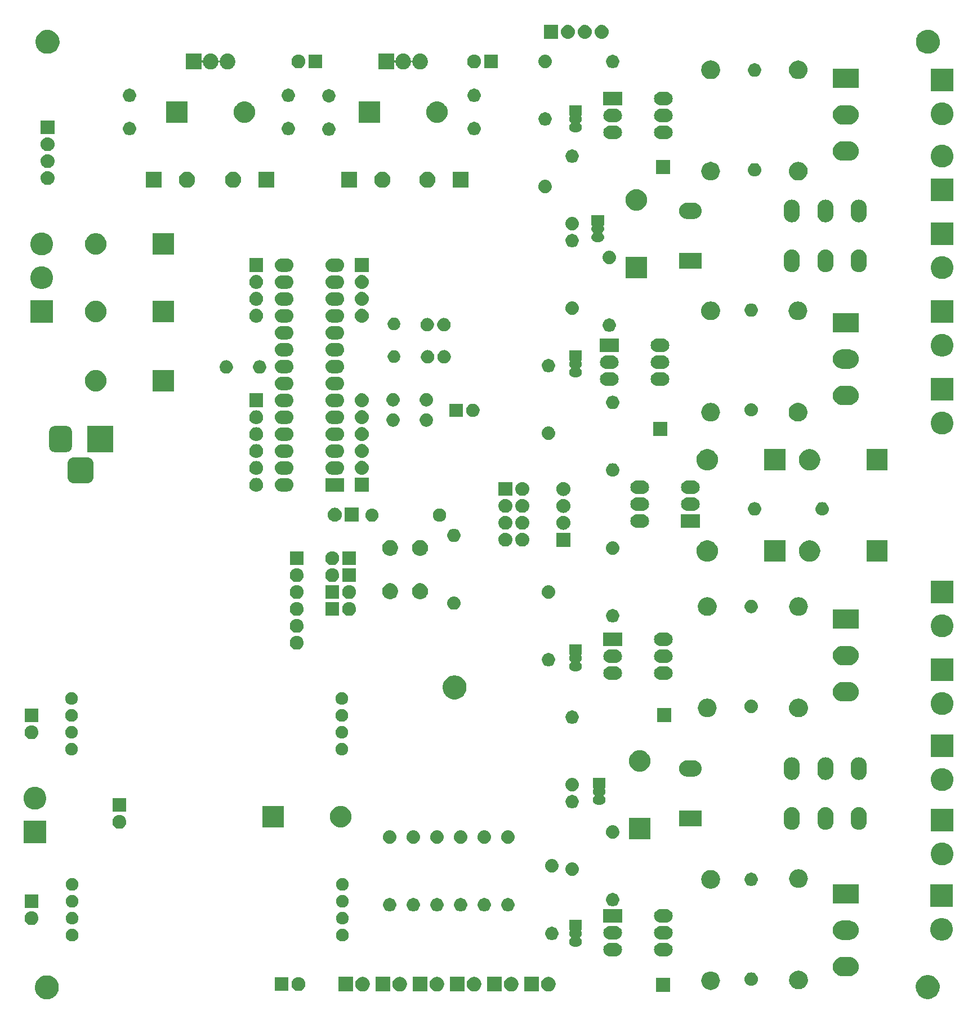
<source format=gts>
G04 #@! TF.GenerationSoftware,KiCad,Pcbnew,(5.0.0)*
G04 #@! TF.CreationDate,2018-11-20T13:35:46+05:30*
G04 #@! TF.ProjectId,NDT,4E44542E6B696361645F706362000000,rev?*
G04 #@! TF.SameCoordinates,Original*
G04 #@! TF.FileFunction,Soldermask,Top*
G04 #@! TF.FilePolarity,Negative*
%FSLAX46Y46*%
G04 Gerber Fmt 4.6, Leading zero omitted, Abs format (unit mm)*
G04 Created by KiCad (PCBNEW (5.0.0)) date 11/20/18 13:35:46*
%MOMM*%
%LPD*%
G01*
G04 APERTURE LIST*
%ADD10C,0.100000*%
G04 APERTURE END LIST*
D10*
G36*
X24522336Y-162308505D02*
X24670281Y-162337933D01*
X24997860Y-162473621D01*
X25234840Y-162631966D01*
X25292676Y-162670611D01*
X25543389Y-162921324D01*
X25543391Y-162921327D01*
X25740379Y-163216140D01*
X25873917Y-163538528D01*
X25876067Y-163543720D01*
X25945240Y-163891474D01*
X25945240Y-164246046D01*
X25905120Y-164447743D01*
X25876067Y-164593801D01*
X25780121Y-164825434D01*
X25740380Y-164921378D01*
X25543389Y-165216196D01*
X25292676Y-165466909D01*
X25292673Y-165466911D01*
X24997860Y-165663899D01*
X24670281Y-165799587D01*
X24554362Y-165822645D01*
X24322526Y-165868760D01*
X23967954Y-165868760D01*
X23736118Y-165822645D01*
X23620199Y-165799587D01*
X23292620Y-165663899D01*
X22997807Y-165466911D01*
X22997804Y-165466909D01*
X22747091Y-165216196D01*
X22550100Y-164921378D01*
X22510359Y-164825434D01*
X22414413Y-164593801D01*
X22385360Y-164447743D01*
X22345240Y-164246046D01*
X22345240Y-163891474D01*
X22414413Y-163543720D01*
X22416564Y-163538528D01*
X22550101Y-163216140D01*
X22747089Y-162921327D01*
X22747091Y-162921324D01*
X22997804Y-162670611D01*
X23055640Y-162631966D01*
X23292620Y-162473621D01*
X23620199Y-162337933D01*
X23768144Y-162308505D01*
X23967954Y-162268760D01*
X24322526Y-162268760D01*
X24522336Y-162308505D01*
X24522336Y-162308505D01*
G37*
G36*
X156993055Y-162268760D02*
X157110961Y-162292213D01*
X157342594Y-162388159D01*
X157401118Y-162412400D01*
X157438540Y-162427901D01*
X157697886Y-162601191D01*
X157733356Y-162624891D01*
X157984069Y-162875604D01*
X157984071Y-162875607D01*
X158136872Y-163104289D01*
X158181060Y-163170422D01*
X158199997Y-163216140D01*
X158304180Y-163467659D01*
X158316747Y-163498000D01*
X158385920Y-163845754D01*
X158385920Y-164200326D01*
X158352886Y-164366400D01*
X158316747Y-164548081D01*
X158297809Y-164593801D01*
X158181060Y-164875658D01*
X157984069Y-165170476D01*
X157733356Y-165421189D01*
X157733353Y-165421191D01*
X157438540Y-165618179D01*
X157110961Y-165753867D01*
X156995042Y-165776925D01*
X156763206Y-165823040D01*
X156408634Y-165823040D01*
X156176798Y-165776925D01*
X156060879Y-165753867D01*
X155733300Y-165618179D01*
X155438487Y-165421191D01*
X155438484Y-165421189D01*
X155187771Y-165170476D01*
X154990780Y-164875658D01*
X154874031Y-164593801D01*
X154855093Y-164548081D01*
X154818954Y-164366400D01*
X154785920Y-164200326D01*
X154785920Y-163845754D01*
X154855093Y-163498000D01*
X154867661Y-163467659D01*
X154971843Y-163216140D01*
X154990780Y-163170422D01*
X155034969Y-163104289D01*
X155187769Y-162875607D01*
X155187771Y-162875604D01*
X155438484Y-162624891D01*
X155473954Y-162601191D01*
X155733300Y-162427901D01*
X155770723Y-162412400D01*
X155829246Y-162388159D01*
X156060879Y-162292213D01*
X156178785Y-162268760D01*
X156408634Y-162223040D01*
X156763206Y-162223040D01*
X156993055Y-162268760D01*
X156993055Y-162268760D01*
G37*
G36*
X117839200Y-164727600D02*
X115739200Y-164727600D01*
X115739200Y-162627600D01*
X117839200Y-162627600D01*
X117839200Y-164727600D01*
X117839200Y-164727600D01*
G37*
G36*
X88712857Y-162518272D02*
X88913042Y-162601191D01*
X88913045Y-162601193D01*
X89059024Y-162698733D01*
X89093213Y-162721578D01*
X89246422Y-162874787D01*
X89246424Y-162874790D01*
X89246425Y-162874791D01*
X89346146Y-163024034D01*
X89366809Y-163054958D01*
X89449728Y-163255143D01*
X89492000Y-163467658D01*
X89492000Y-163684342D01*
X89449728Y-163896857D01*
X89366809Y-164097042D01*
X89246422Y-164277213D01*
X89093213Y-164430422D01*
X89093210Y-164430424D01*
X89093209Y-164430425D01*
X89036974Y-164468000D01*
X88913042Y-164550809D01*
X88712857Y-164633728D01*
X88500342Y-164676000D01*
X88283658Y-164676000D01*
X88071143Y-164633728D01*
X87870958Y-164550809D01*
X87747026Y-164468000D01*
X87690791Y-164430425D01*
X87690790Y-164430424D01*
X87690787Y-164430422D01*
X87537578Y-164277213D01*
X87417191Y-164097042D01*
X87334272Y-163896857D01*
X87292000Y-163684342D01*
X87292000Y-163467658D01*
X87334272Y-163255143D01*
X87417191Y-163054958D01*
X87437854Y-163024034D01*
X87537575Y-162874791D01*
X87537576Y-162874790D01*
X87537578Y-162874787D01*
X87690787Y-162721578D01*
X87724977Y-162698733D01*
X87870955Y-162601193D01*
X87870958Y-162601191D01*
X88071143Y-162518272D01*
X88283658Y-162476000D01*
X88500342Y-162476000D01*
X88712857Y-162518272D01*
X88712857Y-162518272D01*
G37*
G36*
X70188000Y-164676000D02*
X67988000Y-164676000D01*
X67988000Y-162476000D01*
X70188000Y-162476000D01*
X70188000Y-164676000D01*
X70188000Y-164676000D01*
G37*
G36*
X71948857Y-162518272D02*
X72149042Y-162601191D01*
X72149045Y-162601193D01*
X72295024Y-162698733D01*
X72329213Y-162721578D01*
X72482422Y-162874787D01*
X72482424Y-162874790D01*
X72482425Y-162874791D01*
X72582146Y-163024034D01*
X72602809Y-163054958D01*
X72685728Y-163255143D01*
X72728000Y-163467658D01*
X72728000Y-163684342D01*
X72685728Y-163896857D01*
X72602809Y-164097042D01*
X72482422Y-164277213D01*
X72329213Y-164430422D01*
X72329210Y-164430424D01*
X72329209Y-164430425D01*
X72272974Y-164468000D01*
X72149042Y-164550809D01*
X71948857Y-164633728D01*
X71736342Y-164676000D01*
X71519658Y-164676000D01*
X71307143Y-164633728D01*
X71106958Y-164550809D01*
X70983026Y-164468000D01*
X70926791Y-164430425D01*
X70926790Y-164430424D01*
X70926787Y-164430422D01*
X70773578Y-164277213D01*
X70653191Y-164097042D01*
X70570272Y-163896857D01*
X70528000Y-163684342D01*
X70528000Y-163467658D01*
X70570272Y-163255143D01*
X70653191Y-163054958D01*
X70673854Y-163024034D01*
X70773575Y-162874791D01*
X70773576Y-162874790D01*
X70773578Y-162874787D01*
X70926787Y-162721578D01*
X70960977Y-162698733D01*
X71106955Y-162601193D01*
X71106958Y-162601191D01*
X71307143Y-162518272D01*
X71519658Y-162476000D01*
X71736342Y-162476000D01*
X71948857Y-162518272D01*
X71948857Y-162518272D01*
G37*
G36*
X92540000Y-164676000D02*
X90340000Y-164676000D01*
X90340000Y-162476000D01*
X92540000Y-162476000D01*
X92540000Y-164676000D01*
X92540000Y-164676000D01*
G37*
G36*
X86952000Y-164676000D02*
X84752000Y-164676000D01*
X84752000Y-162476000D01*
X86952000Y-162476000D01*
X86952000Y-164676000D01*
X86952000Y-164676000D01*
G37*
G36*
X94300857Y-162518272D02*
X94501042Y-162601191D01*
X94501045Y-162601193D01*
X94647024Y-162698733D01*
X94681213Y-162721578D01*
X94834422Y-162874787D01*
X94834424Y-162874790D01*
X94834425Y-162874791D01*
X94934146Y-163024034D01*
X94954809Y-163054958D01*
X95037728Y-163255143D01*
X95080000Y-163467658D01*
X95080000Y-163684342D01*
X95037728Y-163896857D01*
X94954809Y-164097042D01*
X94834422Y-164277213D01*
X94681213Y-164430422D01*
X94681210Y-164430424D01*
X94681209Y-164430425D01*
X94624974Y-164468000D01*
X94501042Y-164550809D01*
X94300857Y-164633728D01*
X94088342Y-164676000D01*
X93871658Y-164676000D01*
X93659143Y-164633728D01*
X93458958Y-164550809D01*
X93335026Y-164468000D01*
X93278791Y-164430425D01*
X93278790Y-164430424D01*
X93278787Y-164430422D01*
X93125578Y-164277213D01*
X93005191Y-164097042D01*
X92922272Y-163896857D01*
X92880000Y-163684342D01*
X92880000Y-163467658D01*
X92922272Y-163255143D01*
X93005191Y-163054958D01*
X93025854Y-163024034D01*
X93125575Y-162874791D01*
X93125576Y-162874790D01*
X93125578Y-162874787D01*
X93278787Y-162721578D01*
X93312977Y-162698733D01*
X93458955Y-162601193D01*
X93458958Y-162601191D01*
X93659143Y-162518272D01*
X93871658Y-162476000D01*
X94088342Y-162476000D01*
X94300857Y-162518272D01*
X94300857Y-162518272D01*
G37*
G36*
X77536857Y-162518272D02*
X77737042Y-162601191D01*
X77737045Y-162601193D01*
X77883024Y-162698733D01*
X77917213Y-162721578D01*
X78070422Y-162874787D01*
X78070424Y-162874790D01*
X78070425Y-162874791D01*
X78170146Y-163024034D01*
X78190809Y-163054958D01*
X78273728Y-163255143D01*
X78316000Y-163467658D01*
X78316000Y-163684342D01*
X78273728Y-163896857D01*
X78190809Y-164097042D01*
X78070422Y-164277213D01*
X77917213Y-164430422D01*
X77917210Y-164430424D01*
X77917209Y-164430425D01*
X77860974Y-164468000D01*
X77737042Y-164550809D01*
X77536857Y-164633728D01*
X77324342Y-164676000D01*
X77107658Y-164676000D01*
X76895143Y-164633728D01*
X76694958Y-164550809D01*
X76571026Y-164468000D01*
X76514791Y-164430425D01*
X76514790Y-164430424D01*
X76514787Y-164430422D01*
X76361578Y-164277213D01*
X76241191Y-164097042D01*
X76158272Y-163896857D01*
X76116000Y-163684342D01*
X76116000Y-163467658D01*
X76158272Y-163255143D01*
X76241191Y-163054958D01*
X76261854Y-163024034D01*
X76361575Y-162874791D01*
X76361576Y-162874790D01*
X76361578Y-162874787D01*
X76514787Y-162721578D01*
X76548977Y-162698733D01*
X76694955Y-162601193D01*
X76694958Y-162601191D01*
X76895143Y-162518272D01*
X77107658Y-162476000D01*
X77324342Y-162476000D01*
X77536857Y-162518272D01*
X77536857Y-162518272D01*
G37*
G36*
X75776000Y-164676000D02*
X73576000Y-164676000D01*
X73576000Y-162476000D01*
X75776000Y-162476000D01*
X75776000Y-164676000D01*
X75776000Y-164676000D01*
G37*
G36*
X98128000Y-164676000D02*
X95928000Y-164676000D01*
X95928000Y-162476000D01*
X98128000Y-162476000D01*
X98128000Y-164676000D01*
X98128000Y-164676000D01*
G37*
G36*
X99888857Y-162518272D02*
X100089042Y-162601191D01*
X100089045Y-162601193D01*
X100235024Y-162698733D01*
X100269213Y-162721578D01*
X100422422Y-162874787D01*
X100422424Y-162874790D01*
X100422425Y-162874791D01*
X100522146Y-163024034D01*
X100542809Y-163054958D01*
X100625728Y-163255143D01*
X100668000Y-163467658D01*
X100668000Y-163684342D01*
X100625728Y-163896857D01*
X100542809Y-164097042D01*
X100422422Y-164277213D01*
X100269213Y-164430422D01*
X100269210Y-164430424D01*
X100269209Y-164430425D01*
X100212974Y-164468000D01*
X100089042Y-164550809D01*
X99888857Y-164633728D01*
X99676342Y-164676000D01*
X99459658Y-164676000D01*
X99247143Y-164633728D01*
X99046958Y-164550809D01*
X98923026Y-164468000D01*
X98866791Y-164430425D01*
X98866790Y-164430424D01*
X98866787Y-164430422D01*
X98713578Y-164277213D01*
X98593191Y-164097042D01*
X98510272Y-163896857D01*
X98468000Y-163684342D01*
X98468000Y-163467658D01*
X98510272Y-163255143D01*
X98593191Y-163054958D01*
X98613854Y-163024034D01*
X98713575Y-162874791D01*
X98713576Y-162874790D01*
X98713578Y-162874787D01*
X98866787Y-162721578D01*
X98900977Y-162698733D01*
X99046955Y-162601193D01*
X99046958Y-162601191D01*
X99247143Y-162518272D01*
X99459658Y-162476000D01*
X99676342Y-162476000D01*
X99888857Y-162518272D01*
X99888857Y-162518272D01*
G37*
G36*
X81364000Y-164676000D02*
X79164000Y-164676000D01*
X79164000Y-162476000D01*
X81364000Y-162476000D01*
X81364000Y-164676000D01*
X81364000Y-164676000D01*
G37*
G36*
X83124857Y-162518272D02*
X83325042Y-162601191D01*
X83325045Y-162601193D01*
X83471024Y-162698733D01*
X83505213Y-162721578D01*
X83658422Y-162874787D01*
X83658424Y-162874790D01*
X83658425Y-162874791D01*
X83758146Y-163024034D01*
X83778809Y-163054958D01*
X83861728Y-163255143D01*
X83904000Y-163467658D01*
X83904000Y-163684342D01*
X83861728Y-163896857D01*
X83778809Y-164097042D01*
X83658422Y-164277213D01*
X83505213Y-164430422D01*
X83505210Y-164430424D01*
X83505209Y-164430425D01*
X83448974Y-164468000D01*
X83325042Y-164550809D01*
X83124857Y-164633728D01*
X82912342Y-164676000D01*
X82695658Y-164676000D01*
X82483143Y-164633728D01*
X82282958Y-164550809D01*
X82159026Y-164468000D01*
X82102791Y-164430425D01*
X82102790Y-164430424D01*
X82102787Y-164430422D01*
X81949578Y-164277213D01*
X81829191Y-164097042D01*
X81746272Y-163896857D01*
X81704000Y-163684342D01*
X81704000Y-163467658D01*
X81746272Y-163255143D01*
X81829191Y-163054958D01*
X81849854Y-163024034D01*
X81949575Y-162874791D01*
X81949576Y-162874790D01*
X81949578Y-162874787D01*
X82102787Y-162721578D01*
X82136977Y-162698733D01*
X82282955Y-162601193D01*
X82282958Y-162601191D01*
X82483143Y-162518272D01*
X82695658Y-162476000D01*
X82912342Y-162476000D01*
X83124857Y-162518272D01*
X83124857Y-162518272D01*
G37*
G36*
X62104707Y-162533597D02*
X62181836Y-162541193D01*
X62313787Y-162581220D01*
X62379763Y-162601233D01*
X62562172Y-162698733D01*
X62722054Y-162829946D01*
X62853267Y-162989828D01*
X62950767Y-163172237D01*
X62964085Y-163216142D01*
X63010807Y-163370164D01*
X63031080Y-163576000D01*
X63010807Y-163781836D01*
X62970780Y-163913787D01*
X62950767Y-163979763D01*
X62853267Y-164162172D01*
X62722054Y-164322054D01*
X62562172Y-164453267D01*
X62379763Y-164550767D01*
X62313787Y-164570780D01*
X62181836Y-164610807D01*
X62104707Y-164618404D01*
X62027580Y-164626000D01*
X61924420Y-164626000D01*
X61847293Y-164618404D01*
X61770164Y-164610807D01*
X61638213Y-164570780D01*
X61572237Y-164550767D01*
X61389828Y-164453267D01*
X61229946Y-164322054D01*
X61098733Y-164162172D01*
X61001233Y-163979763D01*
X60981220Y-163913787D01*
X60941193Y-163781836D01*
X60920920Y-163576000D01*
X60941193Y-163370164D01*
X60987915Y-163216142D01*
X61001233Y-163172237D01*
X61098733Y-162989828D01*
X61229946Y-162829946D01*
X61389828Y-162698733D01*
X61572237Y-162601233D01*
X61638213Y-162581220D01*
X61770164Y-162541193D01*
X61847293Y-162533597D01*
X61924420Y-162526000D01*
X62027580Y-162526000D01*
X62104707Y-162533597D01*
X62104707Y-162533597D01*
G37*
G36*
X60486000Y-164626000D02*
X58386000Y-164626000D01*
X58386000Y-162526000D01*
X60486000Y-162526000D01*
X60486000Y-164626000D01*
X60486000Y-164626000D01*
G37*
G36*
X124226448Y-161688257D02*
X124490349Y-161768310D01*
X124733562Y-161898310D01*
X124946739Y-162073261D01*
X125121690Y-162286438D01*
X125251690Y-162529651D01*
X125331743Y-162793552D01*
X125358774Y-163068000D01*
X125331743Y-163342448D01*
X125251690Y-163606349D01*
X125121690Y-163849562D01*
X124946739Y-164062739D01*
X124733562Y-164237690D01*
X124490349Y-164367690D01*
X124226448Y-164447743D01*
X124020777Y-164468000D01*
X123883223Y-164468000D01*
X123677552Y-164447743D01*
X123413651Y-164367690D01*
X123170438Y-164237690D01*
X122957261Y-164062739D01*
X122782310Y-163849562D01*
X122652310Y-163606349D01*
X122572257Y-163342448D01*
X122545226Y-163068000D01*
X122572257Y-162793552D01*
X122652310Y-162529651D01*
X122782310Y-162286438D01*
X122957261Y-162073261D01*
X123170438Y-161898310D01*
X123413651Y-161768310D01*
X123677552Y-161688257D01*
X123883223Y-161668000D01*
X124020777Y-161668000D01*
X124226448Y-161688257D01*
X124226448Y-161688257D01*
G37*
G36*
X137433127Y-161593301D02*
X137568365Y-161620201D01*
X137823149Y-161725736D01*
X137997852Y-161842469D01*
X138052451Y-161878951D01*
X138247449Y-162073949D01*
X138247451Y-162073952D01*
X138400664Y-162303251D01*
X138506199Y-162558035D01*
X138528591Y-162670609D01*
X138553047Y-162793554D01*
X138560000Y-162828512D01*
X138560000Y-163104288D01*
X138506199Y-163374765D01*
X138400664Y-163629549D01*
X138377984Y-163663492D01*
X138247449Y-163858851D01*
X138052451Y-164053849D01*
X138052448Y-164053851D01*
X137823149Y-164207064D01*
X137568365Y-164312599D01*
X137520831Y-164322054D01*
X137297889Y-164366400D01*
X137022111Y-164366400D01*
X136799169Y-164322054D01*
X136751635Y-164312599D01*
X136496851Y-164207064D01*
X136267552Y-164053851D01*
X136267549Y-164053849D01*
X136072551Y-163858851D01*
X135942016Y-163663492D01*
X135919336Y-163629549D01*
X135813801Y-163374765D01*
X135760000Y-163104288D01*
X135760000Y-162828512D01*
X135766954Y-162793554D01*
X135791409Y-162670609D01*
X135813801Y-162558035D01*
X135919336Y-162303251D01*
X136072549Y-162073952D01*
X136072551Y-162073949D01*
X136267549Y-161878951D01*
X136322148Y-161842469D01*
X136496851Y-161725736D01*
X136751635Y-161620201D01*
X136886873Y-161593301D01*
X137022111Y-161566400D01*
X137297889Y-161566400D01*
X137433127Y-161593301D01*
X137433127Y-161593301D01*
G37*
G36*
X130244030Y-161842469D02*
X130244033Y-161842470D01*
X130244034Y-161842470D01*
X130432535Y-161899651D01*
X130432537Y-161899652D01*
X130606260Y-161992509D01*
X130758528Y-162117472D01*
X130883491Y-162269740D01*
X130883492Y-162269742D01*
X130976349Y-162443465D01*
X131033530Y-162631966D01*
X131033531Y-162631970D01*
X131052838Y-162828000D01*
X131033531Y-163024030D01*
X131033530Y-163024033D01*
X131033530Y-163024034D01*
X130989124Y-163170422D01*
X130976348Y-163212537D01*
X130883491Y-163386260D01*
X130758528Y-163538528D01*
X130606260Y-163663491D01*
X130432537Y-163756348D01*
X130432535Y-163756349D01*
X130244034Y-163813530D01*
X130244033Y-163813530D01*
X130244030Y-163813531D01*
X130097124Y-163828000D01*
X129998876Y-163828000D01*
X129851970Y-163813531D01*
X129851967Y-163813530D01*
X129851966Y-163813530D01*
X129663465Y-163756349D01*
X129663463Y-163756348D01*
X129489740Y-163663491D01*
X129337472Y-163538528D01*
X129212509Y-163386260D01*
X129119652Y-163212537D01*
X129106877Y-163170422D01*
X129062470Y-163024034D01*
X129062470Y-163024033D01*
X129062469Y-163024030D01*
X129043162Y-162828000D01*
X129062469Y-162631970D01*
X129062470Y-162631966D01*
X129119651Y-162443465D01*
X129212508Y-162269742D01*
X129212509Y-162269740D01*
X129337472Y-162117472D01*
X129489740Y-161992509D01*
X129663463Y-161899652D01*
X129663465Y-161899651D01*
X129851966Y-161842470D01*
X129851967Y-161842470D01*
X129851970Y-161842469D01*
X129998876Y-161828000D01*
X130097124Y-161828000D01*
X130244030Y-161842469D01*
X130244030Y-161842469D01*
G37*
G36*
X144885830Y-159516596D02*
X145056250Y-159533381D01*
X145329576Y-159616294D01*
X145581474Y-159750936D01*
X145802265Y-159932135D01*
X145983464Y-160152926D01*
X146118106Y-160404824D01*
X146201019Y-160678150D01*
X146229015Y-160962400D01*
X146201019Y-161246650D01*
X146118106Y-161519976D01*
X145983464Y-161771874D01*
X145802265Y-161992665D01*
X145581474Y-162173864D01*
X145329576Y-162308506D01*
X145056250Y-162391419D01*
X144885830Y-162408204D01*
X144843226Y-162412400D01*
X143700774Y-162412400D01*
X143658170Y-162408204D01*
X143487750Y-162391419D01*
X143214424Y-162308506D01*
X142962526Y-162173864D01*
X142741735Y-161992665D01*
X142560536Y-161771874D01*
X142425894Y-161519976D01*
X142342981Y-161246650D01*
X142314985Y-160962400D01*
X142342981Y-160678150D01*
X142425894Y-160404824D01*
X142560536Y-160152926D01*
X142741735Y-159932135D01*
X142962526Y-159750936D01*
X143214424Y-159616294D01*
X143487750Y-159533381D01*
X143658170Y-159516596D01*
X143700774Y-159512400D01*
X144843226Y-159512400D01*
X144885830Y-159516596D01*
X144885830Y-159516596D01*
G37*
G36*
X109816030Y-157413949D02*
X109816033Y-157413950D01*
X109816034Y-157413950D01*
X110004535Y-157471131D01*
X110004537Y-157471132D01*
X110178260Y-157563989D01*
X110330528Y-157688952D01*
X110455491Y-157841220D01*
X110548348Y-158014943D01*
X110605531Y-158203450D01*
X110624838Y-158399480D01*
X110605531Y-158595510D01*
X110548348Y-158784017D01*
X110455491Y-158957740D01*
X110330528Y-159110008D01*
X110178260Y-159234971D01*
X110178258Y-159234972D01*
X110004535Y-159327829D01*
X109816034Y-159385010D01*
X109816033Y-159385010D01*
X109816030Y-159385011D01*
X109669124Y-159399480D01*
X108770876Y-159399480D01*
X108623970Y-159385011D01*
X108623967Y-159385010D01*
X108623966Y-159385010D01*
X108435465Y-159327829D01*
X108261742Y-159234972D01*
X108261740Y-159234971D01*
X108109472Y-159110008D01*
X107984509Y-158957740D01*
X107891652Y-158784017D01*
X107834469Y-158595510D01*
X107815162Y-158399480D01*
X107834469Y-158203450D01*
X107891652Y-158014943D01*
X107984509Y-157841220D01*
X108109472Y-157688952D01*
X108261740Y-157563989D01*
X108435463Y-157471132D01*
X108435465Y-157471131D01*
X108623966Y-157413950D01*
X108623967Y-157413950D01*
X108623970Y-157413949D01*
X108770876Y-157399480D01*
X109669124Y-157399480D01*
X109816030Y-157413949D01*
X109816030Y-157413949D01*
G37*
G36*
X117436030Y-157413949D02*
X117436033Y-157413950D01*
X117436034Y-157413950D01*
X117624535Y-157471131D01*
X117624537Y-157471132D01*
X117798260Y-157563989D01*
X117950528Y-157688952D01*
X118075491Y-157841220D01*
X118168348Y-158014943D01*
X118225531Y-158203450D01*
X118244838Y-158399480D01*
X118225531Y-158595510D01*
X118168348Y-158784017D01*
X118075491Y-158957740D01*
X117950528Y-159110008D01*
X117798260Y-159234971D01*
X117798258Y-159234972D01*
X117624535Y-159327829D01*
X117436034Y-159385010D01*
X117436033Y-159385010D01*
X117436030Y-159385011D01*
X117289124Y-159399480D01*
X116390876Y-159399480D01*
X116243970Y-159385011D01*
X116243967Y-159385010D01*
X116243966Y-159385010D01*
X116055465Y-159327829D01*
X115881742Y-159234972D01*
X115881740Y-159234971D01*
X115729472Y-159110008D01*
X115604509Y-158957740D01*
X115511652Y-158784017D01*
X115454469Y-158595510D01*
X115435162Y-158399480D01*
X115454469Y-158203450D01*
X115511652Y-158014943D01*
X115604509Y-157841220D01*
X115729472Y-157688952D01*
X115881740Y-157563989D01*
X116055463Y-157471132D01*
X116055465Y-157471131D01*
X116243966Y-157413950D01*
X116243967Y-157413950D01*
X116243970Y-157413949D01*
X116390876Y-157399480D01*
X117289124Y-157399480D01*
X117436030Y-157413949D01*
X117436030Y-157413949D01*
G37*
G36*
X104582000Y-155412409D02*
X104571923Y-155413402D01*
X104548474Y-155420515D01*
X104526863Y-155432066D01*
X104507921Y-155447612D01*
X104492375Y-155466554D01*
X104480824Y-155488165D01*
X104473711Y-155511614D01*
X104471309Y-155536000D01*
X104473711Y-155560386D01*
X104480824Y-155583835D01*
X104486069Y-155594925D01*
X104530053Y-155677211D01*
X104530053Y-155677212D01*
X104571509Y-155813875D01*
X104585507Y-155956000D01*
X104571509Y-156098125D01*
X104555272Y-156151650D01*
X104530053Y-156234789D01*
X104462731Y-156360738D01*
X104372132Y-156471132D01*
X104343812Y-156494374D01*
X104326485Y-156511701D01*
X104312871Y-156532075D01*
X104303493Y-156554714D01*
X104298713Y-156578748D01*
X104298713Y-156603252D01*
X104303493Y-156627286D01*
X104312871Y-156649925D01*
X104326485Y-156670299D01*
X104343812Y-156687626D01*
X104372132Y-156710868D01*
X104462731Y-156821262D01*
X104530053Y-156947211D01*
X104530053Y-156947212D01*
X104571509Y-157083875D01*
X104585507Y-157226000D01*
X104571509Y-157368125D01*
X104557608Y-157413950D01*
X104530053Y-157504789D01*
X104462731Y-157630738D01*
X104372132Y-157741132D01*
X104261738Y-157831731D01*
X104135789Y-157899053D01*
X104090234Y-157912872D01*
X103999125Y-157940509D01*
X103928113Y-157947503D01*
X103892608Y-157951000D01*
X103371392Y-157951000D01*
X103335887Y-157947503D01*
X103264875Y-157940509D01*
X103173766Y-157912872D01*
X103128211Y-157899053D01*
X103002262Y-157831731D01*
X102891868Y-157741132D01*
X102801269Y-157630738D01*
X102733947Y-157504789D01*
X102706392Y-157413950D01*
X102692491Y-157368125D01*
X102678493Y-157226000D01*
X102692491Y-157083875D01*
X102733947Y-156947212D01*
X102733947Y-156947211D01*
X102801269Y-156821262D01*
X102891868Y-156710868D01*
X102920188Y-156687626D01*
X102937515Y-156670299D01*
X102951129Y-156649925D01*
X102960507Y-156627286D01*
X102965287Y-156603252D01*
X102965287Y-156578748D01*
X102960507Y-156554714D01*
X102951129Y-156532075D01*
X102937515Y-156511701D01*
X102920188Y-156494374D01*
X102891868Y-156471132D01*
X102801269Y-156360738D01*
X102733947Y-156234789D01*
X102708728Y-156151650D01*
X102692491Y-156098125D01*
X102678493Y-155956000D01*
X102692491Y-155813875D01*
X102733947Y-155677212D01*
X102733947Y-155677211D01*
X102777931Y-155594925D01*
X102787308Y-155572287D01*
X102792089Y-155548253D01*
X102792089Y-155523749D01*
X102787309Y-155499715D01*
X102777932Y-155477076D01*
X102764318Y-155456702D01*
X102746991Y-155439374D01*
X102726616Y-155425760D01*
X102703978Y-155416383D01*
X102682000Y-155412011D01*
X102682000Y-153961000D01*
X104582000Y-153961000D01*
X104582000Y-155412409D01*
X104582000Y-155412409D01*
G37*
G36*
X28220603Y-155284968D02*
X28220606Y-155284969D01*
X28220605Y-155284969D01*
X28395678Y-155357486D01*
X28395679Y-155357487D01*
X28553241Y-155462767D01*
X28687233Y-155596759D01*
X28687234Y-155596761D01*
X28792514Y-155754322D01*
X28848603Y-155889734D01*
X28865032Y-155929397D01*
X28902000Y-156115250D01*
X28902000Y-156304750D01*
X28865032Y-156490603D01*
X28848603Y-156530266D01*
X28792514Y-156665678D01*
X28762319Y-156710868D01*
X28687233Y-156823241D01*
X28553241Y-156957233D01*
X28473923Y-157010232D01*
X28395678Y-157062514D01*
X28260266Y-157118603D01*
X28220603Y-157135032D01*
X28034750Y-157172000D01*
X27845250Y-157172000D01*
X27659397Y-157135032D01*
X27619734Y-157118603D01*
X27484322Y-157062514D01*
X27406077Y-157010232D01*
X27326759Y-156957233D01*
X27192767Y-156823241D01*
X27117681Y-156710868D01*
X27087486Y-156665678D01*
X27031397Y-156530266D01*
X27014968Y-156490603D01*
X26978000Y-156304750D01*
X26978000Y-156115250D01*
X27014968Y-155929397D01*
X27031397Y-155889734D01*
X27087486Y-155754322D01*
X27192766Y-155596761D01*
X27192767Y-155596759D01*
X27326759Y-155462767D01*
X27484321Y-155357487D01*
X27484322Y-155357486D01*
X27659395Y-155284969D01*
X27659394Y-155284969D01*
X27659397Y-155284968D01*
X27845250Y-155248000D01*
X28034750Y-155248000D01*
X28220603Y-155284968D01*
X28220603Y-155284968D01*
G37*
G36*
X68860603Y-155284968D02*
X68860606Y-155284969D01*
X68860605Y-155284969D01*
X69035678Y-155357486D01*
X69035679Y-155357487D01*
X69193241Y-155462767D01*
X69327233Y-155596759D01*
X69327234Y-155596761D01*
X69432514Y-155754322D01*
X69488603Y-155889734D01*
X69505032Y-155929397D01*
X69542000Y-156115250D01*
X69542000Y-156304750D01*
X69505032Y-156490603D01*
X69488603Y-156530266D01*
X69432514Y-156665678D01*
X69402319Y-156710868D01*
X69327233Y-156823241D01*
X69193241Y-156957233D01*
X69113923Y-157010232D01*
X69035678Y-157062514D01*
X68900266Y-157118603D01*
X68860603Y-157135032D01*
X68674750Y-157172000D01*
X68485250Y-157172000D01*
X68299397Y-157135032D01*
X68259734Y-157118603D01*
X68124322Y-157062514D01*
X68046077Y-157010232D01*
X67966759Y-156957233D01*
X67832767Y-156823241D01*
X67757681Y-156710868D01*
X67727486Y-156665678D01*
X67671397Y-156530266D01*
X67654968Y-156490603D01*
X67618000Y-156304750D01*
X67618000Y-156115250D01*
X67654968Y-155929397D01*
X67671397Y-155889734D01*
X67727486Y-155754322D01*
X67832766Y-155596761D01*
X67832767Y-155596759D01*
X67966759Y-155462767D01*
X68124321Y-155357487D01*
X68124322Y-155357486D01*
X68299395Y-155284969D01*
X68299394Y-155284969D01*
X68299397Y-155284968D01*
X68485250Y-155248000D01*
X68674750Y-155248000D01*
X68860603Y-155284968D01*
X68860603Y-155284968D01*
G37*
G36*
X158959881Y-153670000D02*
X159169672Y-153711730D01*
X159479052Y-153839879D01*
X159757487Y-154025923D01*
X159994277Y-154262713D01*
X160180321Y-154541148D01*
X160308470Y-154850528D01*
X160313129Y-154873949D01*
X160373800Y-155178963D01*
X160373800Y-155513837D01*
X160357305Y-155596761D01*
X160308470Y-155842272D01*
X160180321Y-156151652D01*
X159994277Y-156430087D01*
X159757487Y-156666877D01*
X159479052Y-156852921D01*
X159169672Y-156981070D01*
X159060193Y-157002847D01*
X158841237Y-157046400D01*
X158506363Y-157046400D01*
X158287407Y-157002847D01*
X158177928Y-156981070D01*
X157868548Y-156852921D01*
X157590113Y-156666877D01*
X157353323Y-156430087D01*
X157167279Y-156151652D01*
X157039130Y-155842272D01*
X156990295Y-155596761D01*
X156973800Y-155513837D01*
X156973800Y-155178963D01*
X157034471Y-154873949D01*
X157039130Y-154850528D01*
X157167279Y-154541148D01*
X157353323Y-154262713D01*
X157590113Y-154025923D01*
X157868548Y-153839879D01*
X158177928Y-153711730D01*
X158387719Y-153670000D01*
X158506363Y-153646400D01*
X158841237Y-153646400D01*
X158959881Y-153670000D01*
X158959881Y-153670000D01*
G37*
G36*
X100251770Y-154971372D02*
X100367689Y-154994429D01*
X100549678Y-155069811D01*
X100713463Y-155179249D01*
X100852751Y-155318537D01*
X100962189Y-155482322D01*
X101037571Y-155664311D01*
X101040137Y-155677212D01*
X101076000Y-155857507D01*
X101076000Y-156054493D01*
X101063914Y-156115251D01*
X101037571Y-156247689D01*
X100962189Y-156429678D01*
X100852751Y-156593463D01*
X100713463Y-156732751D01*
X100549678Y-156842189D01*
X100367689Y-156917571D01*
X100251770Y-156940628D01*
X100174493Y-156956000D01*
X99977507Y-156956000D01*
X99900230Y-156940628D01*
X99784311Y-156917571D01*
X99602322Y-156842189D01*
X99438537Y-156732751D01*
X99299249Y-156593463D01*
X99189811Y-156429678D01*
X99114429Y-156247689D01*
X99088086Y-156115251D01*
X99076000Y-156054493D01*
X99076000Y-155857507D01*
X99111863Y-155677212D01*
X99114429Y-155664311D01*
X99189811Y-155482322D01*
X99299249Y-155318537D01*
X99438537Y-155179249D01*
X99602322Y-155069811D01*
X99784311Y-154994429D01*
X99900230Y-154971372D01*
X99977507Y-154956000D01*
X100174493Y-154956000D01*
X100251770Y-154971372D01*
X100251770Y-154971372D01*
G37*
G36*
X144885830Y-154041596D02*
X145056250Y-154058381D01*
X145329576Y-154141294D01*
X145581474Y-154275936D01*
X145802265Y-154457135D01*
X145983464Y-154677926D01*
X146118106Y-154929824D01*
X146201019Y-155203150D01*
X146229015Y-155487400D01*
X146201019Y-155771650D01*
X146118106Y-156044976D01*
X145983464Y-156296874D01*
X145802265Y-156517665D01*
X145581474Y-156698864D01*
X145329576Y-156833506D01*
X145056250Y-156916419D01*
X144885830Y-156933204D01*
X144843226Y-156937400D01*
X143700774Y-156937400D01*
X143658170Y-156933204D01*
X143487750Y-156916419D01*
X143214424Y-156833506D01*
X142962526Y-156698864D01*
X142741735Y-156517665D01*
X142560536Y-156296874D01*
X142425894Y-156044976D01*
X142342981Y-155771650D01*
X142314985Y-155487400D01*
X142342981Y-155203150D01*
X142425894Y-154929824D01*
X142560536Y-154677926D01*
X142741735Y-154457135D01*
X142962526Y-154275936D01*
X143214424Y-154141294D01*
X143487750Y-154058381D01*
X143658170Y-154041596D01*
X143700774Y-154037400D01*
X144843226Y-154037400D01*
X144885830Y-154041596D01*
X144885830Y-154041596D01*
G37*
G36*
X109816030Y-154873949D02*
X109816033Y-154873950D01*
X109816034Y-154873950D01*
X110004535Y-154931131D01*
X110004537Y-154931132D01*
X110178260Y-155023989D01*
X110330528Y-155148952D01*
X110455491Y-155301220D01*
X110533739Y-155447612D01*
X110548349Y-155474945D01*
X110585301Y-155596761D01*
X110605531Y-155663450D01*
X110624838Y-155859480D01*
X110605531Y-156055510D01*
X110605530Y-156055513D01*
X110605530Y-156055514D01*
X110551148Y-156234789D01*
X110548348Y-156244017D01*
X110455491Y-156417740D01*
X110330528Y-156570008D01*
X110178260Y-156694971D01*
X110178258Y-156694972D01*
X110004535Y-156787829D01*
X109816034Y-156845010D01*
X109816033Y-156845010D01*
X109816030Y-156845011D01*
X109669124Y-156859480D01*
X108770876Y-156859480D01*
X108623970Y-156845011D01*
X108623967Y-156845010D01*
X108623966Y-156845010D01*
X108435465Y-156787829D01*
X108261742Y-156694972D01*
X108261740Y-156694971D01*
X108109472Y-156570008D01*
X107984509Y-156417740D01*
X107891652Y-156244017D01*
X107888853Y-156234789D01*
X107834470Y-156055514D01*
X107834470Y-156055513D01*
X107834469Y-156055510D01*
X107815162Y-155859480D01*
X107834469Y-155663450D01*
X107854699Y-155596761D01*
X107891651Y-155474945D01*
X107906261Y-155447612D01*
X107984509Y-155301220D01*
X108109472Y-155148952D01*
X108261740Y-155023989D01*
X108435463Y-154931132D01*
X108435465Y-154931131D01*
X108623966Y-154873950D01*
X108623967Y-154873950D01*
X108623970Y-154873949D01*
X108770876Y-154859480D01*
X109669124Y-154859480D01*
X109816030Y-154873949D01*
X109816030Y-154873949D01*
G37*
G36*
X117436030Y-154873949D02*
X117436033Y-154873950D01*
X117436034Y-154873950D01*
X117624535Y-154931131D01*
X117624537Y-154931132D01*
X117798260Y-155023989D01*
X117950528Y-155148952D01*
X118075491Y-155301220D01*
X118153739Y-155447612D01*
X118168349Y-155474945D01*
X118205301Y-155596761D01*
X118225531Y-155663450D01*
X118244838Y-155859480D01*
X118225531Y-156055510D01*
X118225530Y-156055513D01*
X118225530Y-156055514D01*
X118171148Y-156234789D01*
X118168348Y-156244017D01*
X118075491Y-156417740D01*
X117950528Y-156570008D01*
X117798260Y-156694971D01*
X117798258Y-156694972D01*
X117624535Y-156787829D01*
X117436034Y-156845010D01*
X117436033Y-156845010D01*
X117436030Y-156845011D01*
X117289124Y-156859480D01*
X116390876Y-156859480D01*
X116243970Y-156845011D01*
X116243967Y-156845010D01*
X116243966Y-156845010D01*
X116055465Y-156787829D01*
X115881742Y-156694972D01*
X115881740Y-156694971D01*
X115729472Y-156570008D01*
X115604509Y-156417740D01*
X115511652Y-156244017D01*
X115508853Y-156234789D01*
X115454470Y-156055514D01*
X115454470Y-156055513D01*
X115454469Y-156055510D01*
X115435162Y-155859480D01*
X115454469Y-155663450D01*
X115474699Y-155596761D01*
X115511651Y-155474945D01*
X115526261Y-155447612D01*
X115604509Y-155301220D01*
X115729472Y-155148952D01*
X115881740Y-155023989D01*
X116055463Y-154931132D01*
X116055465Y-154931131D01*
X116243966Y-154873950D01*
X116243967Y-154873950D01*
X116243970Y-154873949D01*
X116390876Y-154859480D01*
X117289124Y-154859480D01*
X117436030Y-154873949D01*
X117436030Y-154873949D01*
G37*
G36*
X21972707Y-152627596D02*
X22049836Y-152635193D01*
X22181787Y-152675220D01*
X22247763Y-152695233D01*
X22430172Y-152792733D01*
X22590054Y-152923946D01*
X22721267Y-153083828D01*
X22818767Y-153266237D01*
X22818767Y-153266238D01*
X22878807Y-153464164D01*
X22899080Y-153670000D01*
X22878807Y-153875836D01*
X22856126Y-153950605D01*
X22818767Y-154073763D01*
X22721267Y-154256172D01*
X22590054Y-154416054D01*
X22430172Y-154547267D01*
X22247763Y-154644767D01*
X22181787Y-154664780D01*
X22049836Y-154704807D01*
X21972707Y-154712404D01*
X21895580Y-154720000D01*
X21792420Y-154720000D01*
X21715293Y-154712404D01*
X21638164Y-154704807D01*
X21506213Y-154664780D01*
X21440237Y-154644767D01*
X21257828Y-154547267D01*
X21097946Y-154416054D01*
X20966733Y-154256172D01*
X20869233Y-154073763D01*
X20831874Y-153950605D01*
X20809193Y-153875836D01*
X20788920Y-153670000D01*
X20809193Y-153464164D01*
X20869233Y-153266238D01*
X20869233Y-153266237D01*
X20966733Y-153083828D01*
X21097946Y-152923946D01*
X21257828Y-152792733D01*
X21440237Y-152695233D01*
X21506213Y-152675220D01*
X21638164Y-152635193D01*
X21715293Y-152627596D01*
X21792420Y-152620000D01*
X21895580Y-152620000D01*
X21972707Y-152627596D01*
X21972707Y-152627596D01*
G37*
G36*
X68860603Y-152744968D02*
X68860606Y-152744969D01*
X68860605Y-152744969D01*
X69035678Y-152817486D01*
X69035679Y-152817487D01*
X69193241Y-152922767D01*
X69327233Y-153056759D01*
X69371792Y-153123446D01*
X69432514Y-153214322D01*
X69488603Y-153349734D01*
X69505032Y-153389397D01*
X69542000Y-153575250D01*
X69542000Y-153764750D01*
X69505032Y-153950603D01*
X69505031Y-153950605D01*
X69432514Y-154125678D01*
X69422079Y-154141295D01*
X69327233Y-154283241D01*
X69193241Y-154417233D01*
X69133524Y-154457135D01*
X69035678Y-154522514D01*
X68975918Y-154547267D01*
X68860603Y-154595032D01*
X68674750Y-154632000D01*
X68485250Y-154632000D01*
X68299397Y-154595032D01*
X68184082Y-154547267D01*
X68124322Y-154522514D01*
X68026476Y-154457135D01*
X67966759Y-154417233D01*
X67832767Y-154283241D01*
X67737921Y-154141295D01*
X67727486Y-154125678D01*
X67654969Y-153950605D01*
X67654968Y-153950603D01*
X67618000Y-153764750D01*
X67618000Y-153575250D01*
X67654968Y-153389397D01*
X67671397Y-153349734D01*
X67727486Y-153214322D01*
X67788208Y-153123446D01*
X67832767Y-153056759D01*
X67966759Y-152922767D01*
X68124321Y-152817487D01*
X68124322Y-152817486D01*
X68299395Y-152744969D01*
X68299394Y-152744969D01*
X68299397Y-152744968D01*
X68485250Y-152708000D01*
X68674750Y-152708000D01*
X68860603Y-152744968D01*
X68860603Y-152744968D01*
G37*
G36*
X28220603Y-152744968D02*
X28220606Y-152744969D01*
X28220605Y-152744969D01*
X28395678Y-152817486D01*
X28395679Y-152817487D01*
X28553241Y-152922767D01*
X28687233Y-153056759D01*
X28731792Y-153123446D01*
X28792514Y-153214322D01*
X28848603Y-153349734D01*
X28865032Y-153389397D01*
X28902000Y-153575250D01*
X28902000Y-153764750D01*
X28865032Y-153950603D01*
X28865031Y-153950605D01*
X28792514Y-154125678D01*
X28782079Y-154141295D01*
X28687233Y-154283241D01*
X28553241Y-154417233D01*
X28493524Y-154457135D01*
X28395678Y-154522514D01*
X28335918Y-154547267D01*
X28220603Y-154595032D01*
X28034750Y-154632000D01*
X27845250Y-154632000D01*
X27659397Y-154595032D01*
X27544082Y-154547267D01*
X27484322Y-154522514D01*
X27386476Y-154457135D01*
X27326759Y-154417233D01*
X27192767Y-154283241D01*
X27097921Y-154141295D01*
X27087486Y-154125678D01*
X27014969Y-153950605D01*
X27014968Y-153950603D01*
X26978000Y-153764750D01*
X26978000Y-153575250D01*
X27014968Y-153389397D01*
X27031397Y-153349734D01*
X27087486Y-153214322D01*
X27148208Y-153123446D01*
X27192767Y-153056759D01*
X27326759Y-152922767D01*
X27484321Y-152817487D01*
X27484322Y-152817486D01*
X27659395Y-152744969D01*
X27659394Y-152744969D01*
X27659397Y-152744968D01*
X27845250Y-152708000D01*
X28034750Y-152708000D01*
X28220603Y-152744968D01*
X28220603Y-152744968D01*
G37*
G36*
X110620000Y-154319480D02*
X107820000Y-154319480D01*
X107820000Y-152319480D01*
X110620000Y-152319480D01*
X110620000Y-154319480D01*
X110620000Y-154319480D01*
G37*
G36*
X117436030Y-152333949D02*
X117436033Y-152333950D01*
X117436034Y-152333950D01*
X117624535Y-152391131D01*
X117624537Y-152391132D01*
X117798260Y-152483989D01*
X117950528Y-152608952D01*
X118075491Y-152761220D01*
X118075492Y-152761222D01*
X118168349Y-152934945D01*
X118205301Y-153056761D01*
X118225531Y-153123450D01*
X118244838Y-153319480D01*
X118225531Y-153515510D01*
X118168348Y-153704017D01*
X118075491Y-153877740D01*
X117950528Y-154030008D01*
X117798260Y-154154971D01*
X117798258Y-154154972D01*
X117624535Y-154247829D01*
X117436034Y-154305010D01*
X117436033Y-154305010D01*
X117436030Y-154305011D01*
X117289124Y-154319480D01*
X116390876Y-154319480D01*
X116243970Y-154305011D01*
X116243967Y-154305010D01*
X116243966Y-154305010D01*
X116055465Y-154247829D01*
X115881742Y-154154972D01*
X115881740Y-154154971D01*
X115729472Y-154030008D01*
X115604509Y-153877740D01*
X115511652Y-153704017D01*
X115454469Y-153515510D01*
X115435162Y-153319480D01*
X115454469Y-153123450D01*
X115474699Y-153056761D01*
X115511651Y-152934945D01*
X115604508Y-152761222D01*
X115604509Y-152761220D01*
X115729472Y-152608952D01*
X115881740Y-152483989D01*
X116055463Y-152391132D01*
X116055465Y-152391131D01*
X116243966Y-152333950D01*
X116243967Y-152333950D01*
X116243970Y-152333949D01*
X116390876Y-152319480D01*
X117289124Y-152319480D01*
X117436030Y-152333949D01*
X117436030Y-152333949D01*
G37*
G36*
X75867770Y-150653372D02*
X75983689Y-150676429D01*
X76165678Y-150751811D01*
X76329463Y-150861249D01*
X76468751Y-151000537D01*
X76578189Y-151164322D01*
X76653571Y-151346311D01*
X76676628Y-151462230D01*
X76692000Y-151539507D01*
X76692000Y-151736493D01*
X76676628Y-151813770D01*
X76653571Y-151929689D01*
X76578189Y-152111678D01*
X76468751Y-152275463D01*
X76329463Y-152414751D01*
X76165678Y-152524189D01*
X75983689Y-152599571D01*
X75880984Y-152620000D01*
X75790493Y-152638000D01*
X75593507Y-152638000D01*
X75503016Y-152620000D01*
X75400311Y-152599571D01*
X75218322Y-152524189D01*
X75054537Y-152414751D01*
X74915249Y-152275463D01*
X74805811Y-152111678D01*
X74730429Y-151929689D01*
X74707372Y-151813770D01*
X74692000Y-151736493D01*
X74692000Y-151539507D01*
X74707372Y-151462230D01*
X74730429Y-151346311D01*
X74805811Y-151164322D01*
X74915249Y-151000537D01*
X75054537Y-150861249D01*
X75218322Y-150751811D01*
X75400311Y-150676429D01*
X75516230Y-150653372D01*
X75593507Y-150638000D01*
X75790493Y-150638000D01*
X75867770Y-150653372D01*
X75867770Y-150653372D01*
G37*
G36*
X90091770Y-150653372D02*
X90207689Y-150676429D01*
X90389678Y-150751811D01*
X90553463Y-150861249D01*
X90692751Y-151000537D01*
X90802189Y-151164322D01*
X90877571Y-151346311D01*
X90900628Y-151462230D01*
X90916000Y-151539507D01*
X90916000Y-151736493D01*
X90900628Y-151813770D01*
X90877571Y-151929689D01*
X90802189Y-152111678D01*
X90692751Y-152275463D01*
X90553463Y-152414751D01*
X90389678Y-152524189D01*
X90207689Y-152599571D01*
X90104984Y-152620000D01*
X90014493Y-152638000D01*
X89817507Y-152638000D01*
X89727016Y-152620000D01*
X89624311Y-152599571D01*
X89442322Y-152524189D01*
X89278537Y-152414751D01*
X89139249Y-152275463D01*
X89029811Y-152111678D01*
X88954429Y-151929689D01*
X88931372Y-151813770D01*
X88916000Y-151736493D01*
X88916000Y-151539507D01*
X88931372Y-151462230D01*
X88954429Y-151346311D01*
X89029811Y-151164322D01*
X89139249Y-151000537D01*
X89278537Y-150861249D01*
X89442322Y-150751811D01*
X89624311Y-150676429D01*
X89740230Y-150653372D01*
X89817507Y-150638000D01*
X90014493Y-150638000D01*
X90091770Y-150653372D01*
X90091770Y-150653372D01*
G37*
G36*
X93647770Y-150653372D02*
X93763689Y-150676429D01*
X93945678Y-150751811D01*
X94109463Y-150861249D01*
X94248751Y-151000537D01*
X94358189Y-151164322D01*
X94433571Y-151346311D01*
X94456628Y-151462230D01*
X94472000Y-151539507D01*
X94472000Y-151736493D01*
X94456628Y-151813770D01*
X94433571Y-151929689D01*
X94358189Y-152111678D01*
X94248751Y-152275463D01*
X94109463Y-152414751D01*
X93945678Y-152524189D01*
X93763689Y-152599571D01*
X93660984Y-152620000D01*
X93570493Y-152638000D01*
X93373507Y-152638000D01*
X93283016Y-152620000D01*
X93180311Y-152599571D01*
X92998322Y-152524189D01*
X92834537Y-152414751D01*
X92695249Y-152275463D01*
X92585811Y-152111678D01*
X92510429Y-151929689D01*
X92487372Y-151813770D01*
X92472000Y-151736493D01*
X92472000Y-151539507D01*
X92487372Y-151462230D01*
X92510429Y-151346311D01*
X92585811Y-151164322D01*
X92695249Y-151000537D01*
X92834537Y-150861249D01*
X92998322Y-150751811D01*
X93180311Y-150676429D01*
X93296230Y-150653372D01*
X93373507Y-150638000D01*
X93570493Y-150638000D01*
X93647770Y-150653372D01*
X93647770Y-150653372D01*
G37*
G36*
X82979770Y-150653372D02*
X83095689Y-150676429D01*
X83277678Y-150751811D01*
X83441463Y-150861249D01*
X83580751Y-151000537D01*
X83690189Y-151164322D01*
X83765571Y-151346311D01*
X83788628Y-151462230D01*
X83804000Y-151539507D01*
X83804000Y-151736493D01*
X83788628Y-151813770D01*
X83765571Y-151929689D01*
X83690189Y-152111678D01*
X83580751Y-152275463D01*
X83441463Y-152414751D01*
X83277678Y-152524189D01*
X83095689Y-152599571D01*
X82992984Y-152620000D01*
X82902493Y-152638000D01*
X82705507Y-152638000D01*
X82615016Y-152620000D01*
X82512311Y-152599571D01*
X82330322Y-152524189D01*
X82166537Y-152414751D01*
X82027249Y-152275463D01*
X81917811Y-152111678D01*
X81842429Y-151929689D01*
X81819372Y-151813770D01*
X81804000Y-151736493D01*
X81804000Y-151539507D01*
X81819372Y-151462230D01*
X81842429Y-151346311D01*
X81917811Y-151164322D01*
X82027249Y-151000537D01*
X82166537Y-150861249D01*
X82330322Y-150751811D01*
X82512311Y-150676429D01*
X82628230Y-150653372D01*
X82705507Y-150638000D01*
X82902493Y-150638000D01*
X82979770Y-150653372D01*
X82979770Y-150653372D01*
G37*
G36*
X79423770Y-150653372D02*
X79539689Y-150676429D01*
X79721678Y-150751811D01*
X79885463Y-150861249D01*
X80024751Y-151000537D01*
X80134189Y-151164322D01*
X80209571Y-151346311D01*
X80232628Y-151462230D01*
X80248000Y-151539507D01*
X80248000Y-151736493D01*
X80232628Y-151813770D01*
X80209571Y-151929689D01*
X80134189Y-152111678D01*
X80024751Y-152275463D01*
X79885463Y-152414751D01*
X79721678Y-152524189D01*
X79539689Y-152599571D01*
X79436984Y-152620000D01*
X79346493Y-152638000D01*
X79149507Y-152638000D01*
X79059016Y-152620000D01*
X78956311Y-152599571D01*
X78774322Y-152524189D01*
X78610537Y-152414751D01*
X78471249Y-152275463D01*
X78361811Y-152111678D01*
X78286429Y-151929689D01*
X78263372Y-151813770D01*
X78248000Y-151736493D01*
X78248000Y-151539507D01*
X78263372Y-151462230D01*
X78286429Y-151346311D01*
X78361811Y-151164322D01*
X78471249Y-151000537D01*
X78610537Y-150861249D01*
X78774322Y-150751811D01*
X78956311Y-150676429D01*
X79072230Y-150653372D01*
X79149507Y-150638000D01*
X79346493Y-150638000D01*
X79423770Y-150653372D01*
X79423770Y-150653372D01*
G37*
G36*
X86535770Y-150653372D02*
X86651689Y-150676429D01*
X86833678Y-150751811D01*
X86997463Y-150861249D01*
X87136751Y-151000537D01*
X87246189Y-151164322D01*
X87321571Y-151346311D01*
X87344628Y-151462230D01*
X87360000Y-151539507D01*
X87360000Y-151736493D01*
X87344628Y-151813770D01*
X87321571Y-151929689D01*
X87246189Y-152111678D01*
X87136751Y-152275463D01*
X86997463Y-152414751D01*
X86833678Y-152524189D01*
X86651689Y-152599571D01*
X86548984Y-152620000D01*
X86458493Y-152638000D01*
X86261507Y-152638000D01*
X86171016Y-152620000D01*
X86068311Y-152599571D01*
X85886322Y-152524189D01*
X85722537Y-152414751D01*
X85583249Y-152275463D01*
X85473811Y-152111678D01*
X85398429Y-151929689D01*
X85375372Y-151813770D01*
X85360000Y-151736493D01*
X85360000Y-151539507D01*
X85375372Y-151462230D01*
X85398429Y-151346311D01*
X85473811Y-151164322D01*
X85583249Y-151000537D01*
X85722537Y-150861249D01*
X85886322Y-150751811D01*
X86068311Y-150676429D01*
X86184230Y-150653372D01*
X86261507Y-150638000D01*
X86458493Y-150638000D01*
X86535770Y-150653372D01*
X86535770Y-150653372D01*
G37*
G36*
X22894000Y-152180000D02*
X20794000Y-152180000D01*
X20794000Y-150080000D01*
X22894000Y-150080000D01*
X22894000Y-152180000D01*
X22894000Y-152180000D01*
G37*
G36*
X68860603Y-150204968D02*
X68860606Y-150204969D01*
X68860605Y-150204969D01*
X69035678Y-150277486D01*
X69035679Y-150277487D01*
X69193241Y-150382767D01*
X69327233Y-150516759D01*
X69327234Y-150516761D01*
X69432514Y-150674322D01*
X69475254Y-150777507D01*
X69505032Y-150849397D01*
X69542000Y-151035250D01*
X69542000Y-151224750D01*
X69505032Y-151410603D01*
X69505031Y-151410605D01*
X69432514Y-151585678D01*
X69432513Y-151585679D01*
X69327233Y-151743241D01*
X69193241Y-151877233D01*
X69114740Y-151929686D01*
X69035678Y-151982514D01*
X68900266Y-152038603D01*
X68860603Y-152055032D01*
X68674750Y-152092000D01*
X68485250Y-152092000D01*
X68299397Y-152055032D01*
X68259734Y-152038603D01*
X68124322Y-151982514D01*
X68045260Y-151929686D01*
X67966759Y-151877233D01*
X67832767Y-151743241D01*
X67727487Y-151585679D01*
X67727486Y-151585678D01*
X67654969Y-151410605D01*
X67654968Y-151410603D01*
X67618000Y-151224750D01*
X67618000Y-151035250D01*
X67654968Y-150849397D01*
X67684746Y-150777507D01*
X67727486Y-150674322D01*
X67832766Y-150516761D01*
X67832767Y-150516759D01*
X67966759Y-150382767D01*
X68124321Y-150277487D01*
X68124322Y-150277486D01*
X68299395Y-150204969D01*
X68299394Y-150204969D01*
X68299397Y-150204968D01*
X68485250Y-150168000D01*
X68674750Y-150168000D01*
X68860603Y-150204968D01*
X68860603Y-150204968D01*
G37*
G36*
X28220603Y-150204968D02*
X28220606Y-150204969D01*
X28220605Y-150204969D01*
X28395678Y-150277486D01*
X28395679Y-150277487D01*
X28553241Y-150382767D01*
X28687233Y-150516759D01*
X28687234Y-150516761D01*
X28792514Y-150674322D01*
X28835254Y-150777507D01*
X28865032Y-150849397D01*
X28902000Y-151035250D01*
X28902000Y-151224750D01*
X28865032Y-151410603D01*
X28865031Y-151410605D01*
X28792514Y-151585678D01*
X28792513Y-151585679D01*
X28687233Y-151743241D01*
X28553241Y-151877233D01*
X28474740Y-151929686D01*
X28395678Y-151982514D01*
X28260266Y-152038603D01*
X28220603Y-152055032D01*
X28034750Y-152092000D01*
X27845250Y-152092000D01*
X27659397Y-152055032D01*
X27619734Y-152038603D01*
X27484322Y-151982514D01*
X27405260Y-151929686D01*
X27326759Y-151877233D01*
X27192767Y-151743241D01*
X27087487Y-151585679D01*
X27087486Y-151585678D01*
X27014969Y-151410605D01*
X27014968Y-151410603D01*
X26978000Y-151224750D01*
X26978000Y-151035250D01*
X27014968Y-150849397D01*
X27044746Y-150777507D01*
X27087486Y-150674322D01*
X27192766Y-150516761D01*
X27192767Y-150516759D01*
X27326759Y-150382767D01*
X27484321Y-150277487D01*
X27484322Y-150277486D01*
X27659395Y-150204969D01*
X27659394Y-150204969D01*
X27659397Y-150204968D01*
X27845250Y-150168000D01*
X28034750Y-150168000D01*
X28220603Y-150204968D01*
X28220603Y-150204968D01*
G37*
G36*
X160373800Y-151966400D02*
X156973800Y-151966400D01*
X156973800Y-148566400D01*
X160373800Y-148566400D01*
X160373800Y-151966400D01*
X160373800Y-151966400D01*
G37*
G36*
X109395770Y-149891372D02*
X109511689Y-149914429D01*
X109693678Y-149989811D01*
X109857463Y-150099249D01*
X109996751Y-150238537D01*
X110106189Y-150402322D01*
X110181571Y-150584311D01*
X110192250Y-150638000D01*
X110220000Y-150777507D01*
X110220000Y-150974493D01*
X110207914Y-151035251D01*
X110181571Y-151167689D01*
X110106189Y-151349678D01*
X109996751Y-151513463D01*
X109857463Y-151652751D01*
X109693678Y-151762189D01*
X109511689Y-151837571D01*
X109395770Y-151860628D01*
X109318493Y-151876000D01*
X109121507Y-151876000D01*
X109044230Y-151860628D01*
X108928311Y-151837571D01*
X108746322Y-151762189D01*
X108582537Y-151652751D01*
X108443249Y-151513463D01*
X108333811Y-151349678D01*
X108258429Y-151167689D01*
X108232086Y-151035251D01*
X108220000Y-150974493D01*
X108220000Y-150777507D01*
X108247750Y-150638000D01*
X108258429Y-150584311D01*
X108333811Y-150402322D01*
X108443249Y-150238537D01*
X108582537Y-150099249D01*
X108746322Y-149989811D01*
X108928311Y-149914429D01*
X109044230Y-149891372D01*
X109121507Y-149876000D01*
X109318493Y-149876000D01*
X109395770Y-149891372D01*
X109395770Y-149891372D01*
G37*
G36*
X146222000Y-151462400D02*
X142322000Y-151462400D01*
X142322000Y-148562400D01*
X146222000Y-148562400D01*
X146222000Y-151462400D01*
X146222000Y-151462400D01*
G37*
G36*
X28220603Y-147664968D02*
X28220606Y-147664969D01*
X28220605Y-147664969D01*
X28395678Y-147737486D01*
X28395679Y-147737487D01*
X28553241Y-147842767D01*
X28687233Y-147976759D01*
X28687234Y-147976761D01*
X28792514Y-148134322D01*
X28834781Y-148236364D01*
X28865032Y-148309397D01*
X28902000Y-148495250D01*
X28902000Y-148684750D01*
X28865032Y-148870603D01*
X28865031Y-148870605D01*
X28792514Y-149045678D01*
X28792513Y-149045679D01*
X28687233Y-149203241D01*
X28553241Y-149337233D01*
X28473923Y-149390232D01*
X28395678Y-149442514D01*
X28260266Y-149498603D01*
X28220603Y-149515032D01*
X28034750Y-149552000D01*
X27845250Y-149552000D01*
X27659397Y-149515032D01*
X27619734Y-149498603D01*
X27484322Y-149442514D01*
X27406077Y-149390232D01*
X27326759Y-149337233D01*
X27192767Y-149203241D01*
X27087487Y-149045679D01*
X27087486Y-149045678D01*
X27014969Y-148870605D01*
X27014968Y-148870603D01*
X26978000Y-148684750D01*
X26978000Y-148495250D01*
X27014968Y-148309397D01*
X27045219Y-148236364D01*
X27087486Y-148134322D01*
X27192766Y-147976761D01*
X27192767Y-147976759D01*
X27326759Y-147842767D01*
X27484321Y-147737487D01*
X27484322Y-147737486D01*
X27659395Y-147664969D01*
X27659394Y-147664969D01*
X27659397Y-147664968D01*
X27845250Y-147628000D01*
X28034750Y-147628000D01*
X28220603Y-147664968D01*
X28220603Y-147664968D01*
G37*
G36*
X68860603Y-147664968D02*
X68860606Y-147664969D01*
X68860605Y-147664969D01*
X69035678Y-147737486D01*
X69035679Y-147737487D01*
X69193241Y-147842767D01*
X69327233Y-147976759D01*
X69327234Y-147976761D01*
X69432514Y-148134322D01*
X69474781Y-148236364D01*
X69505032Y-148309397D01*
X69542000Y-148495250D01*
X69542000Y-148684750D01*
X69505032Y-148870603D01*
X69505031Y-148870605D01*
X69432514Y-149045678D01*
X69432513Y-149045679D01*
X69327233Y-149203241D01*
X69193241Y-149337233D01*
X69113923Y-149390232D01*
X69035678Y-149442514D01*
X68900266Y-149498603D01*
X68860603Y-149515032D01*
X68674750Y-149552000D01*
X68485250Y-149552000D01*
X68299397Y-149515032D01*
X68259734Y-149498603D01*
X68124322Y-149442514D01*
X68046077Y-149390232D01*
X67966759Y-149337233D01*
X67832767Y-149203241D01*
X67727487Y-149045679D01*
X67727486Y-149045678D01*
X67654969Y-148870605D01*
X67654968Y-148870603D01*
X67618000Y-148684750D01*
X67618000Y-148495250D01*
X67654968Y-148309397D01*
X67685219Y-148236364D01*
X67727486Y-148134322D01*
X67832766Y-147976761D01*
X67832767Y-147976759D01*
X67966759Y-147842767D01*
X68124321Y-147737487D01*
X68124322Y-147737486D01*
X68299395Y-147664969D01*
X68299394Y-147664969D01*
X68299397Y-147664968D01*
X68485250Y-147628000D01*
X68674750Y-147628000D01*
X68860603Y-147664968D01*
X68860603Y-147664968D01*
G37*
G36*
X124225127Y-146454901D02*
X124360365Y-146481801D01*
X124615149Y-146587336D01*
X124820203Y-146724349D01*
X124844451Y-146740551D01*
X125039449Y-146935549D01*
X125039451Y-146935552D01*
X125175720Y-147139492D01*
X125192665Y-147164853D01*
X125220622Y-147232348D01*
X125298199Y-147419635D01*
X125321407Y-147536311D01*
X125352000Y-147690111D01*
X125352000Y-147965889D01*
X125345046Y-148000848D01*
X125298199Y-148236365D01*
X125271145Y-148301678D01*
X125203304Y-148465463D01*
X125192664Y-148491149D01*
X125142383Y-148566400D01*
X125039449Y-148720451D01*
X124844451Y-148915449D01*
X124844448Y-148915451D01*
X124615149Y-149068664D01*
X124360365Y-149174199D01*
X124225127Y-149201099D01*
X124089889Y-149228000D01*
X123814111Y-149228000D01*
X123678873Y-149201099D01*
X123543635Y-149174199D01*
X123288851Y-149068664D01*
X123059552Y-148915451D01*
X123059549Y-148915449D01*
X122864551Y-148720451D01*
X122761617Y-148566400D01*
X122711336Y-148491149D01*
X122700697Y-148465463D01*
X122632855Y-148301678D01*
X122605801Y-148236365D01*
X122558954Y-148000848D01*
X122552000Y-147965889D01*
X122552000Y-147690111D01*
X122582593Y-147536311D01*
X122605801Y-147419635D01*
X122683378Y-147232348D01*
X122711335Y-147164853D01*
X122728281Y-147139492D01*
X122864549Y-146935552D01*
X122864551Y-146935549D01*
X123059549Y-146740551D01*
X123083797Y-146724349D01*
X123288851Y-146587336D01*
X123543635Y-146481801D01*
X123678873Y-146454901D01*
X123814111Y-146428000D01*
X124089889Y-146428000D01*
X124225127Y-146454901D01*
X124225127Y-146454901D01*
G37*
G36*
X137434448Y-146346657D02*
X137698349Y-146426710D01*
X137941562Y-146556710D01*
X138154739Y-146731661D01*
X138329690Y-146944838D01*
X138459690Y-147188051D01*
X138539743Y-147451952D01*
X138566774Y-147726400D01*
X138539743Y-148000848D01*
X138459690Y-148264749D01*
X138329690Y-148507962D01*
X138154739Y-148721139D01*
X137941562Y-148896090D01*
X137698349Y-149026090D01*
X137434448Y-149106143D01*
X137228777Y-149126400D01*
X137091223Y-149126400D01*
X136885552Y-149106143D01*
X136621651Y-149026090D01*
X136378438Y-148896090D01*
X136165261Y-148721139D01*
X135990310Y-148507962D01*
X135860310Y-148264749D01*
X135780257Y-148000848D01*
X135753226Y-147726400D01*
X135780257Y-147451952D01*
X135860310Y-147188051D01*
X135990310Y-146944838D01*
X136165261Y-146731661D01*
X136378438Y-146556710D01*
X136621651Y-146426710D01*
X136885552Y-146346657D01*
X137091223Y-146326400D01*
X137228777Y-146326400D01*
X137434448Y-146346657D01*
X137434448Y-146346657D01*
G37*
G36*
X130223770Y-146843372D02*
X130339689Y-146866429D01*
X130521678Y-146941811D01*
X130685463Y-147051249D01*
X130824751Y-147190537D01*
X130934189Y-147354322D01*
X131009571Y-147536311D01*
X131027809Y-147628000D01*
X131048000Y-147729507D01*
X131048000Y-147926493D01*
X131038001Y-147976759D01*
X131009571Y-148119689D01*
X130934189Y-148301678D01*
X130824751Y-148465463D01*
X130685463Y-148604751D01*
X130521678Y-148714189D01*
X130339689Y-148789571D01*
X130223770Y-148812628D01*
X130146493Y-148828000D01*
X129949507Y-148828000D01*
X129872230Y-148812628D01*
X129756311Y-148789571D01*
X129574322Y-148714189D01*
X129410537Y-148604751D01*
X129271249Y-148465463D01*
X129161811Y-148301678D01*
X129086429Y-148119689D01*
X129057999Y-147976759D01*
X129048000Y-147926493D01*
X129048000Y-147729507D01*
X129068191Y-147628000D01*
X129086429Y-147536311D01*
X129161811Y-147354322D01*
X129271249Y-147190537D01*
X129410537Y-147051249D01*
X129574322Y-146941811D01*
X129756311Y-146866429D01*
X129872230Y-146843372D01*
X129949507Y-146828000D01*
X130146493Y-146828000D01*
X130223770Y-146843372D01*
X130223770Y-146843372D01*
G37*
G36*
X103320030Y-145318469D02*
X103320033Y-145318470D01*
X103320034Y-145318470D01*
X103508535Y-145375651D01*
X103508537Y-145375652D01*
X103682260Y-145468509D01*
X103834528Y-145593472D01*
X103959491Y-145745740D01*
X104052348Y-145919463D01*
X104052349Y-145919465D01*
X104109530Y-146107966D01*
X104109531Y-146107970D01*
X104128838Y-146304000D01*
X104109531Y-146500030D01*
X104109530Y-146500033D01*
X104109530Y-146500034D01*
X104069653Y-146631492D01*
X104052348Y-146688537D01*
X103959491Y-146862260D01*
X103834528Y-147014528D01*
X103682260Y-147139491D01*
X103591411Y-147188051D01*
X103508535Y-147232349D01*
X103320034Y-147289530D01*
X103320033Y-147289530D01*
X103320030Y-147289531D01*
X103173124Y-147304000D01*
X103074876Y-147304000D01*
X102927970Y-147289531D01*
X102927967Y-147289530D01*
X102927966Y-147289530D01*
X102739465Y-147232349D01*
X102656589Y-147188051D01*
X102565740Y-147139491D01*
X102413472Y-147014528D01*
X102288509Y-146862260D01*
X102195652Y-146688537D01*
X102178348Y-146631492D01*
X102138470Y-146500034D01*
X102138470Y-146500033D01*
X102138469Y-146500030D01*
X102119162Y-146304000D01*
X102138469Y-146107970D01*
X102138470Y-146107966D01*
X102195651Y-145919465D01*
X102195652Y-145919463D01*
X102288509Y-145745740D01*
X102413472Y-145593472D01*
X102565740Y-145468509D01*
X102739463Y-145375652D01*
X102739465Y-145375651D01*
X102927966Y-145318470D01*
X102927967Y-145318470D01*
X102927970Y-145318469D01*
X103074876Y-145304000D01*
X103173124Y-145304000D01*
X103320030Y-145318469D01*
X103320030Y-145318469D01*
G37*
G36*
X100272030Y-144810469D02*
X100272033Y-144810470D01*
X100272034Y-144810470D01*
X100460535Y-144867651D01*
X100460537Y-144867652D01*
X100634260Y-144960509D01*
X100786528Y-145085472D01*
X100911491Y-145237740D01*
X100965336Y-145338477D01*
X101004349Y-145411465D01*
X101021653Y-145468509D01*
X101061531Y-145599970D01*
X101080838Y-145796000D01*
X101061531Y-145992030D01*
X101061530Y-145992033D01*
X101061530Y-145992034D01*
X101026363Y-146107966D01*
X101004348Y-146180537D01*
X100911491Y-146354260D01*
X100786528Y-146506528D01*
X100634260Y-146631491D01*
X100460537Y-146724348D01*
X100460535Y-146724349D01*
X100272034Y-146781530D01*
X100272033Y-146781530D01*
X100272030Y-146781531D01*
X100125124Y-146796000D01*
X100026876Y-146796000D01*
X99879970Y-146781531D01*
X99879967Y-146781530D01*
X99879966Y-146781530D01*
X99691465Y-146724349D01*
X99691463Y-146724348D01*
X99517740Y-146631491D01*
X99365472Y-146506528D01*
X99240509Y-146354260D01*
X99147652Y-146180537D01*
X99125638Y-146107966D01*
X99090470Y-145992034D01*
X99090470Y-145992033D01*
X99090469Y-145992030D01*
X99071162Y-145796000D01*
X99090469Y-145599970D01*
X99130347Y-145468509D01*
X99147651Y-145411465D01*
X99186664Y-145338477D01*
X99240509Y-145237740D01*
X99365472Y-145085472D01*
X99517740Y-144960509D01*
X99691463Y-144867652D01*
X99691465Y-144867651D01*
X99879966Y-144810470D01*
X99879967Y-144810470D01*
X99879970Y-144810469D01*
X100026876Y-144796000D01*
X100125124Y-144796000D01*
X100272030Y-144810469D01*
X100272030Y-144810469D01*
G37*
G36*
X159136393Y-142361553D02*
X159245872Y-142383330D01*
X159555252Y-142511479D01*
X159833687Y-142697523D01*
X160070477Y-142934313D01*
X160256521Y-143212748D01*
X160384670Y-143522128D01*
X160450000Y-143850565D01*
X160450000Y-144185435D01*
X160384670Y-144513872D01*
X160256521Y-144823252D01*
X160070477Y-145101687D01*
X159833687Y-145338477D01*
X159555252Y-145524521D01*
X159245872Y-145652670D01*
X159136393Y-145674447D01*
X158917437Y-145718000D01*
X158582563Y-145718000D01*
X158363607Y-145674447D01*
X158254128Y-145652670D01*
X157944748Y-145524521D01*
X157666313Y-145338477D01*
X157429523Y-145101687D01*
X157243479Y-144823252D01*
X157115330Y-144513872D01*
X157050000Y-144185435D01*
X157050000Y-143850565D01*
X157115330Y-143522128D01*
X157243479Y-143212748D01*
X157429523Y-142934313D01*
X157666313Y-142697523D01*
X157944748Y-142511479D01*
X158254128Y-142383330D01*
X158363607Y-142361553D01*
X158582563Y-142318000D01*
X158917437Y-142318000D01*
X159136393Y-142361553D01*
X159136393Y-142361553D01*
G37*
G36*
X75888030Y-140492469D02*
X75888033Y-140492470D01*
X75888034Y-140492470D01*
X76076535Y-140549651D01*
X76076537Y-140549652D01*
X76250260Y-140642509D01*
X76402528Y-140767472D01*
X76527491Y-140919740D01*
X76527492Y-140919742D01*
X76620349Y-141093465D01*
X76622494Y-141100537D01*
X76677531Y-141281970D01*
X76696838Y-141478000D01*
X76677531Y-141674030D01*
X76620348Y-141862537D01*
X76527491Y-142036260D01*
X76402528Y-142188528D01*
X76250260Y-142313491D01*
X76076537Y-142406348D01*
X76076535Y-142406349D01*
X75888034Y-142463530D01*
X75888033Y-142463530D01*
X75888030Y-142463531D01*
X75741124Y-142478000D01*
X75642876Y-142478000D01*
X75495970Y-142463531D01*
X75495967Y-142463530D01*
X75495966Y-142463530D01*
X75307465Y-142406349D01*
X75307463Y-142406348D01*
X75133740Y-142313491D01*
X74981472Y-142188528D01*
X74856509Y-142036260D01*
X74763652Y-141862537D01*
X74706469Y-141674030D01*
X74687162Y-141478000D01*
X74706469Y-141281970D01*
X74761506Y-141100537D01*
X74763651Y-141093465D01*
X74856508Y-140919742D01*
X74856509Y-140919740D01*
X74981472Y-140767472D01*
X75133740Y-140642509D01*
X75307463Y-140549652D01*
X75307465Y-140549651D01*
X75495966Y-140492470D01*
X75495967Y-140492470D01*
X75495970Y-140492469D01*
X75642876Y-140478000D01*
X75741124Y-140478000D01*
X75888030Y-140492469D01*
X75888030Y-140492469D01*
G37*
G36*
X93668030Y-140492469D02*
X93668033Y-140492470D01*
X93668034Y-140492470D01*
X93856535Y-140549651D01*
X93856537Y-140549652D01*
X94030260Y-140642509D01*
X94182528Y-140767472D01*
X94307491Y-140919740D01*
X94307492Y-140919742D01*
X94400349Y-141093465D01*
X94402494Y-141100537D01*
X94457531Y-141281970D01*
X94476838Y-141478000D01*
X94457531Y-141674030D01*
X94400348Y-141862537D01*
X94307491Y-142036260D01*
X94182528Y-142188528D01*
X94030260Y-142313491D01*
X93856537Y-142406348D01*
X93856535Y-142406349D01*
X93668034Y-142463530D01*
X93668033Y-142463530D01*
X93668030Y-142463531D01*
X93521124Y-142478000D01*
X93422876Y-142478000D01*
X93275970Y-142463531D01*
X93275967Y-142463530D01*
X93275966Y-142463530D01*
X93087465Y-142406349D01*
X93087463Y-142406348D01*
X92913740Y-142313491D01*
X92761472Y-142188528D01*
X92636509Y-142036260D01*
X92543652Y-141862537D01*
X92486469Y-141674030D01*
X92467162Y-141478000D01*
X92486469Y-141281970D01*
X92541506Y-141100537D01*
X92543651Y-141093465D01*
X92636508Y-140919742D01*
X92636509Y-140919740D01*
X92761472Y-140767472D01*
X92913740Y-140642509D01*
X93087463Y-140549652D01*
X93087465Y-140549651D01*
X93275966Y-140492470D01*
X93275967Y-140492470D01*
X93275970Y-140492469D01*
X93422876Y-140478000D01*
X93521124Y-140478000D01*
X93668030Y-140492469D01*
X93668030Y-140492469D01*
G37*
G36*
X90112030Y-140492469D02*
X90112033Y-140492470D01*
X90112034Y-140492470D01*
X90300535Y-140549651D01*
X90300537Y-140549652D01*
X90474260Y-140642509D01*
X90626528Y-140767472D01*
X90751491Y-140919740D01*
X90751492Y-140919742D01*
X90844349Y-141093465D01*
X90846494Y-141100537D01*
X90901531Y-141281970D01*
X90920838Y-141478000D01*
X90901531Y-141674030D01*
X90844348Y-141862537D01*
X90751491Y-142036260D01*
X90626528Y-142188528D01*
X90474260Y-142313491D01*
X90300537Y-142406348D01*
X90300535Y-142406349D01*
X90112034Y-142463530D01*
X90112033Y-142463530D01*
X90112030Y-142463531D01*
X89965124Y-142478000D01*
X89866876Y-142478000D01*
X89719970Y-142463531D01*
X89719967Y-142463530D01*
X89719966Y-142463530D01*
X89531465Y-142406349D01*
X89531463Y-142406348D01*
X89357740Y-142313491D01*
X89205472Y-142188528D01*
X89080509Y-142036260D01*
X88987652Y-141862537D01*
X88930469Y-141674030D01*
X88911162Y-141478000D01*
X88930469Y-141281970D01*
X88985506Y-141100537D01*
X88987651Y-141093465D01*
X89080508Y-140919742D01*
X89080509Y-140919740D01*
X89205472Y-140767472D01*
X89357740Y-140642509D01*
X89531463Y-140549652D01*
X89531465Y-140549651D01*
X89719966Y-140492470D01*
X89719967Y-140492470D01*
X89719970Y-140492469D01*
X89866876Y-140478000D01*
X89965124Y-140478000D01*
X90112030Y-140492469D01*
X90112030Y-140492469D01*
G37*
G36*
X83000030Y-140492469D02*
X83000033Y-140492470D01*
X83000034Y-140492470D01*
X83188535Y-140549651D01*
X83188537Y-140549652D01*
X83362260Y-140642509D01*
X83514528Y-140767472D01*
X83639491Y-140919740D01*
X83639492Y-140919742D01*
X83732349Y-141093465D01*
X83734494Y-141100537D01*
X83789531Y-141281970D01*
X83808838Y-141478000D01*
X83789531Y-141674030D01*
X83732348Y-141862537D01*
X83639491Y-142036260D01*
X83514528Y-142188528D01*
X83362260Y-142313491D01*
X83188537Y-142406348D01*
X83188535Y-142406349D01*
X83000034Y-142463530D01*
X83000033Y-142463530D01*
X83000030Y-142463531D01*
X82853124Y-142478000D01*
X82754876Y-142478000D01*
X82607970Y-142463531D01*
X82607967Y-142463530D01*
X82607966Y-142463530D01*
X82419465Y-142406349D01*
X82419463Y-142406348D01*
X82245740Y-142313491D01*
X82093472Y-142188528D01*
X81968509Y-142036260D01*
X81875652Y-141862537D01*
X81818469Y-141674030D01*
X81799162Y-141478000D01*
X81818469Y-141281970D01*
X81873506Y-141100537D01*
X81875651Y-141093465D01*
X81968508Y-140919742D01*
X81968509Y-140919740D01*
X82093472Y-140767472D01*
X82245740Y-140642509D01*
X82419463Y-140549652D01*
X82419465Y-140549651D01*
X82607966Y-140492470D01*
X82607967Y-140492470D01*
X82607970Y-140492469D01*
X82754876Y-140478000D01*
X82853124Y-140478000D01*
X83000030Y-140492469D01*
X83000030Y-140492469D01*
G37*
G36*
X79444030Y-140492469D02*
X79444033Y-140492470D01*
X79444034Y-140492470D01*
X79632535Y-140549651D01*
X79632537Y-140549652D01*
X79806260Y-140642509D01*
X79958528Y-140767472D01*
X80083491Y-140919740D01*
X80083492Y-140919742D01*
X80176349Y-141093465D01*
X80178494Y-141100537D01*
X80233531Y-141281970D01*
X80252838Y-141478000D01*
X80233531Y-141674030D01*
X80176348Y-141862537D01*
X80083491Y-142036260D01*
X79958528Y-142188528D01*
X79806260Y-142313491D01*
X79632537Y-142406348D01*
X79632535Y-142406349D01*
X79444034Y-142463530D01*
X79444033Y-142463530D01*
X79444030Y-142463531D01*
X79297124Y-142478000D01*
X79198876Y-142478000D01*
X79051970Y-142463531D01*
X79051967Y-142463530D01*
X79051966Y-142463530D01*
X78863465Y-142406349D01*
X78863463Y-142406348D01*
X78689740Y-142313491D01*
X78537472Y-142188528D01*
X78412509Y-142036260D01*
X78319652Y-141862537D01*
X78262469Y-141674030D01*
X78243162Y-141478000D01*
X78262469Y-141281970D01*
X78317506Y-141100537D01*
X78319651Y-141093465D01*
X78412508Y-140919742D01*
X78412509Y-140919740D01*
X78537472Y-140767472D01*
X78689740Y-140642509D01*
X78863463Y-140549652D01*
X78863465Y-140549651D01*
X79051966Y-140492470D01*
X79051967Y-140492470D01*
X79051970Y-140492469D01*
X79198876Y-140478000D01*
X79297124Y-140478000D01*
X79444030Y-140492469D01*
X79444030Y-140492469D01*
G37*
G36*
X86556030Y-140492469D02*
X86556033Y-140492470D01*
X86556034Y-140492470D01*
X86744535Y-140549651D01*
X86744537Y-140549652D01*
X86918260Y-140642509D01*
X87070528Y-140767472D01*
X87195491Y-140919740D01*
X87195492Y-140919742D01*
X87288349Y-141093465D01*
X87290494Y-141100537D01*
X87345531Y-141281970D01*
X87364838Y-141478000D01*
X87345531Y-141674030D01*
X87288348Y-141862537D01*
X87195491Y-142036260D01*
X87070528Y-142188528D01*
X86918260Y-142313491D01*
X86744537Y-142406348D01*
X86744535Y-142406349D01*
X86556034Y-142463530D01*
X86556033Y-142463530D01*
X86556030Y-142463531D01*
X86409124Y-142478000D01*
X86310876Y-142478000D01*
X86163970Y-142463531D01*
X86163967Y-142463530D01*
X86163966Y-142463530D01*
X85975465Y-142406349D01*
X85975463Y-142406348D01*
X85801740Y-142313491D01*
X85649472Y-142188528D01*
X85524509Y-142036260D01*
X85431652Y-141862537D01*
X85374469Y-141674030D01*
X85355162Y-141478000D01*
X85374469Y-141281970D01*
X85429506Y-141100537D01*
X85431651Y-141093465D01*
X85524508Y-140919742D01*
X85524509Y-140919740D01*
X85649472Y-140767472D01*
X85801740Y-140642509D01*
X85975463Y-140549652D01*
X85975465Y-140549651D01*
X86163966Y-140492470D01*
X86163967Y-140492470D01*
X86163970Y-140492469D01*
X86310876Y-140478000D01*
X86409124Y-140478000D01*
X86556030Y-140492469D01*
X86556030Y-140492469D01*
G37*
G36*
X24052000Y-142416000D02*
X20652000Y-142416000D01*
X20652000Y-139016000D01*
X24052000Y-139016000D01*
X24052000Y-142416000D01*
X24052000Y-142416000D01*
G37*
G36*
X114884000Y-141808000D02*
X111684000Y-141808000D01*
X111684000Y-138608000D01*
X114884000Y-138608000D01*
X114884000Y-141808000D01*
X114884000Y-141808000D01*
G37*
G36*
X109416030Y-139730469D02*
X109416033Y-139730470D01*
X109416034Y-139730470D01*
X109604535Y-139787651D01*
X109604537Y-139787652D01*
X109778260Y-139880509D01*
X109930528Y-140005472D01*
X110055491Y-140157740D01*
X110055492Y-140157742D01*
X110148349Y-140331465D01*
X110192800Y-140478000D01*
X110205531Y-140519970D01*
X110224838Y-140716000D01*
X110205531Y-140912030D01*
X110205530Y-140912033D01*
X110205530Y-140912034D01*
X110150494Y-141093465D01*
X110148348Y-141100537D01*
X110055491Y-141274260D01*
X109930528Y-141426528D01*
X109778260Y-141551491D01*
X109778258Y-141551492D01*
X109604535Y-141644349D01*
X109416034Y-141701530D01*
X109416033Y-141701530D01*
X109416030Y-141701531D01*
X109269124Y-141716000D01*
X109170876Y-141716000D01*
X109023970Y-141701531D01*
X109023967Y-141701530D01*
X109023966Y-141701530D01*
X108835465Y-141644349D01*
X108661742Y-141551492D01*
X108661740Y-141551491D01*
X108509472Y-141426528D01*
X108384509Y-141274260D01*
X108291652Y-141100537D01*
X108289507Y-141093465D01*
X108234470Y-140912034D01*
X108234470Y-140912033D01*
X108234469Y-140912030D01*
X108215162Y-140716000D01*
X108234469Y-140519970D01*
X108247200Y-140478000D01*
X108291651Y-140331465D01*
X108384508Y-140157742D01*
X108384509Y-140157740D01*
X108509472Y-140005472D01*
X108661740Y-139880509D01*
X108835463Y-139787652D01*
X108835465Y-139787651D01*
X109023966Y-139730470D01*
X109023967Y-139730470D01*
X109023970Y-139730469D01*
X109170876Y-139716000D01*
X109269124Y-139716000D01*
X109416030Y-139730469D01*
X109416030Y-139730469D01*
G37*
G36*
X160450000Y-140638000D02*
X157050000Y-140638000D01*
X157050000Y-137238000D01*
X160450000Y-137238000D01*
X160450000Y-140638000D01*
X160450000Y-140638000D01*
G37*
G36*
X146479241Y-137001363D02*
X146705442Y-137069981D01*
X146705444Y-137069982D01*
X146705447Y-137069983D01*
X146913910Y-137181408D01*
X147096634Y-137331366D01*
X147246592Y-137514090D01*
X147358017Y-137722553D01*
X147358018Y-137722556D01*
X147358019Y-137722558D01*
X147426637Y-137948759D01*
X147444000Y-138125050D01*
X147444000Y-139242950D01*
X147426637Y-139419241D01*
X147358019Y-139645441D01*
X147358017Y-139645447D01*
X147246592Y-139853910D01*
X147096637Y-140036631D01*
X147096635Y-140036632D01*
X147096634Y-140036634D01*
X146913909Y-140186591D01*
X146913905Y-140186594D01*
X146705446Y-140298017D01*
X146705443Y-140298018D01*
X146705441Y-140298019D01*
X146479240Y-140366637D01*
X146244000Y-140389806D01*
X146008759Y-140366637D01*
X145782558Y-140298019D01*
X145782556Y-140298018D01*
X145782553Y-140298017D01*
X145574090Y-140186592D01*
X145391369Y-140036637D01*
X145391368Y-140036635D01*
X145391366Y-140036634D01*
X145241409Y-139853909D01*
X145241408Y-139853908D01*
X145241406Y-139853905D01*
X145129983Y-139645446D01*
X145129981Y-139645441D01*
X145061363Y-139419240D01*
X145044000Y-139242949D01*
X145044000Y-138125050D01*
X145061363Y-137948759D01*
X145129981Y-137722558D01*
X145129982Y-137722556D01*
X145129983Y-137722553D01*
X145241408Y-137514090D01*
X145391367Y-137331366D01*
X145574091Y-137181408D01*
X145782554Y-137069983D01*
X145782557Y-137069982D01*
X145782559Y-137069981D01*
X146008760Y-137001363D01*
X146244000Y-136978194D01*
X146479241Y-137001363D01*
X146479241Y-137001363D01*
G37*
G36*
X141439241Y-137001363D02*
X141665442Y-137069981D01*
X141665444Y-137069982D01*
X141665447Y-137069983D01*
X141873910Y-137181408D01*
X142056634Y-137331366D01*
X142206592Y-137514090D01*
X142318017Y-137722553D01*
X142318018Y-137722556D01*
X142318019Y-137722558D01*
X142386637Y-137948759D01*
X142404000Y-138125050D01*
X142404000Y-139242950D01*
X142386637Y-139419241D01*
X142318019Y-139645441D01*
X142318017Y-139645447D01*
X142206592Y-139853910D01*
X142056637Y-140036631D01*
X142056635Y-140036632D01*
X142056634Y-140036634D01*
X141873909Y-140186591D01*
X141873905Y-140186594D01*
X141665446Y-140298017D01*
X141665443Y-140298018D01*
X141665441Y-140298019D01*
X141439240Y-140366637D01*
X141204000Y-140389806D01*
X140968759Y-140366637D01*
X140742558Y-140298019D01*
X140742556Y-140298018D01*
X140742553Y-140298017D01*
X140534090Y-140186592D01*
X140351369Y-140036637D01*
X140351368Y-140036635D01*
X140351366Y-140036634D01*
X140201409Y-139853909D01*
X140201408Y-139853908D01*
X140201406Y-139853905D01*
X140089983Y-139645446D01*
X140089981Y-139645441D01*
X140021363Y-139419240D01*
X140004000Y-139242949D01*
X140004000Y-138125050D01*
X140021363Y-137948759D01*
X140089981Y-137722558D01*
X140089982Y-137722556D01*
X140089983Y-137722553D01*
X140201408Y-137514090D01*
X140351367Y-137331366D01*
X140534091Y-137181408D01*
X140742554Y-137069983D01*
X140742557Y-137069982D01*
X140742559Y-137069981D01*
X140968760Y-137001363D01*
X141204000Y-136978194D01*
X141439241Y-137001363D01*
X141439241Y-137001363D01*
G37*
G36*
X136399241Y-137001363D02*
X136625442Y-137069981D01*
X136625444Y-137069982D01*
X136625447Y-137069983D01*
X136833910Y-137181408D01*
X137016634Y-137331366D01*
X137166592Y-137514090D01*
X137278017Y-137722553D01*
X137278018Y-137722556D01*
X137278019Y-137722558D01*
X137346637Y-137948759D01*
X137364000Y-138125050D01*
X137364000Y-139242950D01*
X137346637Y-139419241D01*
X137278019Y-139645441D01*
X137278017Y-139645447D01*
X137166592Y-139853910D01*
X137016637Y-140036631D01*
X137016635Y-140036632D01*
X137016634Y-140036634D01*
X136833909Y-140186591D01*
X136833905Y-140186594D01*
X136625446Y-140298017D01*
X136625443Y-140298018D01*
X136625441Y-140298019D01*
X136399240Y-140366637D01*
X136164000Y-140389806D01*
X135928759Y-140366637D01*
X135702558Y-140298019D01*
X135702556Y-140298018D01*
X135702553Y-140298017D01*
X135494090Y-140186592D01*
X135311369Y-140036637D01*
X135311368Y-140036635D01*
X135311366Y-140036634D01*
X135161409Y-139853909D01*
X135161408Y-139853908D01*
X135161406Y-139853905D01*
X135049983Y-139645446D01*
X135049981Y-139645441D01*
X134981363Y-139419240D01*
X134964000Y-139242949D01*
X134964000Y-138125050D01*
X134981363Y-137948759D01*
X135049981Y-137722558D01*
X135049982Y-137722556D01*
X135049983Y-137722553D01*
X135161408Y-137514090D01*
X135311367Y-137331366D01*
X135494091Y-137181408D01*
X135702554Y-137069983D01*
X135702557Y-137069982D01*
X135702559Y-137069981D01*
X135928760Y-137001363D01*
X136164000Y-136978194D01*
X136399241Y-137001363D01*
X136399241Y-137001363D01*
G37*
G36*
X35180707Y-138149597D02*
X35257836Y-138157193D01*
X35389787Y-138197220D01*
X35455763Y-138217233D01*
X35638172Y-138314733D01*
X35798054Y-138445946D01*
X35929267Y-138605828D01*
X36026767Y-138788237D01*
X36026767Y-138788238D01*
X36086807Y-138986164D01*
X36107080Y-139192000D01*
X36086807Y-139397836D01*
X36046780Y-139529787D01*
X36026767Y-139595763D01*
X35929267Y-139778172D01*
X35798054Y-139938054D01*
X35638172Y-140069267D01*
X35455763Y-140166767D01*
X35390411Y-140186591D01*
X35257836Y-140226807D01*
X35180707Y-140234403D01*
X35103580Y-140242000D01*
X35000420Y-140242000D01*
X34923293Y-140234403D01*
X34846164Y-140226807D01*
X34713589Y-140186591D01*
X34648237Y-140166767D01*
X34465828Y-140069267D01*
X34305946Y-139938054D01*
X34174733Y-139778172D01*
X34077233Y-139595763D01*
X34057220Y-139529787D01*
X34017193Y-139397836D01*
X33996920Y-139192000D01*
X34017193Y-138986164D01*
X34077233Y-138788238D01*
X34077233Y-138788237D01*
X34174733Y-138605828D01*
X34305946Y-138445946D01*
X34465828Y-138314733D01*
X34648237Y-138217233D01*
X34714213Y-138197220D01*
X34846164Y-138157193D01*
X34923293Y-138149597D01*
X35000420Y-138142000D01*
X35103580Y-138142000D01*
X35180707Y-138149597D01*
X35180707Y-138149597D01*
G37*
G36*
X59766000Y-140030000D02*
X56566000Y-140030000D01*
X56566000Y-136830000D01*
X59766000Y-136830000D01*
X59766000Y-140030000D01*
X59766000Y-140030000D01*
G37*
G36*
X68482950Y-136837717D02*
X68639655Y-136853151D01*
X68840722Y-136914144D01*
X68941257Y-136944641D01*
X69089828Y-137024054D01*
X69219213Y-137093212D01*
X69326680Y-137181408D01*
X69462845Y-137293155D01*
X69662787Y-137536786D01*
X69811359Y-137814743D01*
X69811359Y-137814744D01*
X69902849Y-138116345D01*
X69933741Y-138430000D01*
X69902849Y-138743655D01*
X69841856Y-138944722D01*
X69811359Y-139045257D01*
X69732923Y-139192000D01*
X69662788Y-139323213D01*
X69462845Y-139566845D01*
X69219213Y-139766788D01*
X69180179Y-139787652D01*
X68941257Y-139915359D01*
X68866441Y-139938054D01*
X68639655Y-140006849D01*
X68482950Y-140022283D01*
X68404598Y-140030000D01*
X68247402Y-140030000D01*
X68169050Y-140022283D01*
X68012345Y-140006849D01*
X67785559Y-139938054D01*
X67710743Y-139915359D01*
X67471821Y-139787652D01*
X67432787Y-139766788D01*
X67189155Y-139566845D01*
X66989212Y-139323213D01*
X66919077Y-139192000D01*
X66840641Y-139045257D01*
X66810144Y-138944722D01*
X66749151Y-138743655D01*
X66718259Y-138430000D01*
X66749151Y-138116345D01*
X66840641Y-137814744D01*
X66840641Y-137814743D01*
X66989213Y-137536786D01*
X67189155Y-137293155D01*
X67325320Y-137181408D01*
X67432787Y-137093212D01*
X67562172Y-137024054D01*
X67710743Y-136944641D01*
X67811278Y-136914144D01*
X68012345Y-136853151D01*
X68169050Y-136837717D01*
X68247402Y-136830000D01*
X68404598Y-136830000D01*
X68482950Y-136837717D01*
X68482950Y-136837717D01*
G37*
G36*
X122604000Y-139884000D02*
X119204000Y-139884000D01*
X119204000Y-137484000D01*
X122604000Y-137484000D01*
X122604000Y-139884000D01*
X122604000Y-139884000D01*
G37*
G36*
X36102000Y-137702000D02*
X34002000Y-137702000D01*
X34002000Y-135602000D01*
X36102000Y-135602000D01*
X36102000Y-137702000D01*
X36102000Y-137702000D01*
G37*
G36*
X22738393Y-133979553D02*
X22847872Y-134001330D01*
X23157252Y-134129479D01*
X23435687Y-134315523D01*
X23672477Y-134552313D01*
X23858521Y-134830748D01*
X23986670Y-135140128D01*
X24001950Y-135216947D01*
X24052000Y-135468563D01*
X24052000Y-135803437D01*
X24034781Y-135890000D01*
X23986670Y-136131872D01*
X23858521Y-136441252D01*
X23672477Y-136719687D01*
X23435687Y-136956477D01*
X23157252Y-137142521D01*
X22847872Y-137270670D01*
X22738393Y-137292447D01*
X22519437Y-137336000D01*
X22184563Y-137336000D01*
X21965607Y-137292447D01*
X21856128Y-137270670D01*
X21546748Y-137142521D01*
X21268313Y-136956477D01*
X21031523Y-136719687D01*
X20845479Y-136441252D01*
X20717330Y-136131872D01*
X20669219Y-135890000D01*
X20652000Y-135803437D01*
X20652000Y-135468563D01*
X20702050Y-135216947D01*
X20717330Y-135140128D01*
X20845479Y-134830748D01*
X21031523Y-134552313D01*
X21268313Y-134315523D01*
X21546748Y-134129479D01*
X21856128Y-134001330D01*
X21965607Y-133979553D01*
X22184563Y-133936000D01*
X22519437Y-133936000D01*
X22738393Y-133979553D01*
X22738393Y-133979553D01*
G37*
G36*
X103294755Y-135158374D02*
X103415689Y-135182429D01*
X103597678Y-135257811D01*
X103761463Y-135367249D01*
X103900751Y-135506537D01*
X104010189Y-135670322D01*
X104085571Y-135852311D01*
X104108628Y-135968230D01*
X104121338Y-136032123D01*
X104124000Y-136045509D01*
X104124000Y-136242491D01*
X104085571Y-136435689D01*
X104010189Y-136617678D01*
X103900751Y-136781463D01*
X103761463Y-136920751D01*
X103597678Y-137030189D01*
X103415689Y-137105571D01*
X103299770Y-137128628D01*
X103222493Y-137144000D01*
X103025507Y-137144000D01*
X102948230Y-137128628D01*
X102832311Y-137105571D01*
X102650322Y-137030189D01*
X102486537Y-136920751D01*
X102347249Y-136781463D01*
X102237811Y-136617678D01*
X102162429Y-136435689D01*
X102124000Y-136242491D01*
X102124000Y-136045509D01*
X102126663Y-136032123D01*
X102139372Y-135968230D01*
X102162429Y-135852311D01*
X102237811Y-135670322D01*
X102347249Y-135506537D01*
X102486537Y-135367249D01*
X102650322Y-135257811D01*
X102832311Y-135182429D01*
X102953245Y-135158374D01*
X103025507Y-135144000D01*
X103222493Y-135144000D01*
X103294755Y-135158374D01*
X103294755Y-135158374D01*
G37*
G36*
X108138000Y-134076409D02*
X108127923Y-134077402D01*
X108104474Y-134084515D01*
X108082863Y-134096066D01*
X108063921Y-134111612D01*
X108048375Y-134130554D01*
X108036824Y-134152165D01*
X108029711Y-134175614D01*
X108027309Y-134200000D01*
X108029711Y-134224386D01*
X108036824Y-134247835D01*
X108042069Y-134258925D01*
X108086053Y-134341211D01*
X108086053Y-134341212D01*
X108127509Y-134477875D01*
X108141507Y-134620000D01*
X108127509Y-134762125D01*
X108106692Y-134830750D01*
X108086053Y-134898789D01*
X108018731Y-135024738D01*
X107928132Y-135135132D01*
X107899812Y-135158374D01*
X107882485Y-135175701D01*
X107868871Y-135196075D01*
X107859493Y-135218714D01*
X107854713Y-135242748D01*
X107854713Y-135267252D01*
X107859493Y-135291286D01*
X107868871Y-135313925D01*
X107882485Y-135334299D01*
X107899812Y-135351626D01*
X107928132Y-135374868D01*
X108018731Y-135485262D01*
X108086053Y-135611211D01*
X108086053Y-135611212D01*
X108127509Y-135747875D01*
X108141507Y-135890000D01*
X108127509Y-136032125D01*
X108123449Y-136045509D01*
X108086053Y-136168789D01*
X108018731Y-136294738D01*
X107928132Y-136405132D01*
X107817738Y-136495731D01*
X107691789Y-136563053D01*
X107646234Y-136576872D01*
X107555125Y-136604509D01*
X107484113Y-136611503D01*
X107448608Y-136615000D01*
X106927392Y-136615000D01*
X106891887Y-136611503D01*
X106820875Y-136604509D01*
X106729766Y-136576872D01*
X106684211Y-136563053D01*
X106558262Y-136495731D01*
X106447868Y-136405132D01*
X106357269Y-136294738D01*
X106289947Y-136168789D01*
X106252551Y-136045509D01*
X106248491Y-136032125D01*
X106234493Y-135890000D01*
X106248491Y-135747875D01*
X106289947Y-135611212D01*
X106289947Y-135611211D01*
X106357269Y-135485262D01*
X106447868Y-135374868D01*
X106476188Y-135351626D01*
X106493515Y-135334299D01*
X106507129Y-135313925D01*
X106516507Y-135291286D01*
X106521287Y-135267252D01*
X106521287Y-135242748D01*
X106516507Y-135218714D01*
X106507129Y-135196075D01*
X106493515Y-135175701D01*
X106476188Y-135158374D01*
X106447868Y-135135132D01*
X106357269Y-135024738D01*
X106289947Y-134898789D01*
X106269308Y-134830750D01*
X106248491Y-134762125D01*
X106234493Y-134620000D01*
X106248491Y-134477875D01*
X106289947Y-134341212D01*
X106289947Y-134341211D01*
X106333931Y-134258925D01*
X106343308Y-134236287D01*
X106348089Y-134212253D01*
X106348089Y-134187749D01*
X106343309Y-134163715D01*
X106333932Y-134141076D01*
X106320318Y-134120702D01*
X106302991Y-134103374D01*
X106282616Y-134089760D01*
X106259978Y-134080383D01*
X106238000Y-134076011D01*
X106238000Y-132625000D01*
X108138000Y-132625000D01*
X108138000Y-134076409D01*
X108138000Y-134076409D01*
G37*
G36*
X103320030Y-132618469D02*
X103320033Y-132618470D01*
X103320034Y-132618470D01*
X103508535Y-132675651D01*
X103508537Y-132675652D01*
X103682260Y-132768509D01*
X103834528Y-132893472D01*
X103959491Y-133045740D01*
X104052348Y-133219463D01*
X104109531Y-133407970D01*
X104128838Y-133604000D01*
X104109531Y-133800030D01*
X104109530Y-133800033D01*
X104109530Y-133800034D01*
X104064965Y-133946947D01*
X104052348Y-133988537D01*
X103959491Y-134162260D01*
X103834528Y-134314528D01*
X103682260Y-134439491D01*
X103682258Y-134439492D01*
X103508535Y-134532349D01*
X103320034Y-134589530D01*
X103320033Y-134589530D01*
X103320030Y-134589531D01*
X103173124Y-134604000D01*
X103074876Y-134604000D01*
X102927970Y-134589531D01*
X102927967Y-134589530D01*
X102927966Y-134589530D01*
X102739465Y-134532349D01*
X102565742Y-134439492D01*
X102565740Y-134439491D01*
X102413472Y-134314528D01*
X102288509Y-134162260D01*
X102195652Y-133988537D01*
X102183036Y-133946947D01*
X102138470Y-133800034D01*
X102138470Y-133800033D01*
X102138469Y-133800030D01*
X102119162Y-133604000D01*
X102138469Y-133407970D01*
X102195652Y-133219463D01*
X102288509Y-133045740D01*
X102413472Y-132893472D01*
X102565740Y-132768509D01*
X102739463Y-132675652D01*
X102739465Y-132675651D01*
X102927966Y-132618470D01*
X102927967Y-132618470D01*
X102927970Y-132618469D01*
X103074876Y-132604000D01*
X103173124Y-132604000D01*
X103320030Y-132618469D01*
X103320030Y-132618469D01*
G37*
G36*
X159128584Y-131184000D02*
X159245872Y-131207330D01*
X159555252Y-131335479D01*
X159833687Y-131521523D01*
X160070477Y-131758313D01*
X160256521Y-132036748D01*
X160384670Y-132346128D01*
X160384670Y-132346129D01*
X160422565Y-132536637D01*
X160450000Y-132674565D01*
X160450000Y-133009435D01*
X160384670Y-133337872D01*
X160256521Y-133647252D01*
X160070477Y-133925687D01*
X159833687Y-134162477D01*
X159555252Y-134348521D01*
X159245872Y-134476670D01*
X159136393Y-134498447D01*
X158917437Y-134542000D01*
X158582563Y-134542000D01*
X158363607Y-134498447D01*
X158254128Y-134476670D01*
X157944748Y-134348521D01*
X157666313Y-134162477D01*
X157429523Y-133925687D01*
X157243479Y-133647252D01*
X157115330Y-133337872D01*
X157050000Y-133009435D01*
X157050000Y-132674565D01*
X157077436Y-132536637D01*
X157115330Y-132346129D01*
X157115330Y-132346128D01*
X157243479Y-132036748D01*
X157429523Y-131758313D01*
X157666313Y-131521523D01*
X157944748Y-131335479D01*
X158254128Y-131207330D01*
X158371416Y-131184000D01*
X158582563Y-131142000D01*
X158917437Y-131142000D01*
X159128584Y-131184000D01*
X159128584Y-131184000D01*
G37*
G36*
X141439241Y-129501363D02*
X141665442Y-129569981D01*
X141665444Y-129569982D01*
X141665447Y-129569983D01*
X141873910Y-129681408D01*
X142056634Y-129831366D01*
X142206592Y-130014090D01*
X142318017Y-130222553D01*
X142318018Y-130222556D01*
X142318019Y-130222558D01*
X142386637Y-130448759D01*
X142404000Y-130625050D01*
X142404000Y-131742950D01*
X142386637Y-131919241D01*
X142318019Y-132145441D01*
X142318017Y-132145447D01*
X142206592Y-132353910D01*
X142056637Y-132536631D01*
X142056635Y-132536632D01*
X142056634Y-132536634D01*
X141887238Y-132675652D01*
X141873905Y-132686594D01*
X141665446Y-132798017D01*
X141665443Y-132798018D01*
X141665441Y-132798019D01*
X141439240Y-132866637D01*
X141204000Y-132889806D01*
X140968759Y-132866637D01*
X140742558Y-132798019D01*
X140742556Y-132798018D01*
X140742553Y-132798017D01*
X140534090Y-132686592D01*
X140351369Y-132536637D01*
X140351368Y-132536635D01*
X140351366Y-132536634D01*
X140201409Y-132353909D01*
X140201408Y-132353908D01*
X140201406Y-132353905D01*
X140089983Y-132145446D01*
X140057010Y-132036750D01*
X140021363Y-131919240D01*
X140004000Y-131742949D01*
X140004000Y-130625050D01*
X140021363Y-130448759D01*
X140089981Y-130222558D01*
X140089982Y-130222556D01*
X140089983Y-130222553D01*
X140201408Y-130014090D01*
X140351367Y-129831366D01*
X140534091Y-129681408D01*
X140742554Y-129569983D01*
X140742557Y-129569982D01*
X140742559Y-129569981D01*
X140968760Y-129501363D01*
X141204000Y-129478194D01*
X141439241Y-129501363D01*
X141439241Y-129501363D01*
G37*
G36*
X146479241Y-129501363D02*
X146705442Y-129569981D01*
X146705444Y-129569982D01*
X146705447Y-129569983D01*
X146913910Y-129681408D01*
X147096634Y-129831366D01*
X147246592Y-130014090D01*
X147358017Y-130222553D01*
X147358018Y-130222556D01*
X147358019Y-130222558D01*
X147426637Y-130448759D01*
X147444000Y-130625050D01*
X147444000Y-131742950D01*
X147426637Y-131919241D01*
X147358019Y-132145441D01*
X147358017Y-132145447D01*
X147246592Y-132353910D01*
X147096637Y-132536631D01*
X147096635Y-132536632D01*
X147096634Y-132536634D01*
X146927238Y-132675652D01*
X146913905Y-132686594D01*
X146705446Y-132798017D01*
X146705443Y-132798018D01*
X146705441Y-132798019D01*
X146479240Y-132866637D01*
X146244000Y-132889806D01*
X146008759Y-132866637D01*
X145782558Y-132798019D01*
X145782556Y-132798018D01*
X145782553Y-132798017D01*
X145574090Y-132686592D01*
X145391369Y-132536637D01*
X145391368Y-132536635D01*
X145391366Y-132536634D01*
X145241409Y-132353909D01*
X145241408Y-132353908D01*
X145241406Y-132353905D01*
X145129983Y-132145446D01*
X145097010Y-132036750D01*
X145061363Y-131919240D01*
X145044000Y-131742949D01*
X145044000Y-130625050D01*
X145061363Y-130448759D01*
X145129981Y-130222558D01*
X145129982Y-130222556D01*
X145129983Y-130222553D01*
X145241408Y-130014090D01*
X145391367Y-129831366D01*
X145574091Y-129681408D01*
X145782554Y-129569983D01*
X145782557Y-129569982D01*
X145782559Y-129569981D01*
X146008760Y-129501363D01*
X146244000Y-129478194D01*
X146479241Y-129501363D01*
X146479241Y-129501363D01*
G37*
G36*
X136399241Y-129501363D02*
X136625442Y-129569981D01*
X136625444Y-129569982D01*
X136625447Y-129569983D01*
X136833910Y-129681408D01*
X137016634Y-129831366D01*
X137166592Y-130014090D01*
X137278017Y-130222553D01*
X137278018Y-130222556D01*
X137278019Y-130222558D01*
X137346637Y-130448759D01*
X137364000Y-130625050D01*
X137364000Y-131742950D01*
X137346637Y-131919241D01*
X137278019Y-132145441D01*
X137278017Y-132145447D01*
X137166592Y-132353910D01*
X137016637Y-132536631D01*
X137016635Y-132536632D01*
X137016634Y-132536634D01*
X136847238Y-132675652D01*
X136833905Y-132686594D01*
X136625446Y-132798017D01*
X136625443Y-132798018D01*
X136625441Y-132798019D01*
X136399240Y-132866637D01*
X136164000Y-132889806D01*
X135928759Y-132866637D01*
X135702558Y-132798019D01*
X135702556Y-132798018D01*
X135702553Y-132798017D01*
X135494090Y-132686592D01*
X135311369Y-132536637D01*
X135311368Y-132536635D01*
X135311366Y-132536634D01*
X135161409Y-132353909D01*
X135161408Y-132353908D01*
X135161406Y-132353905D01*
X135049983Y-132145446D01*
X135017010Y-132036750D01*
X134981363Y-131919240D01*
X134964000Y-131742949D01*
X134964000Y-130625050D01*
X134981363Y-130448759D01*
X135049981Y-130222558D01*
X135049982Y-130222556D01*
X135049983Y-130222553D01*
X135161408Y-130014090D01*
X135311367Y-129831366D01*
X135494091Y-129681408D01*
X135702554Y-129569983D01*
X135702557Y-129569982D01*
X135702559Y-129569981D01*
X135928760Y-129501363D01*
X136164000Y-129478194D01*
X136399241Y-129501363D01*
X136399241Y-129501363D01*
G37*
G36*
X121498208Y-129987473D02*
X121639241Y-130001363D01*
X121865442Y-130069981D01*
X121865444Y-130069982D01*
X121865447Y-130069983D01*
X122073910Y-130181408D01*
X122256634Y-130331366D01*
X122406592Y-130514090D01*
X122518017Y-130722553D01*
X122518018Y-130722556D01*
X122518019Y-130722558D01*
X122586637Y-130948759D01*
X122609806Y-131184000D01*
X122586637Y-131419241D01*
X122518019Y-131645442D01*
X122518017Y-131645447D01*
X122406592Y-131853910D01*
X122256634Y-132036634D01*
X122073910Y-132186592D01*
X121865447Y-132298017D01*
X121865444Y-132298018D01*
X121865442Y-132298019D01*
X121639241Y-132366637D01*
X121498208Y-132380527D01*
X121462951Y-132384000D01*
X120345049Y-132384000D01*
X120309792Y-132380527D01*
X120168759Y-132366637D01*
X119942558Y-132298019D01*
X119942556Y-132298018D01*
X119942553Y-132298017D01*
X119734090Y-132186592D01*
X119551366Y-132036634D01*
X119401408Y-131853910D01*
X119289983Y-131645447D01*
X119289981Y-131645442D01*
X119221363Y-131419241D01*
X119198194Y-131184000D01*
X119221363Y-130948759D01*
X119289981Y-130722558D01*
X119289982Y-130722556D01*
X119289983Y-130722553D01*
X119401408Y-130514090D01*
X119551366Y-130331366D01*
X119734090Y-130181408D01*
X119942553Y-130069983D01*
X119942556Y-130069982D01*
X119942558Y-130069981D01*
X120168759Y-130001363D01*
X120309792Y-129987473D01*
X120345049Y-129984000D01*
X121462951Y-129984000D01*
X121498208Y-129987473D01*
X121498208Y-129987473D01*
G37*
G36*
X113440950Y-128455717D02*
X113597655Y-128471151D01*
X113798722Y-128532144D01*
X113899257Y-128562641D01*
X114047828Y-128642054D01*
X114177213Y-128711212D01*
X114420845Y-128911155D01*
X114507902Y-129017234D01*
X114620787Y-129154786D01*
X114769359Y-129432743D01*
X114799856Y-129533278D01*
X114860849Y-129734345D01*
X114891741Y-130048000D01*
X114860849Y-130361655D01*
X114834426Y-130448759D01*
X114769359Y-130663257D01*
X114689946Y-130811828D01*
X114620788Y-130941213D01*
X114420845Y-131184845D01*
X114177213Y-131384788D01*
X114047828Y-131453946D01*
X113899257Y-131533359D01*
X113798722Y-131563856D01*
X113597655Y-131624849D01*
X113440950Y-131640283D01*
X113362598Y-131648000D01*
X113205402Y-131648000D01*
X113127050Y-131640283D01*
X112970345Y-131624849D01*
X112769278Y-131563856D01*
X112668743Y-131533359D01*
X112520172Y-131453946D01*
X112390787Y-131384788D01*
X112147155Y-131184845D01*
X111947212Y-130941213D01*
X111878054Y-130811828D01*
X111798641Y-130663257D01*
X111733574Y-130448759D01*
X111707151Y-130361655D01*
X111676259Y-130048000D01*
X111707151Y-129734345D01*
X111768144Y-129533278D01*
X111798641Y-129432743D01*
X111947213Y-129154786D01*
X112060099Y-129017234D01*
X112147155Y-128911155D01*
X112390787Y-128711212D01*
X112520172Y-128642054D01*
X112668743Y-128562641D01*
X112769278Y-128532144D01*
X112970345Y-128471151D01*
X113127050Y-128455717D01*
X113205402Y-128448000D01*
X113362598Y-128448000D01*
X113440950Y-128455717D01*
X113440950Y-128455717D01*
G37*
G36*
X160450000Y-129462000D02*
X157050000Y-129462000D01*
X157050000Y-126062000D01*
X160450000Y-126062000D01*
X160450000Y-129462000D01*
X160450000Y-129462000D01*
G37*
G36*
X68785602Y-127344968D02*
X68785605Y-127344969D01*
X68785604Y-127344969D01*
X68960677Y-127417486D01*
X68960678Y-127417487D01*
X69118240Y-127522767D01*
X69252232Y-127656759D01*
X69252233Y-127656761D01*
X69357513Y-127814322D01*
X69413602Y-127949734D01*
X69430031Y-127989397D01*
X69466999Y-128175250D01*
X69466999Y-128364750D01*
X69430031Y-128550603D01*
X69430030Y-128550605D01*
X69357513Y-128725678D01*
X69357512Y-128725679D01*
X69252232Y-128883241D01*
X69118240Y-129017233D01*
X69038922Y-129070232D01*
X68960677Y-129122514D01*
X68882762Y-129154787D01*
X68785602Y-129195032D01*
X68599749Y-129232000D01*
X68410249Y-129232000D01*
X68224396Y-129195032D01*
X68127236Y-129154787D01*
X68049321Y-129122514D01*
X67971076Y-129070232D01*
X67891758Y-129017233D01*
X67757766Y-128883241D01*
X67652486Y-128725679D01*
X67652485Y-128725678D01*
X67579968Y-128550605D01*
X67579967Y-128550603D01*
X67542999Y-128364750D01*
X67542999Y-128175250D01*
X67579967Y-127989397D01*
X67596396Y-127949734D01*
X67652485Y-127814322D01*
X67757765Y-127656761D01*
X67757766Y-127656759D01*
X67891758Y-127522767D01*
X68049320Y-127417487D01*
X68049321Y-127417486D01*
X68224394Y-127344969D01*
X68224393Y-127344969D01*
X68224396Y-127344968D01*
X68410249Y-127308000D01*
X68599749Y-127308000D01*
X68785602Y-127344968D01*
X68785602Y-127344968D01*
G37*
G36*
X28145602Y-127344968D02*
X28145605Y-127344969D01*
X28145604Y-127344969D01*
X28320677Y-127417486D01*
X28320678Y-127417487D01*
X28478240Y-127522767D01*
X28612232Y-127656759D01*
X28612233Y-127656761D01*
X28717513Y-127814322D01*
X28773602Y-127949734D01*
X28790031Y-127989397D01*
X28826999Y-128175250D01*
X28826999Y-128364750D01*
X28790031Y-128550603D01*
X28790030Y-128550605D01*
X28717513Y-128725678D01*
X28717512Y-128725679D01*
X28612232Y-128883241D01*
X28478240Y-129017233D01*
X28398922Y-129070232D01*
X28320677Y-129122514D01*
X28242762Y-129154787D01*
X28145602Y-129195032D01*
X27959749Y-129232000D01*
X27770249Y-129232000D01*
X27584396Y-129195032D01*
X27487236Y-129154787D01*
X27409321Y-129122514D01*
X27331076Y-129070232D01*
X27251758Y-129017233D01*
X27117766Y-128883241D01*
X27012486Y-128725679D01*
X27012485Y-128725678D01*
X26939968Y-128550605D01*
X26939967Y-128550603D01*
X26902999Y-128364750D01*
X26902999Y-128175250D01*
X26939967Y-127989397D01*
X26956396Y-127949734D01*
X27012485Y-127814322D01*
X27117765Y-127656761D01*
X27117766Y-127656759D01*
X27251758Y-127522767D01*
X27409320Y-127417487D01*
X27409321Y-127417486D01*
X27584394Y-127344969D01*
X27584393Y-127344969D01*
X27584396Y-127344968D01*
X27770249Y-127308000D01*
X27959749Y-127308000D01*
X28145602Y-127344968D01*
X28145602Y-127344968D01*
G37*
G36*
X21972707Y-124687597D02*
X22049836Y-124695193D01*
X22181787Y-124735220D01*
X22247763Y-124755233D01*
X22430172Y-124852733D01*
X22590054Y-124983946D01*
X22721267Y-125143828D01*
X22818767Y-125326237D01*
X22818767Y-125326238D01*
X22878807Y-125524164D01*
X22899080Y-125730000D01*
X22878807Y-125935836D01*
X22856126Y-126010605D01*
X22818767Y-126133763D01*
X22721267Y-126316172D01*
X22590054Y-126476054D01*
X22430172Y-126607267D01*
X22247763Y-126704767D01*
X22181787Y-126724780D01*
X22049836Y-126764807D01*
X21972707Y-126772403D01*
X21895580Y-126780000D01*
X21792420Y-126780000D01*
X21715293Y-126772403D01*
X21638164Y-126764807D01*
X21506213Y-126724780D01*
X21440237Y-126704767D01*
X21257828Y-126607267D01*
X21097946Y-126476054D01*
X20966733Y-126316172D01*
X20869233Y-126133763D01*
X20831874Y-126010605D01*
X20809193Y-125935836D01*
X20788920Y-125730000D01*
X20809193Y-125524164D01*
X20869233Y-125326238D01*
X20869233Y-125326237D01*
X20966733Y-125143828D01*
X21097946Y-124983946D01*
X21257828Y-124852733D01*
X21440237Y-124755233D01*
X21506213Y-124735220D01*
X21638164Y-124695193D01*
X21715293Y-124687597D01*
X21792420Y-124680000D01*
X21895580Y-124680000D01*
X21972707Y-124687597D01*
X21972707Y-124687597D01*
G37*
G36*
X28145602Y-124804968D02*
X28145605Y-124804969D01*
X28145604Y-124804969D01*
X28320677Y-124877486D01*
X28320678Y-124877487D01*
X28478240Y-124982767D01*
X28612232Y-125116759D01*
X28665231Y-125196077D01*
X28717513Y-125274322D01*
X28739017Y-125326238D01*
X28790031Y-125449397D01*
X28826999Y-125635250D01*
X28826999Y-125824750D01*
X28790031Y-126010603D01*
X28790030Y-126010605D01*
X28717513Y-126185678D01*
X28717512Y-126185679D01*
X28612232Y-126343241D01*
X28478240Y-126477233D01*
X28398922Y-126530232D01*
X28320677Y-126582514D01*
X28260917Y-126607267D01*
X28145602Y-126655032D01*
X27959749Y-126692000D01*
X27770249Y-126692000D01*
X27584396Y-126655032D01*
X27469081Y-126607267D01*
X27409321Y-126582514D01*
X27331076Y-126530232D01*
X27251758Y-126477233D01*
X27117766Y-126343241D01*
X27012486Y-126185679D01*
X27012485Y-126185678D01*
X26939968Y-126010605D01*
X26939967Y-126010603D01*
X26902999Y-125824750D01*
X26902999Y-125635250D01*
X26939967Y-125449397D01*
X26990981Y-125326238D01*
X27012485Y-125274322D01*
X27064767Y-125196077D01*
X27117766Y-125116759D01*
X27251758Y-124982767D01*
X27409320Y-124877487D01*
X27409321Y-124877486D01*
X27584394Y-124804969D01*
X27584393Y-124804969D01*
X27584396Y-124804968D01*
X27770249Y-124768000D01*
X27959749Y-124768000D01*
X28145602Y-124804968D01*
X28145602Y-124804968D01*
G37*
G36*
X68785602Y-124804968D02*
X68785605Y-124804969D01*
X68785604Y-124804969D01*
X68960677Y-124877486D01*
X68960678Y-124877487D01*
X69118240Y-124982767D01*
X69252232Y-125116759D01*
X69305231Y-125196077D01*
X69357513Y-125274322D01*
X69379017Y-125326238D01*
X69430031Y-125449397D01*
X69466999Y-125635250D01*
X69466999Y-125824750D01*
X69430031Y-126010603D01*
X69430030Y-126010605D01*
X69357513Y-126185678D01*
X69357512Y-126185679D01*
X69252232Y-126343241D01*
X69118240Y-126477233D01*
X69038922Y-126530232D01*
X68960677Y-126582514D01*
X68900917Y-126607267D01*
X68785602Y-126655032D01*
X68599749Y-126692000D01*
X68410249Y-126692000D01*
X68224396Y-126655032D01*
X68109081Y-126607267D01*
X68049321Y-126582514D01*
X67971076Y-126530232D01*
X67891758Y-126477233D01*
X67757766Y-126343241D01*
X67652486Y-126185679D01*
X67652485Y-126185678D01*
X67579968Y-126010605D01*
X67579967Y-126010603D01*
X67542999Y-125824750D01*
X67542999Y-125635250D01*
X67579967Y-125449397D01*
X67630981Y-125326238D01*
X67652485Y-125274322D01*
X67704767Y-125196077D01*
X67757766Y-125116759D01*
X67891758Y-124982767D01*
X68049320Y-124877487D01*
X68049321Y-124877486D01*
X68224394Y-124804969D01*
X68224393Y-124804969D01*
X68224396Y-124804968D01*
X68410249Y-124768000D01*
X68599749Y-124768000D01*
X68785602Y-124804968D01*
X68785602Y-124804968D01*
G37*
G36*
X103299770Y-122459372D02*
X103415689Y-122482429D01*
X103597678Y-122557811D01*
X103761463Y-122667249D01*
X103900751Y-122806537D01*
X104010189Y-122970322D01*
X104085571Y-123152311D01*
X104103429Y-123242090D01*
X104117547Y-123313064D01*
X104124000Y-123345509D01*
X104124000Y-123542491D01*
X104085571Y-123735689D01*
X104010189Y-123917678D01*
X103900751Y-124081463D01*
X103761463Y-124220751D01*
X103597678Y-124330189D01*
X103415689Y-124405571D01*
X103299770Y-124428628D01*
X103222493Y-124444000D01*
X103025507Y-124444000D01*
X102948230Y-124428628D01*
X102832311Y-124405571D01*
X102650322Y-124330189D01*
X102486537Y-124220751D01*
X102347249Y-124081463D01*
X102237811Y-123917678D01*
X102162429Y-123735689D01*
X102124000Y-123542491D01*
X102124000Y-123345509D01*
X102130454Y-123313064D01*
X102144571Y-123242090D01*
X102162429Y-123152311D01*
X102237811Y-122970322D01*
X102347249Y-122806537D01*
X102486537Y-122667249D01*
X102650322Y-122557811D01*
X102832311Y-122482429D01*
X102948230Y-122459372D01*
X103025507Y-122444000D01*
X103222493Y-122444000D01*
X103299770Y-122459372D01*
X103299770Y-122459372D01*
G37*
G36*
X22894000Y-124240000D02*
X20794000Y-124240000D01*
X20794000Y-122140000D01*
X22894000Y-122140000D01*
X22894000Y-124240000D01*
X22894000Y-124240000D01*
G37*
G36*
X117991600Y-124189200D02*
X115891600Y-124189200D01*
X115891600Y-122089200D01*
X117991600Y-122089200D01*
X117991600Y-124189200D01*
X117991600Y-124189200D01*
G37*
G36*
X28145602Y-122264968D02*
X28145605Y-122264969D01*
X28145604Y-122264969D01*
X28320677Y-122337486D01*
X28320678Y-122337487D01*
X28478240Y-122442767D01*
X28612232Y-122576759D01*
X28612233Y-122576761D01*
X28717513Y-122734322D01*
X28773602Y-122869734D01*
X28790031Y-122909397D01*
X28826999Y-123095250D01*
X28826999Y-123284750D01*
X28790031Y-123470603D01*
X28773602Y-123510266D01*
X28717513Y-123645678D01*
X28717512Y-123645679D01*
X28612232Y-123803241D01*
X28478240Y-123937233D01*
X28398922Y-123990232D01*
X28320677Y-124042514D01*
X28185265Y-124098603D01*
X28145602Y-124115032D01*
X27959749Y-124152000D01*
X27770249Y-124152000D01*
X27584396Y-124115032D01*
X27544733Y-124098603D01*
X27409321Y-124042514D01*
X27331076Y-123990232D01*
X27251758Y-123937233D01*
X27117766Y-123803241D01*
X27012486Y-123645679D01*
X27012485Y-123645678D01*
X26956396Y-123510266D01*
X26939967Y-123470603D01*
X26902999Y-123284750D01*
X26902999Y-123095250D01*
X26939967Y-122909397D01*
X26956396Y-122869734D01*
X27012485Y-122734322D01*
X27117765Y-122576761D01*
X27117766Y-122576759D01*
X27251758Y-122442767D01*
X27409320Y-122337487D01*
X27409321Y-122337486D01*
X27584394Y-122264969D01*
X27584393Y-122264969D01*
X27584396Y-122264968D01*
X27770249Y-122228000D01*
X27959749Y-122228000D01*
X28145602Y-122264968D01*
X28145602Y-122264968D01*
G37*
G36*
X68785602Y-122264968D02*
X68785605Y-122264969D01*
X68785604Y-122264969D01*
X68960677Y-122337486D01*
X68960678Y-122337487D01*
X69118240Y-122442767D01*
X69252232Y-122576759D01*
X69252233Y-122576761D01*
X69357513Y-122734322D01*
X69413602Y-122869734D01*
X69430031Y-122909397D01*
X69466999Y-123095250D01*
X69466999Y-123284750D01*
X69430031Y-123470603D01*
X69413602Y-123510266D01*
X69357513Y-123645678D01*
X69357512Y-123645679D01*
X69252232Y-123803241D01*
X69118240Y-123937233D01*
X69038922Y-123990232D01*
X68960677Y-124042514D01*
X68825265Y-124098603D01*
X68785602Y-124115032D01*
X68599749Y-124152000D01*
X68410249Y-124152000D01*
X68224396Y-124115032D01*
X68184733Y-124098603D01*
X68049321Y-124042514D01*
X67971076Y-123990232D01*
X67891758Y-123937233D01*
X67757766Y-123803241D01*
X67652486Y-123645679D01*
X67652485Y-123645678D01*
X67596396Y-123510266D01*
X67579967Y-123470603D01*
X67542999Y-123284750D01*
X67542999Y-123095250D01*
X67579967Y-122909397D01*
X67596396Y-122869734D01*
X67652485Y-122734322D01*
X67757765Y-122576761D01*
X67757766Y-122576759D01*
X67891758Y-122442767D01*
X68049320Y-122337487D01*
X68049321Y-122337486D01*
X68224394Y-122264969D01*
X68224393Y-122264969D01*
X68224396Y-122264968D01*
X68410249Y-122228000D01*
X68599749Y-122228000D01*
X68785602Y-122264968D01*
X68785602Y-122264968D01*
G37*
G36*
X137397757Y-120692265D02*
X137568365Y-120726201D01*
X137823149Y-120831736D01*
X138049397Y-120982911D01*
X138052451Y-120984951D01*
X138247449Y-121179949D01*
X138247451Y-121179952D01*
X138392634Y-121397233D01*
X138400665Y-121409253D01*
X138431575Y-121483877D01*
X138494740Y-121636370D01*
X138506199Y-121664036D01*
X138560000Y-121934511D01*
X138560000Y-122210289D01*
X138558615Y-122217250D01*
X138506199Y-122480765D01*
X138500018Y-122495687D01*
X138401937Y-122732477D01*
X138400664Y-122735549D01*
X138345618Y-122817931D01*
X138247449Y-122964851D01*
X138052451Y-123159849D01*
X138052448Y-123159851D01*
X137823149Y-123313064D01*
X137568365Y-123418599D01*
X137433127Y-123445499D01*
X137297889Y-123472400D01*
X137022111Y-123472400D01*
X136886873Y-123445499D01*
X136751635Y-123418599D01*
X136496851Y-123313064D01*
X136267552Y-123159851D01*
X136267549Y-123159849D01*
X136072551Y-122964851D01*
X135974382Y-122817931D01*
X135919336Y-122735549D01*
X135918064Y-122732477D01*
X135819982Y-122495687D01*
X135813801Y-122480765D01*
X135761385Y-122217250D01*
X135760000Y-122210289D01*
X135760000Y-121934511D01*
X135813801Y-121664036D01*
X135825261Y-121636370D01*
X135888425Y-121483877D01*
X135919335Y-121409253D01*
X135927367Y-121397233D01*
X136072549Y-121179952D01*
X136072551Y-121179949D01*
X136267549Y-120984951D01*
X136270603Y-120982911D01*
X136496851Y-120831736D01*
X136751635Y-120726201D01*
X136922243Y-120692265D01*
X137022111Y-120672400D01*
X137297889Y-120672400D01*
X137397757Y-120692265D01*
X137397757Y-120692265D01*
G37*
G36*
X123718448Y-120692657D02*
X123982349Y-120772710D01*
X124225562Y-120902710D01*
X124438739Y-121077661D01*
X124613690Y-121290838D01*
X124743690Y-121534051D01*
X124823743Y-121797952D01*
X124850774Y-122072400D01*
X124823743Y-122346848D01*
X124743690Y-122610749D01*
X124613690Y-122853962D01*
X124438739Y-123067139D01*
X124225562Y-123242090D01*
X123982349Y-123372090D01*
X123718448Y-123452143D01*
X123512777Y-123472400D01*
X123375223Y-123472400D01*
X123169552Y-123452143D01*
X122905651Y-123372090D01*
X122662438Y-123242090D01*
X122449261Y-123067139D01*
X122274310Y-122853962D01*
X122144310Y-122610749D01*
X122064257Y-122346848D01*
X122037226Y-122072400D01*
X122064257Y-121797952D01*
X122144310Y-121534051D01*
X122274310Y-121290838D01*
X122449261Y-121077661D01*
X122662438Y-120902710D01*
X122905651Y-120772710D01*
X123169552Y-120692657D01*
X123375223Y-120672400D01*
X123512777Y-120672400D01*
X123718448Y-120692657D01*
X123718448Y-120692657D01*
G37*
G36*
X159136393Y-119755553D02*
X159245872Y-119777330D01*
X159555252Y-119905479D01*
X159833687Y-120091523D01*
X160070477Y-120328313D01*
X160256521Y-120606748D01*
X160384670Y-120916128D01*
X160406447Y-121025607D01*
X160450000Y-121244563D01*
X160450000Y-121579437D01*
X160438676Y-121636366D01*
X160384670Y-121907872D01*
X160256521Y-122217252D01*
X160070477Y-122495687D01*
X159833687Y-122732477D01*
X159555252Y-122918521D01*
X159245872Y-123046670D01*
X159142967Y-123067139D01*
X158917437Y-123112000D01*
X158582563Y-123112000D01*
X158357033Y-123067139D01*
X158254128Y-123046670D01*
X157944748Y-122918521D01*
X157666313Y-122732477D01*
X157429523Y-122495687D01*
X157243479Y-122217252D01*
X157115330Y-121907872D01*
X157061324Y-121636366D01*
X157050000Y-121579437D01*
X157050000Y-121244563D01*
X157093553Y-121025607D01*
X157115330Y-120916128D01*
X157243479Y-120606748D01*
X157429523Y-120328313D01*
X157666313Y-120091523D01*
X157944748Y-119905479D01*
X158254128Y-119777330D01*
X158363607Y-119755553D01*
X158582563Y-119712000D01*
X158917437Y-119712000D01*
X159136393Y-119755553D01*
X159136393Y-119755553D01*
G37*
G36*
X130244030Y-120846869D02*
X130244033Y-120846870D01*
X130244034Y-120846870D01*
X130432535Y-120904051D01*
X130432537Y-120904052D01*
X130606260Y-120996909D01*
X130758528Y-121121872D01*
X130883491Y-121274140D01*
X130883492Y-121274142D01*
X130976349Y-121447865D01*
X131033530Y-121636366D01*
X131033531Y-121636370D01*
X131052838Y-121832400D01*
X131033531Y-122028430D01*
X130976348Y-122216937D01*
X130883491Y-122390660D01*
X130758528Y-122542928D01*
X130606260Y-122667891D01*
X130479685Y-122735547D01*
X130432535Y-122760749D01*
X130244034Y-122817930D01*
X130244033Y-122817930D01*
X130244030Y-122817931D01*
X130097124Y-122832400D01*
X129998876Y-122832400D01*
X129851970Y-122817931D01*
X129851967Y-122817930D01*
X129851966Y-122817930D01*
X129663465Y-122760749D01*
X129616315Y-122735547D01*
X129489740Y-122667891D01*
X129337472Y-122542928D01*
X129212509Y-122390660D01*
X129119652Y-122216937D01*
X129062469Y-122028430D01*
X129043162Y-121832400D01*
X129062469Y-121636370D01*
X129062470Y-121636366D01*
X129119651Y-121447865D01*
X129212508Y-121274142D01*
X129212509Y-121274140D01*
X129337472Y-121121872D01*
X129489740Y-120996909D01*
X129663463Y-120904052D01*
X129663465Y-120904051D01*
X129851966Y-120846870D01*
X129851967Y-120846870D01*
X129851970Y-120846869D01*
X129998876Y-120832400D01*
X130097124Y-120832400D01*
X130244030Y-120846869D01*
X130244030Y-120846869D01*
G37*
G36*
X28145602Y-119724968D02*
X28145605Y-119724969D01*
X28145604Y-119724969D01*
X28320677Y-119797486D01*
X28320678Y-119797487D01*
X28478240Y-119902767D01*
X28612232Y-120036759D01*
X28612233Y-120036761D01*
X28717513Y-120194322D01*
X28773013Y-120328311D01*
X28790031Y-120369397D01*
X28826999Y-120555250D01*
X28826999Y-120744750D01*
X28790031Y-120930603D01*
X28790030Y-120930605D01*
X28717513Y-121105678D01*
X28706692Y-121121872D01*
X28612232Y-121263241D01*
X28478240Y-121397233D01*
X28402467Y-121447863D01*
X28320677Y-121502514D01*
X28244539Y-121534051D01*
X28145602Y-121575032D01*
X27959749Y-121612000D01*
X27770249Y-121612000D01*
X27584396Y-121575032D01*
X27485459Y-121534051D01*
X27409321Y-121502514D01*
X27327531Y-121447863D01*
X27251758Y-121397233D01*
X27117766Y-121263241D01*
X27023306Y-121121872D01*
X27012485Y-121105678D01*
X26939968Y-120930605D01*
X26939967Y-120930603D01*
X26902999Y-120744750D01*
X26902999Y-120555250D01*
X26939967Y-120369397D01*
X26956985Y-120328311D01*
X27012485Y-120194322D01*
X27117765Y-120036761D01*
X27117766Y-120036759D01*
X27251758Y-119902767D01*
X27409320Y-119797487D01*
X27409321Y-119797486D01*
X27584394Y-119724969D01*
X27584393Y-119724969D01*
X27584396Y-119724968D01*
X27770249Y-119688000D01*
X27959749Y-119688000D01*
X28145602Y-119724968D01*
X28145602Y-119724968D01*
G37*
G36*
X68785602Y-119724968D02*
X68785605Y-119724969D01*
X68785604Y-119724969D01*
X68960677Y-119797486D01*
X68960678Y-119797487D01*
X69118240Y-119902767D01*
X69252232Y-120036759D01*
X69252233Y-120036761D01*
X69357513Y-120194322D01*
X69413013Y-120328311D01*
X69430031Y-120369397D01*
X69466999Y-120555250D01*
X69466999Y-120744750D01*
X69430031Y-120930603D01*
X69430030Y-120930605D01*
X69357513Y-121105678D01*
X69346692Y-121121872D01*
X69252232Y-121263241D01*
X69118240Y-121397233D01*
X69042467Y-121447863D01*
X68960677Y-121502514D01*
X68884539Y-121534051D01*
X68785602Y-121575032D01*
X68599749Y-121612000D01*
X68410249Y-121612000D01*
X68224396Y-121575032D01*
X68125459Y-121534051D01*
X68049321Y-121502514D01*
X67967531Y-121447863D01*
X67891758Y-121397233D01*
X67757766Y-121263241D01*
X67663306Y-121121872D01*
X67652485Y-121105678D01*
X67579968Y-120930605D01*
X67579967Y-120930603D01*
X67542999Y-120744750D01*
X67542999Y-120555250D01*
X67579967Y-120369397D01*
X67596985Y-120328311D01*
X67652485Y-120194322D01*
X67757765Y-120036761D01*
X67757766Y-120036759D01*
X67891758Y-119902767D01*
X68049320Y-119797487D01*
X68049321Y-119797486D01*
X68224394Y-119724969D01*
X68224393Y-119724969D01*
X68224396Y-119724968D01*
X68410249Y-119688000D01*
X68599749Y-119688000D01*
X68785602Y-119724968D01*
X68785602Y-119724968D01*
G37*
G36*
X144885830Y-118216196D02*
X145056250Y-118232981D01*
X145329576Y-118315894D01*
X145581474Y-118450536D01*
X145802265Y-118631735D01*
X145983464Y-118852526D01*
X146118106Y-119104424D01*
X146201019Y-119377750D01*
X146229015Y-119662000D01*
X146201019Y-119946250D01*
X146118106Y-120219576D01*
X145983464Y-120471474D01*
X145802265Y-120692265D01*
X145581474Y-120873464D01*
X145329576Y-121008106D01*
X145056250Y-121091019D01*
X144885830Y-121107804D01*
X144843226Y-121112000D01*
X143700774Y-121112000D01*
X143658170Y-121107804D01*
X143487750Y-121091019D01*
X143214424Y-121008106D01*
X142962526Y-120873464D01*
X142741735Y-120692265D01*
X142560536Y-120471474D01*
X142425894Y-120219576D01*
X142342981Y-119946250D01*
X142314985Y-119662000D01*
X142342981Y-119377750D01*
X142425894Y-119104424D01*
X142560536Y-118852526D01*
X142741735Y-118631735D01*
X142962526Y-118450536D01*
X143214424Y-118315894D01*
X143487750Y-118232981D01*
X143658170Y-118216196D01*
X143700774Y-118212000D01*
X144843226Y-118212000D01*
X144885830Y-118216196D01*
X144885830Y-118216196D01*
G37*
G36*
X85847102Y-117219715D02*
X85963021Y-117242773D01*
X86290600Y-117378461D01*
X86320228Y-117398258D01*
X86585416Y-117575451D01*
X86836129Y-117826164D01*
X86836131Y-117826167D01*
X87033119Y-118120980D01*
X87168807Y-118448559D01*
X87237980Y-118796316D01*
X87237980Y-119150884D01*
X87168807Y-119498641D01*
X87033119Y-119826220D01*
X86981972Y-119902767D01*
X86836129Y-120121036D01*
X86585416Y-120371749D01*
X86585413Y-120371751D01*
X86290600Y-120568739D01*
X85963021Y-120704427D01*
X85853555Y-120726201D01*
X85615266Y-120773600D01*
X85260694Y-120773600D01*
X85022405Y-120726201D01*
X84912939Y-120704427D01*
X84585360Y-120568739D01*
X84290547Y-120371751D01*
X84290544Y-120371749D01*
X84039831Y-120121036D01*
X83893988Y-119902767D01*
X83842841Y-119826220D01*
X83707153Y-119498641D01*
X83637980Y-119150884D01*
X83637980Y-118796316D01*
X83707153Y-118448559D01*
X83842841Y-118120980D01*
X84039829Y-117826167D01*
X84039831Y-117826164D01*
X84290544Y-117575451D01*
X84555732Y-117398258D01*
X84585360Y-117378461D01*
X84912939Y-117242773D01*
X85028858Y-117219715D01*
X85260694Y-117173600D01*
X85615266Y-117173600D01*
X85847102Y-117219715D01*
X85847102Y-117219715D01*
G37*
G36*
X160450000Y-118032000D02*
X157050000Y-118032000D01*
X157050000Y-114632000D01*
X160450000Y-114632000D01*
X160450000Y-118032000D01*
X160450000Y-118032000D01*
G37*
G36*
X117436030Y-115854469D02*
X117436033Y-115854470D01*
X117436034Y-115854470D01*
X117624535Y-115911651D01*
X117624537Y-115911652D01*
X117798260Y-116004509D01*
X117950528Y-116129472D01*
X118075491Y-116281740D01*
X118075492Y-116281742D01*
X118168349Y-116455465D01*
X118193540Y-116538509D01*
X118225531Y-116643970D01*
X118244838Y-116840000D01*
X118225531Y-117036030D01*
X118168348Y-117224537D01*
X118075491Y-117398260D01*
X117950528Y-117550528D01*
X117798260Y-117675491D01*
X117798258Y-117675492D01*
X117624535Y-117768349D01*
X117436034Y-117825530D01*
X117436033Y-117825530D01*
X117436030Y-117825531D01*
X117289124Y-117840000D01*
X116390876Y-117840000D01*
X116243970Y-117825531D01*
X116243967Y-117825530D01*
X116243966Y-117825530D01*
X116055465Y-117768349D01*
X115881742Y-117675492D01*
X115881740Y-117675491D01*
X115729472Y-117550528D01*
X115604509Y-117398260D01*
X115511652Y-117224537D01*
X115454469Y-117036030D01*
X115435162Y-116840000D01*
X115454469Y-116643970D01*
X115486460Y-116538509D01*
X115511651Y-116455465D01*
X115604508Y-116281742D01*
X115604509Y-116281740D01*
X115729472Y-116129472D01*
X115881740Y-116004509D01*
X116055463Y-115911652D01*
X116055465Y-115911651D01*
X116243966Y-115854470D01*
X116243967Y-115854470D01*
X116243970Y-115854469D01*
X116390876Y-115840000D01*
X117289124Y-115840000D01*
X117436030Y-115854469D01*
X117436030Y-115854469D01*
G37*
G36*
X109816030Y-115854469D02*
X109816033Y-115854470D01*
X109816034Y-115854470D01*
X110004535Y-115911651D01*
X110004537Y-115911652D01*
X110178260Y-116004509D01*
X110330528Y-116129472D01*
X110455491Y-116281740D01*
X110455492Y-116281742D01*
X110548349Y-116455465D01*
X110573540Y-116538509D01*
X110605531Y-116643970D01*
X110624838Y-116840000D01*
X110605531Y-117036030D01*
X110548348Y-117224537D01*
X110455491Y-117398260D01*
X110330528Y-117550528D01*
X110178260Y-117675491D01*
X110178258Y-117675492D01*
X110004535Y-117768349D01*
X109816034Y-117825530D01*
X109816033Y-117825530D01*
X109816030Y-117825531D01*
X109669124Y-117840000D01*
X108770876Y-117840000D01*
X108623970Y-117825531D01*
X108623967Y-117825530D01*
X108623966Y-117825530D01*
X108435465Y-117768349D01*
X108261742Y-117675492D01*
X108261740Y-117675491D01*
X108109472Y-117550528D01*
X107984509Y-117398260D01*
X107891652Y-117224537D01*
X107834469Y-117036030D01*
X107815162Y-116840000D01*
X107834469Y-116643970D01*
X107866460Y-116538509D01*
X107891651Y-116455465D01*
X107984508Y-116281742D01*
X107984509Y-116281740D01*
X108109472Y-116129472D01*
X108261740Y-116004509D01*
X108435463Y-115911652D01*
X108435465Y-115911651D01*
X108623966Y-115854470D01*
X108623967Y-115854470D01*
X108623970Y-115854469D01*
X108770876Y-115840000D01*
X109669124Y-115840000D01*
X109816030Y-115854469D01*
X109816030Y-115854469D01*
G37*
G36*
X104582000Y-114010409D02*
X104571923Y-114011402D01*
X104548474Y-114018515D01*
X104526863Y-114030066D01*
X104507921Y-114045612D01*
X104492375Y-114064554D01*
X104480824Y-114086165D01*
X104473711Y-114109614D01*
X104471309Y-114134000D01*
X104473711Y-114158386D01*
X104480824Y-114181835D01*
X104486069Y-114192925D01*
X104530053Y-114275211D01*
X104530053Y-114275212D01*
X104571509Y-114411875D01*
X104585507Y-114554000D01*
X104571509Y-114696125D01*
X104556811Y-114744577D01*
X104530053Y-114832789D01*
X104462731Y-114958738D01*
X104372132Y-115069132D01*
X104343812Y-115092374D01*
X104326485Y-115109701D01*
X104312871Y-115130075D01*
X104303493Y-115152714D01*
X104298713Y-115176748D01*
X104298713Y-115201252D01*
X104303493Y-115225286D01*
X104312871Y-115247925D01*
X104326485Y-115268299D01*
X104343812Y-115285626D01*
X104372132Y-115308868D01*
X104462731Y-115419262D01*
X104530053Y-115545211D01*
X104530053Y-115545212D01*
X104571509Y-115681875D01*
X104585507Y-115824000D01*
X104571509Y-115966125D01*
X104559865Y-116004509D01*
X104530053Y-116102789D01*
X104462731Y-116228738D01*
X104372132Y-116339132D01*
X104261738Y-116429731D01*
X104135789Y-116497053D01*
X104090234Y-116510872D01*
X103999125Y-116538509D01*
X103928113Y-116545503D01*
X103892608Y-116549000D01*
X103371392Y-116549000D01*
X103335887Y-116545503D01*
X103264875Y-116538509D01*
X103173766Y-116510872D01*
X103128211Y-116497053D01*
X103002262Y-116429731D01*
X102891868Y-116339132D01*
X102801269Y-116228738D01*
X102733947Y-116102789D01*
X102704135Y-116004509D01*
X102692491Y-115966125D01*
X102678493Y-115824000D01*
X102692491Y-115681875D01*
X102733947Y-115545212D01*
X102733947Y-115545211D01*
X102801269Y-115419262D01*
X102891868Y-115308868D01*
X102920188Y-115285626D01*
X102937515Y-115268299D01*
X102951129Y-115247925D01*
X102960507Y-115225286D01*
X102965287Y-115201252D01*
X102965287Y-115176748D01*
X102960507Y-115152714D01*
X102951129Y-115130075D01*
X102937515Y-115109701D01*
X102920188Y-115092374D01*
X102891868Y-115069132D01*
X102801269Y-114958738D01*
X102733947Y-114832789D01*
X102707189Y-114744577D01*
X102692491Y-114696125D01*
X102678493Y-114554000D01*
X102692491Y-114411875D01*
X102733947Y-114275212D01*
X102733947Y-114275211D01*
X102777931Y-114192925D01*
X102787308Y-114170287D01*
X102792089Y-114146253D01*
X102792089Y-114121749D01*
X102787309Y-114097715D01*
X102777932Y-114075076D01*
X102764318Y-114054702D01*
X102746991Y-114037374D01*
X102726616Y-114023760D01*
X102703978Y-114014383D01*
X102682000Y-114010011D01*
X102682000Y-112559000D01*
X104582000Y-112559000D01*
X104582000Y-114010409D01*
X104582000Y-114010409D01*
G37*
G36*
X99743770Y-113823372D02*
X99859689Y-113846429D01*
X100041678Y-113921811D01*
X100205463Y-114031249D01*
X100344751Y-114170537D01*
X100454189Y-114334322D01*
X100529571Y-114516311D01*
X100552583Y-114632000D01*
X100565338Y-114696123D01*
X100568000Y-114709509D01*
X100568000Y-114906491D01*
X100529571Y-115099689D01*
X100454189Y-115281678D01*
X100344751Y-115445463D01*
X100205463Y-115584751D01*
X100041678Y-115694189D01*
X99859689Y-115769571D01*
X99743770Y-115792628D01*
X99666493Y-115808000D01*
X99469507Y-115808000D01*
X99392230Y-115792628D01*
X99276311Y-115769571D01*
X99094322Y-115694189D01*
X98930537Y-115584751D01*
X98791249Y-115445463D01*
X98681811Y-115281678D01*
X98606429Y-115099689D01*
X98568000Y-114906491D01*
X98568000Y-114709509D01*
X98570663Y-114696123D01*
X98583417Y-114632000D01*
X98606429Y-114516311D01*
X98681811Y-114334322D01*
X98791249Y-114170537D01*
X98930537Y-114031249D01*
X99094322Y-113921811D01*
X99276311Y-113846429D01*
X99392230Y-113823372D01*
X99469507Y-113808000D01*
X99666493Y-113808000D01*
X99743770Y-113823372D01*
X99743770Y-113823372D01*
G37*
G36*
X144885830Y-112741196D02*
X145056250Y-112757981D01*
X145329576Y-112840894D01*
X145581474Y-112975536D01*
X145802265Y-113156735D01*
X145983464Y-113377526D01*
X146118106Y-113629424D01*
X146201019Y-113902750D01*
X146229015Y-114187000D01*
X146201019Y-114471250D01*
X146118106Y-114744576D01*
X145983464Y-114996474D01*
X145802265Y-115217265D01*
X145581474Y-115398464D01*
X145329576Y-115533106D01*
X145056250Y-115616019D01*
X144885830Y-115632804D01*
X144843226Y-115637000D01*
X143700774Y-115637000D01*
X143658170Y-115632804D01*
X143487750Y-115616019D01*
X143214424Y-115533106D01*
X142962526Y-115398464D01*
X142741735Y-115217265D01*
X142560536Y-114996474D01*
X142425894Y-114744576D01*
X142342981Y-114471250D01*
X142314985Y-114187000D01*
X142342981Y-113902750D01*
X142425894Y-113629424D01*
X142560536Y-113377526D01*
X142741735Y-113156735D01*
X142962526Y-112975536D01*
X143214424Y-112840894D01*
X143487750Y-112757981D01*
X143658170Y-112741196D01*
X143700774Y-112737000D01*
X144843226Y-112737000D01*
X144885830Y-112741196D01*
X144885830Y-112741196D01*
G37*
G36*
X117436030Y-113314469D02*
X117436033Y-113314470D01*
X117436034Y-113314470D01*
X117624535Y-113371651D01*
X117624537Y-113371652D01*
X117798260Y-113464509D01*
X117950528Y-113589472D01*
X118075491Y-113741740D01*
X118149899Y-113880947D01*
X118168349Y-113915465D01*
X118216766Y-114075076D01*
X118225531Y-114103970D01*
X118244838Y-114300000D01*
X118225531Y-114496030D01*
X118168348Y-114684537D01*
X118075491Y-114858260D01*
X117950528Y-115010528D01*
X117798260Y-115135491D01*
X117626960Y-115227053D01*
X117624535Y-115228349D01*
X117436034Y-115285530D01*
X117436033Y-115285530D01*
X117436030Y-115285531D01*
X117289124Y-115300000D01*
X116390876Y-115300000D01*
X116243970Y-115285531D01*
X116243967Y-115285530D01*
X116243966Y-115285530D01*
X116055465Y-115228349D01*
X116053040Y-115227053D01*
X115881740Y-115135491D01*
X115729472Y-115010528D01*
X115604509Y-114858260D01*
X115511652Y-114684537D01*
X115454469Y-114496030D01*
X115435162Y-114300000D01*
X115454469Y-114103970D01*
X115463234Y-114075076D01*
X115511651Y-113915465D01*
X115530101Y-113880947D01*
X115604509Y-113741740D01*
X115729472Y-113589472D01*
X115881740Y-113464509D01*
X116055463Y-113371652D01*
X116055465Y-113371651D01*
X116243966Y-113314470D01*
X116243967Y-113314470D01*
X116243970Y-113314469D01*
X116390876Y-113300000D01*
X117289124Y-113300000D01*
X117436030Y-113314469D01*
X117436030Y-113314469D01*
G37*
G36*
X109816030Y-113314469D02*
X109816033Y-113314470D01*
X109816034Y-113314470D01*
X110004535Y-113371651D01*
X110004537Y-113371652D01*
X110178260Y-113464509D01*
X110330528Y-113589472D01*
X110455491Y-113741740D01*
X110529899Y-113880947D01*
X110548349Y-113915465D01*
X110596766Y-114075076D01*
X110605531Y-114103970D01*
X110624838Y-114300000D01*
X110605531Y-114496030D01*
X110548348Y-114684537D01*
X110455491Y-114858260D01*
X110330528Y-115010528D01*
X110178260Y-115135491D01*
X110006960Y-115227053D01*
X110004535Y-115228349D01*
X109816034Y-115285530D01*
X109816033Y-115285530D01*
X109816030Y-115285531D01*
X109669124Y-115300000D01*
X108770876Y-115300000D01*
X108623970Y-115285531D01*
X108623967Y-115285530D01*
X108623966Y-115285530D01*
X108435465Y-115228349D01*
X108433040Y-115227053D01*
X108261740Y-115135491D01*
X108109472Y-115010528D01*
X107984509Y-114858260D01*
X107891652Y-114684537D01*
X107834469Y-114496030D01*
X107815162Y-114300000D01*
X107834469Y-114103970D01*
X107843234Y-114075076D01*
X107891651Y-113915465D01*
X107910101Y-113880947D01*
X107984509Y-113741740D01*
X108109472Y-113589472D01*
X108261740Y-113464509D01*
X108435463Y-113371652D01*
X108435465Y-113371651D01*
X108623966Y-113314470D01*
X108623967Y-113314470D01*
X108623970Y-113314469D01*
X108770876Y-113300000D01*
X109669124Y-113300000D01*
X109816030Y-113314469D01*
X109816030Y-113314469D01*
G37*
G36*
X61850707Y-111225596D02*
X61927836Y-111233193D01*
X62059787Y-111273220D01*
X62125763Y-111293233D01*
X62308172Y-111390733D01*
X62468054Y-111521946D01*
X62599267Y-111681828D01*
X62696767Y-111864237D01*
X62696767Y-111864238D01*
X62756807Y-112062164D01*
X62777080Y-112268000D01*
X62756807Y-112473836D01*
X62730973Y-112559000D01*
X62696767Y-112671763D01*
X62599267Y-112854172D01*
X62468054Y-113014054D01*
X62308172Y-113145267D01*
X62125763Y-113242767D01*
X62059787Y-113262780D01*
X61927836Y-113302807D01*
X61850707Y-113310404D01*
X61773580Y-113318000D01*
X61670420Y-113318000D01*
X61593293Y-113310404D01*
X61516164Y-113302807D01*
X61384213Y-113262780D01*
X61318237Y-113242767D01*
X61135828Y-113145267D01*
X60975946Y-113014054D01*
X60844733Y-112854172D01*
X60747233Y-112671763D01*
X60713027Y-112559000D01*
X60687193Y-112473836D01*
X60666920Y-112268000D01*
X60687193Y-112062164D01*
X60747233Y-111864238D01*
X60747233Y-111864237D01*
X60844733Y-111681828D01*
X60975946Y-111521946D01*
X61135828Y-111390733D01*
X61318237Y-111293233D01*
X61384213Y-111273220D01*
X61516164Y-111233193D01*
X61593293Y-111225596D01*
X61670420Y-111218000D01*
X61773580Y-111218000D01*
X61850707Y-111225596D01*
X61850707Y-111225596D01*
G37*
G36*
X117436030Y-110774469D02*
X117436033Y-110774470D01*
X117436034Y-110774470D01*
X117624535Y-110831651D01*
X117624537Y-110831652D01*
X117798260Y-110924509D01*
X117950528Y-111049472D01*
X118075491Y-111201740D01*
X118168348Y-111375463D01*
X118225531Y-111563970D01*
X118244838Y-111760000D01*
X118225531Y-111956030D01*
X118168348Y-112144537D01*
X118075491Y-112318260D01*
X117950528Y-112470528D01*
X117798260Y-112595491D01*
X117798258Y-112595492D01*
X117624535Y-112688349D01*
X117436034Y-112745530D01*
X117436033Y-112745530D01*
X117436030Y-112745531D01*
X117289124Y-112760000D01*
X116390876Y-112760000D01*
X116243970Y-112745531D01*
X116243967Y-112745530D01*
X116243966Y-112745530D01*
X116055465Y-112688349D01*
X115881742Y-112595492D01*
X115881740Y-112595491D01*
X115729472Y-112470528D01*
X115604509Y-112318260D01*
X115511652Y-112144537D01*
X115454469Y-111956030D01*
X115435162Y-111760000D01*
X115454469Y-111563970D01*
X115511652Y-111375463D01*
X115604509Y-111201740D01*
X115729472Y-111049472D01*
X115881740Y-110924509D01*
X116055463Y-110831652D01*
X116055465Y-110831651D01*
X116243966Y-110774470D01*
X116243967Y-110774470D01*
X116243970Y-110774469D01*
X116390876Y-110760000D01*
X117289124Y-110760000D01*
X117436030Y-110774469D01*
X117436030Y-110774469D01*
G37*
G36*
X110620000Y-112760000D02*
X107820000Y-112760000D01*
X107820000Y-110760000D01*
X110620000Y-110760000D01*
X110620000Y-112760000D01*
X110620000Y-112760000D01*
G37*
G36*
X159136393Y-108071553D02*
X159245872Y-108093330D01*
X159555252Y-108221479D01*
X159833687Y-108407523D01*
X160070477Y-108644313D01*
X160256521Y-108922748D01*
X160384670Y-109232128D01*
X160450000Y-109560565D01*
X160450000Y-109895435D01*
X160384670Y-110223872D01*
X160256521Y-110533252D01*
X160070477Y-110811687D01*
X159833687Y-111048477D01*
X159555252Y-111234521D01*
X159245872Y-111362670D01*
X159181557Y-111375463D01*
X158917437Y-111428000D01*
X158582563Y-111428000D01*
X158318443Y-111375463D01*
X158254128Y-111362670D01*
X157944748Y-111234521D01*
X157666313Y-111048477D01*
X157429523Y-110811687D01*
X157243479Y-110533252D01*
X157115330Y-110223872D01*
X157050000Y-109895435D01*
X157050000Y-109560565D01*
X157115330Y-109232128D01*
X157243479Y-108922748D01*
X157429523Y-108644313D01*
X157666313Y-108407523D01*
X157944748Y-108221479D01*
X158254128Y-108093330D01*
X158363607Y-108071553D01*
X158582563Y-108028000D01*
X158917437Y-108028000D01*
X159136393Y-108071553D01*
X159136393Y-108071553D01*
G37*
G36*
X61850707Y-108685596D02*
X61927836Y-108693193D01*
X62059787Y-108733220D01*
X62125763Y-108753233D01*
X62308172Y-108850733D01*
X62468054Y-108981946D01*
X62599267Y-109141828D01*
X62696767Y-109324237D01*
X62696767Y-109324238D01*
X62756807Y-109522164D01*
X62777080Y-109728000D01*
X62756807Y-109933836D01*
X62716780Y-110065787D01*
X62696767Y-110131763D01*
X62599267Y-110314172D01*
X62468054Y-110474054D01*
X62308172Y-110605267D01*
X62125763Y-110702767D01*
X62059787Y-110722780D01*
X61927836Y-110762807D01*
X61850707Y-110770404D01*
X61773580Y-110778000D01*
X61670420Y-110778000D01*
X61593293Y-110770404D01*
X61516164Y-110762807D01*
X61384213Y-110722780D01*
X61318237Y-110702767D01*
X61135828Y-110605267D01*
X60975946Y-110474054D01*
X60844733Y-110314172D01*
X60747233Y-110131763D01*
X60727220Y-110065787D01*
X60687193Y-109933836D01*
X60666920Y-109728000D01*
X60687193Y-109522164D01*
X60747233Y-109324238D01*
X60747233Y-109324237D01*
X60844733Y-109141828D01*
X60975946Y-108981946D01*
X61135828Y-108850733D01*
X61318237Y-108753233D01*
X61384213Y-108733220D01*
X61516164Y-108693193D01*
X61593293Y-108685596D01*
X61670420Y-108678000D01*
X61773580Y-108678000D01*
X61850707Y-108685596D01*
X61850707Y-108685596D01*
G37*
G36*
X146222000Y-110162000D02*
X142322000Y-110162000D01*
X142322000Y-107262000D01*
X146222000Y-107262000D01*
X146222000Y-110162000D01*
X146222000Y-110162000D01*
G37*
G36*
X109395770Y-107219372D02*
X109511689Y-107242429D01*
X109693678Y-107317811D01*
X109857463Y-107427249D01*
X109996751Y-107566537D01*
X110106189Y-107730322D01*
X110181571Y-107912311D01*
X110199429Y-108002090D01*
X110217578Y-108093330D01*
X110220000Y-108105509D01*
X110220000Y-108302491D01*
X110181571Y-108495689D01*
X110106189Y-108677678D01*
X109996751Y-108841463D01*
X109857463Y-108980751D01*
X109693678Y-109090189D01*
X109511689Y-109165571D01*
X109395770Y-109188628D01*
X109318493Y-109204000D01*
X109121507Y-109204000D01*
X109044230Y-109188628D01*
X108928311Y-109165571D01*
X108746322Y-109090189D01*
X108582537Y-108980751D01*
X108443249Y-108841463D01*
X108333811Y-108677678D01*
X108258429Y-108495689D01*
X108220000Y-108302491D01*
X108220000Y-108105509D01*
X108222423Y-108093330D01*
X108240571Y-108002090D01*
X108258429Y-107912311D01*
X108333811Y-107730322D01*
X108443249Y-107566537D01*
X108582537Y-107427249D01*
X108746322Y-107317811D01*
X108928311Y-107242429D01*
X109044230Y-107219372D01*
X109121507Y-107204000D01*
X109318493Y-107204000D01*
X109395770Y-107219372D01*
X109395770Y-107219372D01*
G37*
G36*
X61850707Y-106145596D02*
X61927836Y-106153193D01*
X62059787Y-106193220D01*
X62125763Y-106213233D01*
X62308172Y-106310733D01*
X62468054Y-106441946D01*
X62599267Y-106601828D01*
X62696767Y-106784237D01*
X62696767Y-106784238D01*
X62756807Y-106982164D01*
X62777080Y-107188000D01*
X62756807Y-107393836D01*
X62725953Y-107495547D01*
X62696767Y-107591763D01*
X62599267Y-107774172D01*
X62468054Y-107934054D01*
X62308172Y-108065267D01*
X62125763Y-108162767D01*
X62073571Y-108178599D01*
X61927836Y-108222807D01*
X61850707Y-108230403D01*
X61773580Y-108238000D01*
X61670420Y-108238000D01*
X61593293Y-108230403D01*
X61516164Y-108222807D01*
X61370429Y-108178599D01*
X61318237Y-108162767D01*
X61135828Y-108065267D01*
X60975946Y-107934054D01*
X60844733Y-107774172D01*
X60747233Y-107591763D01*
X60718047Y-107495547D01*
X60687193Y-107393836D01*
X60666920Y-107188000D01*
X60687193Y-106982164D01*
X60747233Y-106784238D01*
X60747233Y-106784237D01*
X60844733Y-106601828D01*
X60975946Y-106441946D01*
X61135828Y-106310733D01*
X61318237Y-106213233D01*
X61384213Y-106193220D01*
X61516164Y-106153193D01*
X61593293Y-106145596D01*
X61670420Y-106138000D01*
X61773580Y-106138000D01*
X61850707Y-106145596D01*
X61850707Y-106145596D01*
G37*
G36*
X69724707Y-106145596D02*
X69801836Y-106153193D01*
X69933787Y-106193220D01*
X69999763Y-106213233D01*
X70182172Y-106310733D01*
X70342054Y-106441946D01*
X70473267Y-106601828D01*
X70570767Y-106784237D01*
X70570767Y-106784238D01*
X70630807Y-106982164D01*
X70651080Y-107188000D01*
X70630807Y-107393836D01*
X70599953Y-107495547D01*
X70570767Y-107591763D01*
X70473267Y-107774172D01*
X70342054Y-107934054D01*
X70182172Y-108065267D01*
X69999763Y-108162767D01*
X69947571Y-108178599D01*
X69801836Y-108222807D01*
X69724707Y-108230403D01*
X69647580Y-108238000D01*
X69544420Y-108238000D01*
X69467293Y-108230403D01*
X69390164Y-108222807D01*
X69244429Y-108178599D01*
X69192237Y-108162767D01*
X69009828Y-108065267D01*
X68849946Y-107934054D01*
X68718733Y-107774172D01*
X68621233Y-107591763D01*
X68592047Y-107495547D01*
X68561193Y-107393836D01*
X68540920Y-107188000D01*
X68561193Y-106982164D01*
X68621233Y-106784238D01*
X68621233Y-106784237D01*
X68718733Y-106601828D01*
X68849946Y-106441946D01*
X69009828Y-106310733D01*
X69192237Y-106213233D01*
X69258213Y-106193220D01*
X69390164Y-106153193D01*
X69467293Y-106145596D01*
X69544420Y-106138000D01*
X69647580Y-106138000D01*
X69724707Y-106145596D01*
X69724707Y-106145596D01*
G37*
G36*
X68106000Y-108238000D02*
X66006000Y-108238000D01*
X66006000Y-106138000D01*
X68106000Y-106138000D01*
X68106000Y-108238000D01*
X68106000Y-108238000D01*
G37*
G36*
X123717127Y-105459301D02*
X123852365Y-105486201D01*
X124107149Y-105591736D01*
X124231590Y-105674885D01*
X124336451Y-105744951D01*
X124531449Y-105939949D01*
X124531451Y-105939952D01*
X124663783Y-106138000D01*
X124684665Y-106169253D01*
X124702882Y-106213233D01*
X124790199Y-106424035D01*
X124813407Y-106540711D01*
X124844000Y-106694511D01*
X124844000Y-106970289D01*
X124836195Y-107009528D01*
X124790199Y-107240765D01*
X124763145Y-107306078D01*
X124684665Y-107495547D01*
X124531449Y-107724851D01*
X124336451Y-107919849D01*
X124336448Y-107919851D01*
X124107149Y-108073064D01*
X123852365Y-108178599D01*
X123717127Y-108205499D01*
X123581889Y-108232400D01*
X123306111Y-108232400D01*
X123170873Y-108205499D01*
X123035635Y-108178599D01*
X122780851Y-108073064D01*
X122551552Y-107919851D01*
X122551549Y-107919849D01*
X122356551Y-107724851D01*
X122203335Y-107495547D01*
X122124855Y-107306078D01*
X122097801Y-107240765D01*
X122051805Y-107009528D01*
X122044000Y-106970289D01*
X122044000Y-106694511D01*
X122074593Y-106540711D01*
X122097801Y-106424035D01*
X122185118Y-106213233D01*
X122203335Y-106169253D01*
X122224218Y-106138000D01*
X122356549Y-105939952D01*
X122356551Y-105939949D01*
X122551549Y-105744951D01*
X122656410Y-105674885D01*
X122780851Y-105591736D01*
X123035635Y-105486201D01*
X123170873Y-105459301D01*
X123306111Y-105432400D01*
X123581889Y-105432400D01*
X123717127Y-105459301D01*
X123717127Y-105459301D01*
G37*
G36*
X137434448Y-105452657D02*
X137698349Y-105532710D01*
X137941562Y-105662710D01*
X138154739Y-105837661D01*
X138329690Y-106050838D01*
X138459690Y-106294051D01*
X138539743Y-106557952D01*
X138566774Y-106832400D01*
X138539743Y-107106848D01*
X138459690Y-107370749D01*
X138329690Y-107613962D01*
X138154739Y-107827139D01*
X137941562Y-108002090D01*
X137698349Y-108132090D01*
X137434448Y-108212143D01*
X137228777Y-108232400D01*
X137091223Y-108232400D01*
X136885552Y-108212143D01*
X136621651Y-108132090D01*
X136378438Y-108002090D01*
X136165261Y-107827139D01*
X135990310Y-107613962D01*
X135860310Y-107370749D01*
X135780257Y-107106848D01*
X135753226Y-106832400D01*
X135780257Y-106557952D01*
X135860310Y-106294051D01*
X135990310Y-106050838D01*
X136165261Y-105837661D01*
X136378438Y-105662710D01*
X136621651Y-105532710D01*
X136885552Y-105452657D01*
X137091223Y-105432400D01*
X137228777Y-105432400D01*
X137434448Y-105452657D01*
X137434448Y-105452657D01*
G37*
G36*
X130223770Y-105847772D02*
X130339689Y-105870829D01*
X130521678Y-105946211D01*
X130685463Y-106055649D01*
X130824751Y-106194937D01*
X130934189Y-106358722D01*
X131009571Y-106540711D01*
X131021728Y-106601829D01*
X131048000Y-106733907D01*
X131048000Y-106930893D01*
X131037801Y-106982164D01*
X131009571Y-107124089D01*
X130934189Y-107306078D01*
X130824751Y-107469863D01*
X130685463Y-107609151D01*
X130521678Y-107718589D01*
X130339689Y-107793971D01*
X130223770Y-107817028D01*
X130146493Y-107832400D01*
X129949507Y-107832400D01*
X129872230Y-107817028D01*
X129756311Y-107793971D01*
X129574322Y-107718589D01*
X129410537Y-107609151D01*
X129271249Y-107469863D01*
X129161811Y-107306078D01*
X129086429Y-107124089D01*
X129058199Y-106982164D01*
X129048000Y-106930893D01*
X129048000Y-106733907D01*
X129074272Y-106601829D01*
X129086429Y-106540711D01*
X129161811Y-106358722D01*
X129271249Y-106194937D01*
X129410537Y-106055649D01*
X129574322Y-105946211D01*
X129756311Y-105870829D01*
X129872230Y-105847772D01*
X129949507Y-105832400D01*
X130146493Y-105832400D01*
X130223770Y-105847772D01*
X130223770Y-105847772D01*
G37*
G36*
X85540030Y-105313469D02*
X85540033Y-105313470D01*
X85540034Y-105313470D01*
X85728535Y-105370651D01*
X85728537Y-105370652D01*
X85902260Y-105463509D01*
X86054528Y-105588472D01*
X86179491Y-105740740D01*
X86179492Y-105740742D01*
X86272349Y-105914465D01*
X86315178Y-106055653D01*
X86329531Y-106102970D01*
X86348838Y-106299000D01*
X86329531Y-106495030D01*
X86272348Y-106683537D01*
X86179491Y-106857260D01*
X86054528Y-107009528D01*
X85902260Y-107134491D01*
X85902258Y-107134492D01*
X85728535Y-107227349D01*
X85540034Y-107284530D01*
X85540033Y-107284530D01*
X85540030Y-107284531D01*
X85393124Y-107299000D01*
X85294876Y-107299000D01*
X85147970Y-107284531D01*
X85147967Y-107284530D01*
X85147966Y-107284530D01*
X84959465Y-107227349D01*
X84785742Y-107134492D01*
X84785740Y-107134491D01*
X84633472Y-107009528D01*
X84508509Y-106857260D01*
X84415652Y-106683537D01*
X84358469Y-106495030D01*
X84339162Y-106299000D01*
X84358469Y-106102970D01*
X84372822Y-106055653D01*
X84415651Y-105914465D01*
X84508508Y-105740742D01*
X84508509Y-105740740D01*
X84633472Y-105588472D01*
X84785740Y-105463509D01*
X84959463Y-105370652D01*
X84959465Y-105370651D01*
X85147966Y-105313470D01*
X85147967Y-105313470D01*
X85147970Y-105313469D01*
X85294876Y-105299000D01*
X85393124Y-105299000D01*
X85540030Y-105313469D01*
X85540030Y-105313469D01*
G37*
G36*
X160450000Y-106348000D02*
X157050000Y-106348000D01*
X157050000Y-102948000D01*
X160450000Y-102948000D01*
X160450000Y-106348000D01*
X160450000Y-106348000D01*
G37*
G36*
X76105526Y-103367115D02*
X76323912Y-103457573D01*
X76520458Y-103588901D01*
X76687599Y-103756042D01*
X76818927Y-103952588D01*
X76909385Y-104170974D01*
X76955500Y-104402809D01*
X76955500Y-104639191D01*
X76909385Y-104871026D01*
X76818927Y-105089412D01*
X76687599Y-105285958D01*
X76520458Y-105453099D01*
X76323912Y-105584427D01*
X76105526Y-105674885D01*
X75873691Y-105721000D01*
X75637309Y-105721000D01*
X75405474Y-105674885D01*
X75187088Y-105584427D01*
X74990542Y-105453099D01*
X74823401Y-105285958D01*
X74692073Y-105089412D01*
X74601615Y-104871026D01*
X74555500Y-104639191D01*
X74555500Y-104402809D01*
X74601615Y-104170974D01*
X74692073Y-103952588D01*
X74823401Y-103756042D01*
X74990542Y-103588901D01*
X75187088Y-103457573D01*
X75405474Y-103367115D01*
X75637309Y-103321000D01*
X75873691Y-103321000D01*
X76105526Y-103367115D01*
X76105526Y-103367115D01*
G37*
G36*
X80605526Y-103367115D02*
X80823912Y-103457573D01*
X81020458Y-103588901D01*
X81187599Y-103756042D01*
X81318927Y-103952588D01*
X81409385Y-104170974D01*
X81455500Y-104402809D01*
X81455500Y-104639191D01*
X81409385Y-104871026D01*
X81318927Y-105089412D01*
X81187599Y-105285958D01*
X81020458Y-105453099D01*
X80823912Y-105584427D01*
X80605526Y-105674885D01*
X80373691Y-105721000D01*
X80137309Y-105721000D01*
X79905474Y-105674885D01*
X79687088Y-105584427D01*
X79490542Y-105453099D01*
X79323401Y-105285958D01*
X79192073Y-105089412D01*
X79101615Y-104871026D01*
X79055500Y-104639191D01*
X79055500Y-104402809D01*
X79101615Y-104170974D01*
X79192073Y-103952588D01*
X79323401Y-103756042D01*
X79490542Y-103588901D01*
X79687088Y-103457573D01*
X79905474Y-103367115D01*
X80137309Y-103321000D01*
X80373691Y-103321000D01*
X80605526Y-103367115D01*
X80605526Y-103367115D01*
G37*
G36*
X61850707Y-103605596D02*
X61927836Y-103613193D01*
X62059787Y-103653220D01*
X62125763Y-103673233D01*
X62308172Y-103770733D01*
X62468054Y-103901946D01*
X62599267Y-104061828D01*
X62696767Y-104244237D01*
X62716780Y-104310213D01*
X62756807Y-104442164D01*
X62777080Y-104648000D01*
X62756807Y-104853836D01*
X62751592Y-104871026D01*
X62696767Y-105051763D01*
X62599267Y-105234172D01*
X62468054Y-105394054D01*
X62308172Y-105525267D01*
X62125763Y-105622767D01*
X62090281Y-105633530D01*
X61927836Y-105682807D01*
X61850707Y-105690404D01*
X61773580Y-105698000D01*
X61670420Y-105698000D01*
X61593293Y-105690404D01*
X61516164Y-105682807D01*
X61353719Y-105633530D01*
X61318237Y-105622767D01*
X61135828Y-105525267D01*
X60975946Y-105394054D01*
X60844733Y-105234172D01*
X60747233Y-105051763D01*
X60692408Y-104871026D01*
X60687193Y-104853836D01*
X60666920Y-104648000D01*
X60687193Y-104442164D01*
X60727220Y-104310213D01*
X60747233Y-104244237D01*
X60844733Y-104061828D01*
X60975946Y-103901946D01*
X61135828Y-103770733D01*
X61318237Y-103673233D01*
X61384213Y-103653220D01*
X61516164Y-103613193D01*
X61593293Y-103605597D01*
X61670420Y-103598000D01*
X61773580Y-103598000D01*
X61850707Y-103605596D01*
X61850707Y-103605596D01*
G37*
G36*
X69724707Y-103605596D02*
X69801836Y-103613193D01*
X69933787Y-103653220D01*
X69999763Y-103673233D01*
X70182172Y-103770733D01*
X70342054Y-103901946D01*
X70473267Y-104061828D01*
X70570767Y-104244237D01*
X70590780Y-104310213D01*
X70630807Y-104442164D01*
X70651080Y-104648000D01*
X70630807Y-104853836D01*
X70625592Y-104871026D01*
X70570767Y-105051763D01*
X70473267Y-105234172D01*
X70342054Y-105394054D01*
X70182172Y-105525267D01*
X69999763Y-105622767D01*
X69964281Y-105633530D01*
X69801836Y-105682807D01*
X69724707Y-105690404D01*
X69647580Y-105698000D01*
X69544420Y-105698000D01*
X69467293Y-105690404D01*
X69390164Y-105682807D01*
X69227719Y-105633530D01*
X69192237Y-105622767D01*
X69009828Y-105525267D01*
X68849946Y-105394054D01*
X68718733Y-105234172D01*
X68621233Y-105051763D01*
X68566408Y-104871026D01*
X68561193Y-104853836D01*
X68540920Y-104648000D01*
X68561193Y-104442164D01*
X68601220Y-104310213D01*
X68621233Y-104244237D01*
X68718733Y-104061828D01*
X68849946Y-103901946D01*
X69009828Y-103770733D01*
X69192237Y-103673233D01*
X69258213Y-103653220D01*
X69390164Y-103613193D01*
X69467293Y-103605597D01*
X69544420Y-103598000D01*
X69647580Y-103598000D01*
X69724707Y-103605596D01*
X69724707Y-103605596D01*
G37*
G36*
X68106000Y-105698000D02*
X66006000Y-105698000D01*
X66006000Y-103598000D01*
X68106000Y-103598000D01*
X68106000Y-105698000D01*
X68106000Y-105698000D01*
G37*
G36*
X99764030Y-103662469D02*
X99764033Y-103662470D01*
X99764034Y-103662470D01*
X99952535Y-103719651D01*
X99952537Y-103719652D01*
X100126260Y-103812509D01*
X100278528Y-103937472D01*
X100403491Y-104089740D01*
X100486071Y-104244237D01*
X100496349Y-104263465D01*
X100550557Y-104442166D01*
X100553531Y-104451970D01*
X100572838Y-104648000D01*
X100553531Y-104844030D01*
X100553530Y-104844033D01*
X100553530Y-104844034D01*
X100550557Y-104853836D01*
X100496348Y-105032537D01*
X100403491Y-105206260D01*
X100278528Y-105358528D01*
X100126260Y-105483491D01*
X100126258Y-105483492D01*
X99952535Y-105576349D01*
X99764034Y-105633530D01*
X99764033Y-105633530D01*
X99764030Y-105633531D01*
X99617124Y-105648000D01*
X99518876Y-105648000D01*
X99371970Y-105633531D01*
X99371967Y-105633530D01*
X99371966Y-105633530D01*
X99183465Y-105576349D01*
X99009742Y-105483492D01*
X99009740Y-105483491D01*
X98857472Y-105358528D01*
X98732509Y-105206260D01*
X98639652Y-105032537D01*
X98585444Y-104853836D01*
X98582470Y-104844034D01*
X98582470Y-104844033D01*
X98582469Y-104844030D01*
X98563162Y-104648000D01*
X98582469Y-104451970D01*
X98585443Y-104442166D01*
X98639651Y-104263465D01*
X98649929Y-104244237D01*
X98732509Y-104089740D01*
X98857472Y-103937472D01*
X99009740Y-103812509D01*
X99183463Y-103719652D01*
X99183465Y-103719651D01*
X99371966Y-103662470D01*
X99371967Y-103662470D01*
X99371970Y-103662469D01*
X99518876Y-103648000D01*
X99617124Y-103648000D01*
X99764030Y-103662469D01*
X99764030Y-103662469D01*
G37*
G36*
X70646000Y-103158000D02*
X68546000Y-103158000D01*
X68546000Y-101058000D01*
X70646000Y-101058000D01*
X70646000Y-103158000D01*
X70646000Y-103158000D01*
G37*
G36*
X67184707Y-101065596D02*
X67261836Y-101073193D01*
X67393787Y-101113220D01*
X67459763Y-101133233D01*
X67642172Y-101230733D01*
X67802054Y-101361946D01*
X67933267Y-101521828D01*
X68030767Y-101704237D01*
X68030767Y-101704238D01*
X68090807Y-101902164D01*
X68111080Y-102108000D01*
X68090807Y-102313836D01*
X68050780Y-102445787D01*
X68030767Y-102511763D01*
X67933267Y-102694172D01*
X67802054Y-102854054D01*
X67642172Y-102985267D01*
X67459763Y-103082767D01*
X67393787Y-103102780D01*
X67261836Y-103142807D01*
X67184707Y-103150404D01*
X67107580Y-103158000D01*
X67004420Y-103158000D01*
X66927293Y-103150404D01*
X66850164Y-103142807D01*
X66718213Y-103102780D01*
X66652237Y-103082767D01*
X66469828Y-102985267D01*
X66309946Y-102854054D01*
X66178733Y-102694172D01*
X66081233Y-102511763D01*
X66061220Y-102445787D01*
X66021193Y-102313836D01*
X66000920Y-102108000D01*
X66021193Y-101902164D01*
X66081233Y-101704238D01*
X66081233Y-101704237D01*
X66178733Y-101521828D01*
X66309946Y-101361946D01*
X66469828Y-101230733D01*
X66652237Y-101133233D01*
X66718213Y-101113220D01*
X66850164Y-101073193D01*
X66927293Y-101065596D01*
X67004420Y-101058000D01*
X67107580Y-101058000D01*
X67184707Y-101065596D01*
X67184707Y-101065596D01*
G37*
G36*
X61850707Y-101065596D02*
X61927836Y-101073193D01*
X62059787Y-101113220D01*
X62125763Y-101133233D01*
X62308172Y-101230733D01*
X62468054Y-101361946D01*
X62599267Y-101521828D01*
X62696767Y-101704237D01*
X62696767Y-101704238D01*
X62756807Y-101902164D01*
X62777080Y-102108000D01*
X62756807Y-102313836D01*
X62716780Y-102445787D01*
X62696767Y-102511763D01*
X62599267Y-102694172D01*
X62468054Y-102854054D01*
X62308172Y-102985267D01*
X62125763Y-103082767D01*
X62059787Y-103102780D01*
X61927836Y-103142807D01*
X61850707Y-103150404D01*
X61773580Y-103158000D01*
X61670420Y-103158000D01*
X61593293Y-103150404D01*
X61516164Y-103142807D01*
X61384213Y-103102780D01*
X61318237Y-103082767D01*
X61135828Y-102985267D01*
X60975946Y-102854054D01*
X60844733Y-102694172D01*
X60747233Y-102511763D01*
X60727220Y-102445787D01*
X60687193Y-102313836D01*
X60666920Y-102108000D01*
X60687193Y-101902164D01*
X60747233Y-101704238D01*
X60747233Y-101704237D01*
X60844733Y-101521828D01*
X60975946Y-101361946D01*
X61135828Y-101230733D01*
X61318237Y-101133233D01*
X61384213Y-101113220D01*
X61516164Y-101073193D01*
X61593293Y-101065596D01*
X61670420Y-101058000D01*
X61773580Y-101058000D01*
X61850707Y-101065596D01*
X61850707Y-101065596D01*
G37*
G36*
X70646000Y-100618000D02*
X68546000Y-100618000D01*
X68546000Y-98518000D01*
X70646000Y-98518000D01*
X70646000Y-100618000D01*
X70646000Y-100618000D01*
G37*
G36*
X62772000Y-100618000D02*
X60672000Y-100618000D01*
X60672000Y-98518000D01*
X62772000Y-98518000D01*
X62772000Y-100618000D01*
X62772000Y-100618000D01*
G37*
G36*
X67184707Y-98525596D02*
X67261836Y-98533193D01*
X67393787Y-98573220D01*
X67459763Y-98593233D01*
X67642172Y-98690733D01*
X67802054Y-98821946D01*
X67933267Y-98981828D01*
X68030767Y-99164237D01*
X68033997Y-99174885D01*
X68090807Y-99362164D01*
X68111080Y-99568000D01*
X68090807Y-99773836D01*
X68050780Y-99905787D01*
X68030767Y-99971763D01*
X67933267Y-100154172D01*
X67802054Y-100314054D01*
X67642172Y-100445267D01*
X67459763Y-100542767D01*
X67393787Y-100562780D01*
X67261836Y-100602807D01*
X67184707Y-100610403D01*
X67107580Y-100618000D01*
X67004420Y-100618000D01*
X66927293Y-100610403D01*
X66850164Y-100602807D01*
X66718213Y-100562780D01*
X66652237Y-100542767D01*
X66469828Y-100445267D01*
X66309946Y-100314054D01*
X66178733Y-100154172D01*
X66081233Y-99971763D01*
X66061220Y-99905787D01*
X66021193Y-99773836D01*
X66000920Y-99568000D01*
X66021193Y-99362164D01*
X66078003Y-99174885D01*
X66081233Y-99164237D01*
X66178733Y-98981828D01*
X66309946Y-98821946D01*
X66469828Y-98690733D01*
X66652237Y-98593233D01*
X66718213Y-98573220D01*
X66850164Y-98533193D01*
X66927293Y-98525596D01*
X67004420Y-98518000D01*
X67107580Y-98518000D01*
X67184707Y-98525596D01*
X67184707Y-98525596D01*
G37*
G36*
X123600950Y-96888597D02*
X123757655Y-96904031D01*
X123934162Y-96957574D01*
X124059257Y-96995521D01*
X124207828Y-97074934D01*
X124337213Y-97144092D01*
X124580845Y-97344035D01*
X124725300Y-97520054D01*
X124780787Y-97587666D01*
X124929359Y-97865623D01*
X124929359Y-97865624D01*
X125020849Y-98167225D01*
X125051741Y-98480880D01*
X125020849Y-98794535D01*
X124964034Y-98981828D01*
X124929359Y-99096137D01*
X124887267Y-99174885D01*
X124780788Y-99374093D01*
X124580845Y-99617725D01*
X124337213Y-99817668D01*
X124207828Y-99886826D01*
X124059257Y-99966239D01*
X123958722Y-99996736D01*
X123757655Y-100057729D01*
X123600950Y-100073163D01*
X123522598Y-100080880D01*
X123365402Y-100080880D01*
X123287050Y-100073163D01*
X123130345Y-100057729D01*
X122929278Y-99996736D01*
X122828743Y-99966239D01*
X122680172Y-99886826D01*
X122550787Y-99817668D01*
X122307155Y-99617725D01*
X122107212Y-99374093D01*
X122000733Y-99174885D01*
X121958641Y-99096137D01*
X121923966Y-98981828D01*
X121867151Y-98794535D01*
X121836259Y-98480880D01*
X121867151Y-98167225D01*
X121958641Y-97865624D01*
X121958641Y-97865623D01*
X122107213Y-97587666D01*
X122162701Y-97520054D01*
X122307155Y-97344035D01*
X122550787Y-97144092D01*
X122680172Y-97074934D01*
X122828743Y-96995521D01*
X122953838Y-96957574D01*
X123130345Y-96904031D01*
X123287050Y-96888597D01*
X123365402Y-96880880D01*
X123522598Y-96880880D01*
X123600950Y-96888597D01*
X123600950Y-96888597D01*
G37*
G36*
X135204000Y-100080880D02*
X132004000Y-100080880D01*
X132004000Y-96880880D01*
X135204000Y-96880880D01*
X135204000Y-100080880D01*
X135204000Y-100080880D01*
G37*
G36*
X138973030Y-96888597D02*
X139129735Y-96904031D01*
X139306242Y-96957574D01*
X139431337Y-96995521D01*
X139579908Y-97074934D01*
X139709293Y-97144092D01*
X139952925Y-97344035D01*
X140097380Y-97520054D01*
X140152867Y-97587666D01*
X140301439Y-97865623D01*
X140301439Y-97865624D01*
X140392929Y-98167225D01*
X140423821Y-98480880D01*
X140392929Y-98794535D01*
X140336114Y-98981828D01*
X140301439Y-99096137D01*
X140259347Y-99174885D01*
X140152868Y-99374093D01*
X139952925Y-99617725D01*
X139709293Y-99817668D01*
X139579908Y-99886826D01*
X139431337Y-99966239D01*
X139330802Y-99996736D01*
X139129735Y-100057729D01*
X138973030Y-100073163D01*
X138894678Y-100080880D01*
X138737482Y-100080880D01*
X138659130Y-100073163D01*
X138502425Y-100057729D01*
X138301358Y-99996736D01*
X138200823Y-99966239D01*
X138052252Y-99886826D01*
X137922867Y-99817668D01*
X137679235Y-99617725D01*
X137479292Y-99374093D01*
X137372813Y-99174885D01*
X137330721Y-99096137D01*
X137296046Y-98981828D01*
X137239231Y-98794535D01*
X137208339Y-98480880D01*
X137239231Y-98167225D01*
X137330721Y-97865624D01*
X137330721Y-97865623D01*
X137479293Y-97587666D01*
X137534781Y-97520054D01*
X137679235Y-97344035D01*
X137922867Y-97144092D01*
X138052252Y-97074934D01*
X138200823Y-96995521D01*
X138325918Y-96957574D01*
X138502425Y-96904031D01*
X138659130Y-96888597D01*
X138737482Y-96880880D01*
X138894678Y-96880880D01*
X138973030Y-96888597D01*
X138973030Y-96888597D01*
G37*
G36*
X150576080Y-100080880D02*
X147376080Y-100080880D01*
X147376080Y-96880880D01*
X150576080Y-96880880D01*
X150576080Y-100080880D01*
X150576080Y-100080880D01*
G37*
G36*
X80605526Y-96867115D02*
X80823912Y-96957573D01*
X81020458Y-97088901D01*
X81187599Y-97256042D01*
X81318927Y-97452588D01*
X81409385Y-97670974D01*
X81455500Y-97902809D01*
X81455500Y-98139191D01*
X81409385Y-98371026D01*
X81318927Y-98589412D01*
X81187599Y-98785958D01*
X81020458Y-98953099D01*
X80823912Y-99084427D01*
X80605526Y-99174885D01*
X80373691Y-99221000D01*
X80137309Y-99221000D01*
X79905474Y-99174885D01*
X79687088Y-99084427D01*
X79490542Y-98953099D01*
X79323401Y-98785958D01*
X79192073Y-98589412D01*
X79101615Y-98371026D01*
X79055500Y-98139191D01*
X79055500Y-97902809D01*
X79101615Y-97670974D01*
X79192073Y-97452588D01*
X79323401Y-97256042D01*
X79490542Y-97088901D01*
X79687088Y-96957573D01*
X79905474Y-96867115D01*
X80137309Y-96821000D01*
X80373691Y-96821000D01*
X80605526Y-96867115D01*
X80605526Y-96867115D01*
G37*
G36*
X76105526Y-96867115D02*
X76323912Y-96957573D01*
X76520458Y-97088901D01*
X76687599Y-97256042D01*
X76818927Y-97452588D01*
X76909385Y-97670974D01*
X76955500Y-97902809D01*
X76955500Y-98139191D01*
X76909385Y-98371026D01*
X76818927Y-98589412D01*
X76687599Y-98785958D01*
X76520458Y-98953099D01*
X76323912Y-99084427D01*
X76105526Y-99174885D01*
X75873691Y-99221000D01*
X75637309Y-99221000D01*
X75405474Y-99174885D01*
X75187088Y-99084427D01*
X74990542Y-98953099D01*
X74823401Y-98785958D01*
X74692073Y-98589412D01*
X74601615Y-98371026D01*
X74555500Y-98139191D01*
X74555500Y-97902809D01*
X74601615Y-97670974D01*
X74692073Y-97452588D01*
X74823401Y-97256042D01*
X74990542Y-97088901D01*
X75187088Y-96957573D01*
X75405474Y-96867115D01*
X75637309Y-96821000D01*
X75873691Y-96821000D01*
X76105526Y-96867115D01*
X76105526Y-96867115D01*
G37*
G36*
X109416030Y-97058469D02*
X109416033Y-97058470D01*
X109416034Y-97058470D01*
X109604535Y-97115651D01*
X109604537Y-97115652D01*
X109778260Y-97208509D01*
X109930528Y-97333472D01*
X110055491Y-97485740D01*
X110055492Y-97485742D01*
X110148349Y-97659465D01*
X110205530Y-97847966D01*
X110205531Y-97847970D01*
X110224838Y-98044000D01*
X110205531Y-98240030D01*
X110205530Y-98240033D01*
X110205530Y-98240034D01*
X110165794Y-98371027D01*
X110148348Y-98428537D01*
X110055491Y-98602260D01*
X109930528Y-98754528D01*
X109778260Y-98879491D01*
X109604537Y-98972348D01*
X109604535Y-98972349D01*
X109416034Y-99029530D01*
X109416033Y-99029530D01*
X109416030Y-99029531D01*
X109269124Y-99044000D01*
X109170876Y-99044000D01*
X109023970Y-99029531D01*
X109023967Y-99029530D01*
X109023966Y-99029530D01*
X108835465Y-98972349D01*
X108835463Y-98972348D01*
X108661740Y-98879491D01*
X108509472Y-98754528D01*
X108384509Y-98602260D01*
X108291652Y-98428537D01*
X108274207Y-98371027D01*
X108234470Y-98240034D01*
X108234470Y-98240033D01*
X108234469Y-98240030D01*
X108215162Y-98044000D01*
X108234469Y-97847970D01*
X108234470Y-97847966D01*
X108291651Y-97659465D01*
X108384508Y-97485742D01*
X108384509Y-97485740D01*
X108509472Y-97333472D01*
X108661740Y-97208509D01*
X108835463Y-97115652D01*
X108835465Y-97115651D01*
X109023966Y-97058470D01*
X109023967Y-97058470D01*
X109023970Y-97058469D01*
X109170876Y-97044000D01*
X109269124Y-97044000D01*
X109416030Y-97058469D01*
X109416030Y-97058469D01*
G37*
G36*
X102855740Y-97831620D02*
X100755740Y-97831620D01*
X100755740Y-95731620D01*
X102855740Y-95731620D01*
X102855740Y-97831620D01*
X102855740Y-97831620D01*
G37*
G36*
X95759707Y-95731596D02*
X95836836Y-95739193D01*
X95968787Y-95779220D01*
X96034763Y-95799233D01*
X96217172Y-95896733D01*
X96377054Y-96027946D01*
X96508267Y-96187828D01*
X96605767Y-96370237D01*
X96605767Y-96370238D01*
X96665807Y-96568164D01*
X96686080Y-96774000D01*
X96665807Y-96979836D01*
X96629183Y-97100571D01*
X96605767Y-97177763D01*
X96508267Y-97360172D01*
X96377054Y-97520054D01*
X96217172Y-97651267D01*
X96034763Y-97748767D01*
X95968787Y-97768780D01*
X95836836Y-97808807D01*
X95759707Y-97816403D01*
X95682580Y-97824000D01*
X95579420Y-97824000D01*
X95502293Y-97816403D01*
X95425164Y-97808807D01*
X95293213Y-97768780D01*
X95227237Y-97748767D01*
X95044828Y-97651267D01*
X94884946Y-97520054D01*
X94753733Y-97360172D01*
X94656233Y-97177763D01*
X94632817Y-97100571D01*
X94596193Y-96979836D01*
X94575920Y-96774000D01*
X94596193Y-96568164D01*
X94656233Y-96370238D01*
X94656233Y-96370237D01*
X94753733Y-96187828D01*
X94884946Y-96027946D01*
X95044828Y-95896733D01*
X95227237Y-95799233D01*
X95293213Y-95779220D01*
X95425164Y-95739193D01*
X95502293Y-95731596D01*
X95579420Y-95724000D01*
X95682580Y-95724000D01*
X95759707Y-95731596D01*
X95759707Y-95731596D01*
G37*
G36*
X93219707Y-95731596D02*
X93296836Y-95739193D01*
X93428787Y-95779220D01*
X93494763Y-95799233D01*
X93677172Y-95896733D01*
X93837054Y-96027946D01*
X93968267Y-96187828D01*
X94065767Y-96370237D01*
X94065767Y-96370238D01*
X94125807Y-96568164D01*
X94146080Y-96774000D01*
X94125807Y-96979836D01*
X94089183Y-97100571D01*
X94065767Y-97177763D01*
X93968267Y-97360172D01*
X93837054Y-97520054D01*
X93677172Y-97651267D01*
X93494763Y-97748767D01*
X93428787Y-97768780D01*
X93296836Y-97808807D01*
X93219707Y-97816403D01*
X93142580Y-97824000D01*
X93039420Y-97824000D01*
X92962293Y-97816403D01*
X92885164Y-97808807D01*
X92753213Y-97768780D01*
X92687237Y-97748767D01*
X92504828Y-97651267D01*
X92344946Y-97520054D01*
X92213733Y-97360172D01*
X92116233Y-97177763D01*
X92092817Y-97100571D01*
X92056193Y-96979836D01*
X92035920Y-96774000D01*
X92056193Y-96568164D01*
X92116233Y-96370238D01*
X92116233Y-96370237D01*
X92213733Y-96187828D01*
X92344946Y-96027946D01*
X92504828Y-95896733D01*
X92687237Y-95799233D01*
X92753213Y-95779220D01*
X92885164Y-95739193D01*
X92962293Y-95731596D01*
X93039420Y-95724000D01*
X93142580Y-95724000D01*
X93219707Y-95731596D01*
X93219707Y-95731596D01*
G37*
G36*
X85519770Y-95154372D02*
X85635689Y-95177429D01*
X85817678Y-95252811D01*
X85981463Y-95362249D01*
X86120751Y-95501537D01*
X86230189Y-95665322D01*
X86305571Y-95847311D01*
X86344000Y-96040509D01*
X86344000Y-96237491D01*
X86305571Y-96430689D01*
X86230189Y-96612678D01*
X86120751Y-96776463D01*
X85981463Y-96915751D01*
X85817678Y-97025189D01*
X85635689Y-97100571D01*
X85519770Y-97123628D01*
X85442493Y-97139000D01*
X85245507Y-97139000D01*
X85168230Y-97123628D01*
X85052311Y-97100571D01*
X84870322Y-97025189D01*
X84706537Y-96915751D01*
X84567249Y-96776463D01*
X84457811Y-96612678D01*
X84382429Y-96430689D01*
X84344000Y-96237491D01*
X84344000Y-96040509D01*
X84382429Y-95847311D01*
X84457811Y-95665322D01*
X84567249Y-95501537D01*
X84706537Y-95362249D01*
X84870322Y-95252811D01*
X85052311Y-95177429D01*
X85168230Y-95154372D01*
X85245507Y-95139000D01*
X85442493Y-95139000D01*
X85519770Y-95154372D01*
X85519770Y-95154372D01*
G37*
G36*
X101934208Y-93199193D02*
X102011576Y-93206813D01*
X102143527Y-93246840D01*
X102209503Y-93266853D01*
X102391912Y-93364353D01*
X102551794Y-93495566D01*
X102683007Y-93655448D01*
X102780507Y-93837857D01*
X102780507Y-93837858D01*
X102840547Y-94035784D01*
X102860820Y-94241620D01*
X102840547Y-94447456D01*
X102813002Y-94538260D01*
X102780507Y-94645383D01*
X102683007Y-94827792D01*
X102551794Y-94987674D01*
X102391912Y-95118887D01*
X102209503Y-95216387D01*
X102143527Y-95236400D01*
X102011576Y-95276427D01*
X101934686Y-95284000D01*
X101857320Y-95291620D01*
X101754160Y-95291620D01*
X101676794Y-95284000D01*
X101599904Y-95276427D01*
X101467953Y-95236400D01*
X101401977Y-95216387D01*
X101219568Y-95118887D01*
X101059686Y-94987674D01*
X100928473Y-94827792D01*
X100830973Y-94645383D01*
X100798478Y-94538260D01*
X100770933Y-94447456D01*
X100750660Y-94241620D01*
X100770933Y-94035784D01*
X100830973Y-93837858D01*
X100830973Y-93837857D01*
X100928473Y-93655448D01*
X101059686Y-93495566D01*
X101219568Y-93364353D01*
X101401977Y-93266853D01*
X101467953Y-93246840D01*
X101599904Y-93206813D01*
X101677272Y-93199193D01*
X101754160Y-93191620D01*
X101857320Y-93191620D01*
X101934208Y-93199193D01*
X101934208Y-93199193D01*
G37*
G36*
X95738350Y-93189493D02*
X95836836Y-93199193D01*
X95968787Y-93239220D01*
X96034763Y-93259233D01*
X96217172Y-93356733D01*
X96377054Y-93487946D01*
X96508267Y-93647828D01*
X96605767Y-93830237D01*
X96625780Y-93896213D01*
X96665807Y-94028164D01*
X96686080Y-94234000D01*
X96665807Y-94439836D01*
X96625780Y-94571787D01*
X96605767Y-94637763D01*
X96508267Y-94820172D01*
X96377054Y-94980054D01*
X96217172Y-95111267D01*
X96034763Y-95208767D01*
X95968787Y-95228780D01*
X95836836Y-95268807D01*
X95759707Y-95276403D01*
X95682580Y-95284000D01*
X95579420Y-95284000D01*
X95502293Y-95276403D01*
X95425164Y-95268807D01*
X95293213Y-95228780D01*
X95227237Y-95208767D01*
X95044828Y-95111267D01*
X94884946Y-94980054D01*
X94753733Y-94820172D01*
X94656233Y-94637763D01*
X94636220Y-94571787D01*
X94596193Y-94439836D01*
X94575920Y-94234000D01*
X94596193Y-94028164D01*
X94636220Y-93896213D01*
X94656233Y-93830237D01*
X94753733Y-93647828D01*
X94884946Y-93487946D01*
X95044828Y-93356733D01*
X95227237Y-93259233D01*
X95293213Y-93239220D01*
X95425164Y-93199193D01*
X95523650Y-93189493D01*
X95579420Y-93184000D01*
X95682580Y-93184000D01*
X95738350Y-93189493D01*
X95738350Y-93189493D01*
G37*
G36*
X93198350Y-93189493D02*
X93296836Y-93199193D01*
X93428787Y-93239220D01*
X93494763Y-93259233D01*
X93677172Y-93356733D01*
X93837054Y-93487946D01*
X93968267Y-93647828D01*
X94065767Y-93830237D01*
X94085780Y-93896213D01*
X94125807Y-94028164D01*
X94146080Y-94234000D01*
X94125807Y-94439836D01*
X94085780Y-94571787D01*
X94065767Y-94637763D01*
X93968267Y-94820172D01*
X93837054Y-94980054D01*
X93677172Y-95111267D01*
X93494763Y-95208767D01*
X93428787Y-95228780D01*
X93296836Y-95268807D01*
X93219707Y-95276403D01*
X93142580Y-95284000D01*
X93039420Y-95284000D01*
X92962293Y-95276403D01*
X92885164Y-95268807D01*
X92753213Y-95228780D01*
X92687237Y-95208767D01*
X92504828Y-95111267D01*
X92344946Y-94980054D01*
X92213733Y-94820172D01*
X92116233Y-94637763D01*
X92096220Y-94571787D01*
X92056193Y-94439836D01*
X92035920Y-94234000D01*
X92056193Y-94028164D01*
X92096220Y-93896213D01*
X92116233Y-93830237D01*
X92213733Y-93647828D01*
X92344946Y-93487946D01*
X92504828Y-93356733D01*
X92687237Y-93259233D01*
X92753213Y-93239220D01*
X92885164Y-93199193D01*
X92983650Y-93189493D01*
X93039420Y-93184000D01*
X93142580Y-93184000D01*
X93198350Y-93189493D01*
X93198350Y-93189493D01*
G37*
G36*
X122304000Y-94980000D02*
X119504000Y-94980000D01*
X119504000Y-92980000D01*
X122304000Y-92980000D01*
X122304000Y-94980000D01*
X122304000Y-94980000D01*
G37*
G36*
X113880030Y-92994469D02*
X113880033Y-92994470D01*
X113880034Y-92994470D01*
X114068535Y-93051651D01*
X114068537Y-93051652D01*
X114242260Y-93144509D01*
X114394528Y-93269472D01*
X114519491Y-93421740D01*
X114519492Y-93421742D01*
X114612349Y-93595465D01*
X114669530Y-93783966D01*
X114669531Y-93783970D01*
X114688838Y-93980000D01*
X114669531Y-94176030D01*
X114669530Y-94176033D01*
X114669530Y-94176034D01*
X114649635Y-94241620D01*
X114612348Y-94364537D01*
X114519491Y-94538260D01*
X114394528Y-94690528D01*
X114242260Y-94815491D01*
X114242258Y-94815492D01*
X114068535Y-94908349D01*
X113880034Y-94965530D01*
X113880033Y-94965530D01*
X113880030Y-94965531D01*
X113733124Y-94980000D01*
X112834876Y-94980000D01*
X112687970Y-94965531D01*
X112687967Y-94965530D01*
X112687966Y-94965530D01*
X112499465Y-94908349D01*
X112325742Y-94815492D01*
X112325740Y-94815491D01*
X112173472Y-94690528D01*
X112048509Y-94538260D01*
X111955652Y-94364537D01*
X111918366Y-94241620D01*
X111898470Y-94176034D01*
X111898470Y-94176033D01*
X111898469Y-94176030D01*
X111879162Y-93980000D01*
X111898469Y-93783970D01*
X111898470Y-93783966D01*
X111955651Y-93595465D01*
X112048508Y-93421742D01*
X112048509Y-93421740D01*
X112173472Y-93269472D01*
X112325740Y-93144509D01*
X112499463Y-93051652D01*
X112499465Y-93051651D01*
X112687966Y-92994470D01*
X112687967Y-92994470D01*
X112687970Y-92994469D01*
X112834876Y-92980000D01*
X113733124Y-92980000D01*
X113880030Y-92994469D01*
X113880030Y-92994469D01*
G37*
G36*
X73221030Y-92105469D02*
X73221033Y-92105470D01*
X73221034Y-92105470D01*
X73409535Y-92162651D01*
X73409537Y-92162652D01*
X73583260Y-92255509D01*
X73735528Y-92380472D01*
X73860491Y-92532740D01*
X73933199Y-92668767D01*
X73953349Y-92706465D01*
X73994283Y-92841408D01*
X74010531Y-92894970D01*
X74029838Y-93091000D01*
X74010531Y-93287030D01*
X74010530Y-93287033D01*
X74010530Y-93287034D01*
X73966779Y-93431263D01*
X73953348Y-93475537D01*
X73860491Y-93649260D01*
X73735528Y-93801528D01*
X73583260Y-93926491D01*
X73583258Y-93926492D01*
X73409535Y-94019349D01*
X73221034Y-94076530D01*
X73221033Y-94076530D01*
X73221030Y-94076531D01*
X73074124Y-94091000D01*
X72975876Y-94091000D01*
X72828970Y-94076531D01*
X72828967Y-94076530D01*
X72828966Y-94076530D01*
X72640465Y-94019349D01*
X72466742Y-93926492D01*
X72466740Y-93926491D01*
X72314472Y-93801528D01*
X72189509Y-93649260D01*
X72096652Y-93475537D01*
X72083222Y-93431263D01*
X72039470Y-93287034D01*
X72039470Y-93287033D01*
X72039469Y-93287030D01*
X72020162Y-93091000D01*
X72039469Y-92894970D01*
X72055717Y-92841408D01*
X72096651Y-92706465D01*
X72116801Y-92668767D01*
X72189509Y-92532740D01*
X72314472Y-92380472D01*
X72466740Y-92255509D01*
X72640463Y-92162652D01*
X72640465Y-92162651D01*
X72828966Y-92105470D01*
X72828967Y-92105470D01*
X72828970Y-92105469D01*
X72975876Y-92091000D01*
X73074124Y-92091000D01*
X73221030Y-92105469D01*
X73221030Y-92105469D01*
G37*
G36*
X83360770Y-92106372D02*
X83476689Y-92129429D01*
X83658678Y-92204811D01*
X83822463Y-92314249D01*
X83961751Y-92453537D01*
X84071189Y-92617322D01*
X84146571Y-92799311D01*
X84168116Y-92907627D01*
X84185000Y-92992507D01*
X84185000Y-93189493D01*
X84176279Y-93233334D01*
X84146571Y-93382689D01*
X84071189Y-93564678D01*
X83961751Y-93728463D01*
X83822463Y-93867751D01*
X83658678Y-93977189D01*
X83476689Y-94052571D01*
X83360770Y-94075628D01*
X83283493Y-94091000D01*
X83086507Y-94091000D01*
X83009230Y-94075628D01*
X82893311Y-94052571D01*
X82711322Y-93977189D01*
X82547537Y-93867751D01*
X82408249Y-93728463D01*
X82298811Y-93564678D01*
X82223429Y-93382689D01*
X82193721Y-93233334D01*
X82185000Y-93189493D01*
X82185000Y-92992507D01*
X82201884Y-92907627D01*
X82223429Y-92799311D01*
X82298811Y-92617322D01*
X82408249Y-92453537D01*
X82547537Y-92314249D01*
X82711322Y-92204811D01*
X82893311Y-92129429D01*
X83009230Y-92106372D01*
X83086507Y-92091000D01*
X83283493Y-92091000D01*
X83360770Y-92106372D01*
X83360770Y-92106372D01*
G37*
G36*
X71027000Y-94077500D02*
X68927000Y-94077500D01*
X68927000Y-91977500D01*
X71027000Y-91977500D01*
X71027000Y-94077500D01*
X71027000Y-94077500D01*
G37*
G36*
X67565707Y-91985097D02*
X67642836Y-91992693D01*
X67773690Y-92032387D01*
X67840763Y-92052733D01*
X68023172Y-92150233D01*
X68183054Y-92281446D01*
X68314267Y-92441328D01*
X68411767Y-92623737D01*
X68411767Y-92623738D01*
X68471807Y-92821664D01*
X68492080Y-93027500D01*
X68471807Y-93233336D01*
X68460845Y-93269472D01*
X68411767Y-93431263D01*
X68314267Y-93613672D01*
X68183054Y-93773554D01*
X68023172Y-93904767D01*
X67840763Y-94002267D01*
X67784453Y-94019348D01*
X67642836Y-94062307D01*
X67565707Y-94069903D01*
X67488580Y-94077500D01*
X67385420Y-94077500D01*
X67308293Y-94069903D01*
X67231164Y-94062307D01*
X67089547Y-94019348D01*
X67033237Y-94002267D01*
X66850828Y-93904767D01*
X66690946Y-93773554D01*
X66559733Y-93613672D01*
X66462233Y-93431263D01*
X66413155Y-93269472D01*
X66402193Y-93233336D01*
X66381920Y-93027500D01*
X66402193Y-92821664D01*
X66462233Y-92623738D01*
X66462233Y-92623737D01*
X66559733Y-92441328D01*
X66690946Y-92281446D01*
X66850828Y-92150233D01*
X67033237Y-92052733D01*
X67100310Y-92032387D01*
X67231164Y-91992693D01*
X67308293Y-91985097D01*
X67385420Y-91977500D01*
X67488580Y-91977500D01*
X67565707Y-91985097D01*
X67565707Y-91985097D01*
G37*
G36*
X130731770Y-91146252D02*
X130847689Y-91169309D01*
X131029678Y-91244691D01*
X131193463Y-91354129D01*
X131332751Y-91493417D01*
X131442189Y-91657202D01*
X131517571Y-91839191D01*
X131540628Y-91955110D01*
X131556000Y-92032387D01*
X131556000Y-92229373D01*
X131540628Y-92306650D01*
X131517571Y-92422569D01*
X131442189Y-92604558D01*
X131332751Y-92768343D01*
X131193463Y-92907631D01*
X131029678Y-93017069D01*
X130847689Y-93092451D01*
X130731770Y-93115508D01*
X130654493Y-93130880D01*
X130457507Y-93130880D01*
X130380230Y-93115508D01*
X130264311Y-93092451D01*
X130082322Y-93017069D01*
X129918537Y-92907631D01*
X129779249Y-92768343D01*
X129669811Y-92604558D01*
X129594429Y-92422569D01*
X129571372Y-92306650D01*
X129556000Y-92229373D01*
X129556000Y-92032387D01*
X129571372Y-91955110D01*
X129594429Y-91839191D01*
X129669811Y-91657202D01*
X129779249Y-91493417D01*
X129918537Y-91354129D01*
X130082322Y-91244691D01*
X130264311Y-91169309D01*
X130380230Y-91146252D01*
X130457507Y-91130880D01*
X130654493Y-91130880D01*
X130731770Y-91146252D01*
X130731770Y-91146252D01*
G37*
G36*
X140912030Y-91145349D02*
X140912033Y-91145350D01*
X140912034Y-91145350D01*
X141100535Y-91202531D01*
X141100537Y-91202532D01*
X141274260Y-91295389D01*
X141426528Y-91420352D01*
X141551491Y-91572620D01*
X141596701Y-91657202D01*
X141644349Y-91746345D01*
X141668068Y-91824537D01*
X141701531Y-91934850D01*
X141720838Y-92130880D01*
X141701531Y-92326910D01*
X141701530Y-92326913D01*
X141701530Y-92326914D01*
X141666823Y-92441329D01*
X141644348Y-92515417D01*
X141551491Y-92689140D01*
X141426528Y-92841408D01*
X141274260Y-92966371D01*
X141114711Y-93051652D01*
X141100535Y-93059229D01*
X140912034Y-93116410D01*
X140912033Y-93116410D01*
X140912030Y-93116411D01*
X140765124Y-93130880D01*
X140666876Y-93130880D01*
X140519970Y-93116411D01*
X140519967Y-93116410D01*
X140519966Y-93116410D01*
X140331465Y-93059229D01*
X140317289Y-93051652D01*
X140157740Y-92966371D01*
X140005472Y-92841408D01*
X139880509Y-92689140D01*
X139787652Y-92515417D01*
X139765178Y-92441329D01*
X139730470Y-92326914D01*
X139730470Y-92326913D01*
X139730469Y-92326910D01*
X139711162Y-92130880D01*
X139730469Y-91934850D01*
X139763932Y-91824537D01*
X139787651Y-91746345D01*
X139835299Y-91657202D01*
X139880509Y-91572620D01*
X140005472Y-91420352D01*
X140157740Y-91295389D01*
X140331463Y-91202532D01*
X140331465Y-91202531D01*
X140519966Y-91145350D01*
X140519967Y-91145350D01*
X140519970Y-91145349D01*
X140666876Y-91130880D01*
X140765124Y-91130880D01*
X140912030Y-91145349D01*
X140912030Y-91145349D01*
G37*
G36*
X101934208Y-90659193D02*
X102011576Y-90666813D01*
X102143527Y-90706840D01*
X102209503Y-90726853D01*
X102391912Y-90824353D01*
X102551794Y-90955566D01*
X102683007Y-91115448D01*
X102780507Y-91297857D01*
X102780507Y-91297858D01*
X102840547Y-91495784D01*
X102860820Y-91701620D01*
X102840547Y-91907456D01*
X102813002Y-91998260D01*
X102780507Y-92105383D01*
X102683007Y-92287792D01*
X102551794Y-92447674D01*
X102391912Y-92578887D01*
X102209503Y-92676387D01*
X102167461Y-92689140D01*
X102011576Y-92736427D01*
X101934686Y-92744000D01*
X101857320Y-92751620D01*
X101754160Y-92751620D01*
X101676794Y-92744000D01*
X101599904Y-92736427D01*
X101444019Y-92689140D01*
X101401977Y-92676387D01*
X101219568Y-92578887D01*
X101059686Y-92447674D01*
X100928473Y-92287792D01*
X100830973Y-92105383D01*
X100798478Y-91998260D01*
X100770933Y-91907456D01*
X100750660Y-91701620D01*
X100770933Y-91495784D01*
X100830973Y-91297858D01*
X100830973Y-91297857D01*
X100928473Y-91115448D01*
X101059686Y-90955566D01*
X101219568Y-90824353D01*
X101401977Y-90726853D01*
X101467953Y-90706840D01*
X101599904Y-90666813D01*
X101677272Y-90659193D01*
X101754160Y-90651620D01*
X101857320Y-90651620D01*
X101934208Y-90659193D01*
X101934208Y-90659193D01*
G37*
G36*
X95759707Y-90651596D02*
X95836836Y-90659193D01*
X95968787Y-90699220D01*
X96034763Y-90719233D01*
X96217172Y-90816733D01*
X96377054Y-90947946D01*
X96508267Y-91107828D01*
X96605767Y-91290237D01*
X96625148Y-91354129D01*
X96665807Y-91488164D01*
X96686080Y-91694000D01*
X96665807Y-91899836D01*
X96625780Y-92031787D01*
X96605767Y-92097763D01*
X96508267Y-92280172D01*
X96377054Y-92440054D01*
X96217172Y-92571267D01*
X96034763Y-92668767D01*
X95968787Y-92688780D01*
X95836836Y-92728807D01*
X95759707Y-92736403D01*
X95682580Y-92744000D01*
X95579420Y-92744000D01*
X95502293Y-92736403D01*
X95425164Y-92728807D01*
X95293213Y-92688780D01*
X95227237Y-92668767D01*
X95044828Y-92571267D01*
X94884946Y-92440054D01*
X94753733Y-92280172D01*
X94656233Y-92097763D01*
X94636220Y-92031787D01*
X94596193Y-91899836D01*
X94575920Y-91694000D01*
X94596193Y-91488164D01*
X94636852Y-91354129D01*
X94656233Y-91290237D01*
X94753733Y-91107828D01*
X94884946Y-90947946D01*
X95044828Y-90816733D01*
X95227237Y-90719233D01*
X95293213Y-90699220D01*
X95425164Y-90659193D01*
X95502293Y-90651596D01*
X95579420Y-90644000D01*
X95682580Y-90644000D01*
X95759707Y-90651596D01*
X95759707Y-90651596D01*
G37*
G36*
X93219707Y-90651596D02*
X93296836Y-90659193D01*
X93428787Y-90699220D01*
X93494763Y-90719233D01*
X93677172Y-90816733D01*
X93837054Y-90947946D01*
X93968267Y-91107828D01*
X94065767Y-91290237D01*
X94085148Y-91354129D01*
X94125807Y-91488164D01*
X94146080Y-91694000D01*
X94125807Y-91899836D01*
X94085780Y-92031787D01*
X94065767Y-92097763D01*
X93968267Y-92280172D01*
X93837054Y-92440054D01*
X93677172Y-92571267D01*
X93494763Y-92668767D01*
X93428787Y-92688780D01*
X93296836Y-92728807D01*
X93219707Y-92736403D01*
X93142580Y-92744000D01*
X93039420Y-92744000D01*
X92962293Y-92736403D01*
X92885164Y-92728807D01*
X92753213Y-92688780D01*
X92687237Y-92668767D01*
X92504828Y-92571267D01*
X92344946Y-92440054D01*
X92213733Y-92280172D01*
X92116233Y-92097763D01*
X92096220Y-92031787D01*
X92056193Y-91899836D01*
X92035920Y-91694000D01*
X92056193Y-91488164D01*
X92096852Y-91354129D01*
X92116233Y-91290237D01*
X92213733Y-91107828D01*
X92344946Y-90947946D01*
X92504828Y-90816733D01*
X92687237Y-90719233D01*
X92753213Y-90699220D01*
X92885164Y-90659193D01*
X92962293Y-90651596D01*
X93039420Y-90644000D01*
X93142580Y-90644000D01*
X93219707Y-90651596D01*
X93219707Y-90651596D01*
G37*
G36*
X121500030Y-90454469D02*
X121500033Y-90454470D01*
X121500034Y-90454470D01*
X121688535Y-90511651D01*
X121688537Y-90511652D01*
X121862260Y-90604509D01*
X122014528Y-90729472D01*
X122139491Y-90881740D01*
X122139492Y-90881742D01*
X122232349Y-91055465D01*
X122250545Y-91115449D01*
X122289531Y-91243970D01*
X122308838Y-91440000D01*
X122289531Y-91636030D01*
X122289530Y-91636033D01*
X122289530Y-91636034D01*
X122256068Y-91746345D01*
X122232348Y-91824537D01*
X122139491Y-91998260D01*
X122014528Y-92150528D01*
X121862260Y-92275491D01*
X121862258Y-92275492D01*
X121688535Y-92368349D01*
X121500034Y-92425530D01*
X121500033Y-92425530D01*
X121500030Y-92425531D01*
X121353124Y-92440000D01*
X120454876Y-92440000D01*
X120307970Y-92425531D01*
X120307967Y-92425530D01*
X120307966Y-92425530D01*
X120119465Y-92368349D01*
X119945742Y-92275492D01*
X119945740Y-92275491D01*
X119793472Y-92150528D01*
X119668509Y-91998260D01*
X119575652Y-91824537D01*
X119551933Y-91746345D01*
X119518470Y-91636034D01*
X119518470Y-91636033D01*
X119518469Y-91636030D01*
X119499162Y-91440000D01*
X119518469Y-91243970D01*
X119557455Y-91115449D01*
X119575651Y-91055465D01*
X119668508Y-90881742D01*
X119668509Y-90881740D01*
X119793472Y-90729472D01*
X119945740Y-90604509D01*
X120119463Y-90511652D01*
X120119465Y-90511651D01*
X120307966Y-90454470D01*
X120307967Y-90454470D01*
X120307970Y-90454469D01*
X120454876Y-90440000D01*
X121353124Y-90440000D01*
X121500030Y-90454469D01*
X121500030Y-90454469D01*
G37*
G36*
X113880030Y-90454469D02*
X113880033Y-90454470D01*
X113880034Y-90454470D01*
X114068535Y-90511651D01*
X114068537Y-90511652D01*
X114242260Y-90604509D01*
X114394528Y-90729472D01*
X114519491Y-90881740D01*
X114519492Y-90881742D01*
X114612349Y-91055465D01*
X114630545Y-91115449D01*
X114669531Y-91243970D01*
X114688838Y-91440000D01*
X114669531Y-91636030D01*
X114669530Y-91636033D01*
X114669530Y-91636034D01*
X114636068Y-91746345D01*
X114612348Y-91824537D01*
X114519491Y-91998260D01*
X114394528Y-92150528D01*
X114242260Y-92275491D01*
X114242258Y-92275492D01*
X114068535Y-92368349D01*
X113880034Y-92425530D01*
X113880033Y-92425530D01*
X113880030Y-92425531D01*
X113733124Y-92440000D01*
X112834876Y-92440000D01*
X112687970Y-92425531D01*
X112687967Y-92425530D01*
X112687966Y-92425530D01*
X112499465Y-92368349D01*
X112325742Y-92275492D01*
X112325740Y-92275491D01*
X112173472Y-92150528D01*
X112048509Y-91998260D01*
X111955652Y-91824537D01*
X111931933Y-91746345D01*
X111898470Y-91636034D01*
X111898470Y-91636033D01*
X111898469Y-91636030D01*
X111879162Y-91440000D01*
X111898469Y-91243970D01*
X111937455Y-91115449D01*
X111955651Y-91055465D01*
X112048508Y-90881742D01*
X112048509Y-90881740D01*
X112173472Y-90729472D01*
X112325740Y-90604509D01*
X112499463Y-90511652D01*
X112499465Y-90511651D01*
X112687966Y-90454470D01*
X112687967Y-90454470D01*
X112687970Y-90454469D01*
X112834876Y-90440000D01*
X113733124Y-90440000D01*
X113880030Y-90454469D01*
X113880030Y-90454469D01*
G37*
G36*
X101934208Y-88119193D02*
X102011576Y-88126813D01*
X102143527Y-88166840D01*
X102209503Y-88186853D01*
X102391912Y-88284353D01*
X102551794Y-88415566D01*
X102683007Y-88575448D01*
X102780507Y-88757857D01*
X102780507Y-88757858D01*
X102840547Y-88955784D01*
X102860820Y-89161620D01*
X102840547Y-89367456D01*
X102813002Y-89458260D01*
X102780507Y-89565383D01*
X102683007Y-89747792D01*
X102551794Y-89907674D01*
X102391912Y-90038887D01*
X102209503Y-90136387D01*
X102143527Y-90156400D01*
X102011576Y-90196427D01*
X101934686Y-90204000D01*
X101857320Y-90211620D01*
X101754160Y-90211620D01*
X101676794Y-90204000D01*
X101599904Y-90196427D01*
X101467953Y-90156400D01*
X101401977Y-90136387D01*
X101219568Y-90038887D01*
X101059686Y-89907674D01*
X100928473Y-89747792D01*
X100830973Y-89565383D01*
X100798478Y-89458260D01*
X100770933Y-89367456D01*
X100750660Y-89161620D01*
X100770933Y-88955784D01*
X100830973Y-88757858D01*
X100830973Y-88757857D01*
X100928473Y-88575448D01*
X101059686Y-88415566D01*
X101219568Y-88284353D01*
X101401977Y-88186853D01*
X101467953Y-88166840D01*
X101599904Y-88126813D01*
X101677272Y-88119193D01*
X101754160Y-88111620D01*
X101857320Y-88111620D01*
X101934208Y-88119193D01*
X101934208Y-88119193D01*
G37*
G36*
X94141000Y-90204000D02*
X92041000Y-90204000D01*
X92041000Y-88104000D01*
X94141000Y-88104000D01*
X94141000Y-90204000D01*
X94141000Y-90204000D01*
G37*
G36*
X95759707Y-88111597D02*
X95836836Y-88119193D01*
X95957230Y-88155714D01*
X96034763Y-88179233D01*
X96217172Y-88276733D01*
X96377054Y-88407946D01*
X96508267Y-88567828D01*
X96605767Y-88750237D01*
X96625780Y-88816213D01*
X96665807Y-88948164D01*
X96686080Y-89154000D01*
X96665807Y-89359836D01*
X96631458Y-89473070D01*
X96605767Y-89557763D01*
X96508267Y-89740172D01*
X96377054Y-89900054D01*
X96217172Y-90031267D01*
X96034763Y-90128767D01*
X95968787Y-90148780D01*
X95836836Y-90188807D01*
X95759707Y-90196403D01*
X95682580Y-90204000D01*
X95579420Y-90204000D01*
X95502293Y-90196403D01*
X95425164Y-90188807D01*
X95293213Y-90148780D01*
X95227237Y-90128767D01*
X95044828Y-90031267D01*
X94884946Y-89900054D01*
X94753733Y-89740172D01*
X94656233Y-89557763D01*
X94630542Y-89473070D01*
X94596193Y-89359836D01*
X94575920Y-89154000D01*
X94596193Y-88948164D01*
X94636220Y-88816213D01*
X94656233Y-88750237D01*
X94753733Y-88567828D01*
X94884946Y-88407946D01*
X95044828Y-88276733D01*
X95227237Y-88179233D01*
X95304770Y-88155714D01*
X95425164Y-88119193D01*
X95502293Y-88111597D01*
X95579420Y-88104000D01*
X95682580Y-88104000D01*
X95759707Y-88111597D01*
X95759707Y-88111597D01*
G37*
G36*
X121500030Y-87914469D02*
X121500033Y-87914470D01*
X121500034Y-87914470D01*
X121688535Y-87971651D01*
X121688537Y-87971652D01*
X121862260Y-88064509D01*
X122014528Y-88189472D01*
X122139491Y-88341740D01*
X122139492Y-88341742D01*
X122232349Y-88515465D01*
X122250545Y-88575449D01*
X122289531Y-88703970D01*
X122308838Y-88900000D01*
X122289531Y-89096030D01*
X122289530Y-89096033D01*
X122289530Y-89096034D01*
X122269635Y-89161620D01*
X122232348Y-89284537D01*
X122139491Y-89458260D01*
X122014528Y-89610528D01*
X121862260Y-89735491D01*
X121862258Y-89735492D01*
X121688535Y-89828349D01*
X121500034Y-89885530D01*
X121500033Y-89885530D01*
X121500030Y-89885531D01*
X121353124Y-89900000D01*
X120454876Y-89900000D01*
X120307970Y-89885531D01*
X120307967Y-89885530D01*
X120307966Y-89885530D01*
X120119465Y-89828349D01*
X119945742Y-89735492D01*
X119945740Y-89735491D01*
X119793472Y-89610528D01*
X119668509Y-89458260D01*
X119575652Y-89284537D01*
X119538366Y-89161620D01*
X119518470Y-89096034D01*
X119518470Y-89096033D01*
X119518469Y-89096030D01*
X119499162Y-88900000D01*
X119518469Y-88703970D01*
X119557455Y-88575449D01*
X119575651Y-88515465D01*
X119668508Y-88341742D01*
X119668509Y-88341740D01*
X119793472Y-88189472D01*
X119945740Y-88064509D01*
X120119463Y-87971652D01*
X120119465Y-87971651D01*
X120307966Y-87914470D01*
X120307967Y-87914470D01*
X120307970Y-87914469D01*
X120454876Y-87900000D01*
X121353124Y-87900000D01*
X121500030Y-87914469D01*
X121500030Y-87914469D01*
G37*
G36*
X113880030Y-87914469D02*
X113880033Y-87914470D01*
X113880034Y-87914470D01*
X114068535Y-87971651D01*
X114068537Y-87971652D01*
X114242260Y-88064509D01*
X114394528Y-88189472D01*
X114519491Y-88341740D01*
X114519492Y-88341742D01*
X114612349Y-88515465D01*
X114630545Y-88575449D01*
X114669531Y-88703970D01*
X114688838Y-88900000D01*
X114669531Y-89096030D01*
X114669530Y-89096033D01*
X114669530Y-89096034D01*
X114649635Y-89161620D01*
X114612348Y-89284537D01*
X114519491Y-89458260D01*
X114394528Y-89610528D01*
X114242260Y-89735491D01*
X114242258Y-89735492D01*
X114068535Y-89828349D01*
X113880034Y-89885530D01*
X113880033Y-89885530D01*
X113880030Y-89885531D01*
X113733124Y-89900000D01*
X112834876Y-89900000D01*
X112687970Y-89885531D01*
X112687967Y-89885530D01*
X112687966Y-89885530D01*
X112499465Y-89828349D01*
X112325742Y-89735492D01*
X112325740Y-89735491D01*
X112173472Y-89610528D01*
X112048509Y-89458260D01*
X111955652Y-89284537D01*
X111918366Y-89161620D01*
X111898470Y-89096034D01*
X111898470Y-89096033D01*
X111898469Y-89096030D01*
X111879162Y-88900000D01*
X111898469Y-88703970D01*
X111937455Y-88575449D01*
X111955651Y-88515465D01*
X112048508Y-88341742D01*
X112048509Y-88341740D01*
X112173472Y-88189472D01*
X112325740Y-88064509D01*
X112499463Y-87971652D01*
X112499465Y-87971651D01*
X112687966Y-87914470D01*
X112687967Y-87914470D01*
X112687970Y-87914469D01*
X112834876Y-87900000D01*
X113733124Y-87900000D01*
X113880030Y-87914469D01*
X113880030Y-87914469D01*
G37*
G36*
X55754707Y-87502319D02*
X55831836Y-87509915D01*
X55963787Y-87549942D01*
X56029763Y-87569955D01*
X56212172Y-87667455D01*
X56372054Y-87798668D01*
X56503267Y-87958550D01*
X56600767Y-88140959D01*
X56615483Y-88189472D01*
X56660807Y-88338886D01*
X56681080Y-88544722D01*
X56660807Y-88750558D01*
X56620780Y-88882509D01*
X56600767Y-88948485D01*
X56503267Y-89130894D01*
X56372054Y-89290776D01*
X56212172Y-89421989D01*
X56029763Y-89519489D01*
X55994281Y-89530252D01*
X55831836Y-89579529D01*
X55754707Y-89587125D01*
X55677580Y-89594722D01*
X55574420Y-89594722D01*
X55497293Y-89587125D01*
X55420164Y-89579529D01*
X55257719Y-89530252D01*
X55222237Y-89519489D01*
X55039828Y-89421989D01*
X54879946Y-89290776D01*
X54748733Y-89130894D01*
X54651233Y-88948485D01*
X54631220Y-88882509D01*
X54591193Y-88750558D01*
X54570920Y-88544722D01*
X54591193Y-88338886D01*
X54636517Y-88189472D01*
X54651233Y-88140959D01*
X54748733Y-87958550D01*
X54879946Y-87798668D01*
X55039828Y-87667455D01*
X55222237Y-87569955D01*
X55288213Y-87549942D01*
X55420164Y-87509915D01*
X55497293Y-87502319D01*
X55574420Y-87494722D01*
X55677580Y-87494722D01*
X55754707Y-87502319D01*
X55754707Y-87502319D01*
G37*
G36*
X72551000Y-89569000D02*
X70451000Y-89569000D01*
X70451000Y-87469000D01*
X72551000Y-87469000D01*
X72551000Y-89569000D01*
X72551000Y-89569000D01*
G37*
G36*
X68851887Y-89544722D02*
X66051887Y-89544722D01*
X66051887Y-87544722D01*
X68851887Y-87544722D01*
X68851887Y-89544722D01*
X68851887Y-89544722D01*
G37*
G36*
X60427917Y-87559191D02*
X60427920Y-87559192D01*
X60427921Y-87559192D01*
X60616422Y-87616373D01*
X60616424Y-87616374D01*
X60790147Y-87709231D01*
X60942415Y-87834194D01*
X61067378Y-87986462D01*
X61157845Y-88155714D01*
X61160236Y-88160187D01*
X61214444Y-88338888D01*
X61217418Y-88348692D01*
X61236725Y-88544722D01*
X61217418Y-88740752D01*
X61217417Y-88740755D01*
X61217417Y-88740756D01*
X61214444Y-88750558D01*
X61160235Y-88929259D01*
X61067378Y-89102982D01*
X60942415Y-89255250D01*
X60790147Y-89380213D01*
X60616424Y-89473070D01*
X60616422Y-89473071D01*
X60427921Y-89530252D01*
X60427920Y-89530252D01*
X60427917Y-89530253D01*
X60281011Y-89544722D01*
X59382763Y-89544722D01*
X59235857Y-89530253D01*
X59235854Y-89530252D01*
X59235853Y-89530252D01*
X59047352Y-89473071D01*
X59047350Y-89473070D01*
X58873627Y-89380213D01*
X58721359Y-89255250D01*
X58596396Y-89102982D01*
X58503539Y-88929259D01*
X58449331Y-88750558D01*
X58446357Y-88740756D01*
X58446357Y-88740755D01*
X58446356Y-88740752D01*
X58427049Y-88544722D01*
X58446356Y-88348692D01*
X58449330Y-88338888D01*
X58503538Y-88160187D01*
X58505929Y-88155714D01*
X58596396Y-87986462D01*
X58721359Y-87834194D01*
X58873627Y-87709231D01*
X59047350Y-87616374D01*
X59047352Y-87616373D01*
X59235853Y-87559192D01*
X59235854Y-87559192D01*
X59235857Y-87559191D01*
X59382763Y-87544722D01*
X60281011Y-87544722D01*
X60427917Y-87559191D01*
X60427917Y-87559191D01*
G37*
G36*
X30425398Y-84428126D02*
X30596472Y-84480021D01*
X30754121Y-84564286D01*
X30892307Y-84677693D01*
X31005714Y-84815879D01*
X31089979Y-84973528D01*
X31141874Y-85144602D01*
X31160000Y-85328640D01*
X31160000Y-87391360D01*
X31141874Y-87575398D01*
X31089979Y-87746472D01*
X31005714Y-87904121D01*
X30892307Y-88042307D01*
X30754121Y-88155714D01*
X30596472Y-88239979D01*
X30425398Y-88291874D01*
X30241360Y-88310000D01*
X28178640Y-88310000D01*
X27994602Y-88291874D01*
X27823528Y-88239979D01*
X27665879Y-88155714D01*
X27527693Y-88042307D01*
X27414286Y-87904121D01*
X27330021Y-87746472D01*
X27278126Y-87575398D01*
X27260000Y-87391360D01*
X27260000Y-85328640D01*
X27278126Y-85144602D01*
X27330021Y-84973528D01*
X27414286Y-84815879D01*
X27527693Y-84677693D01*
X27665879Y-84564286D01*
X27823528Y-84480021D01*
X27994602Y-84428126D01*
X28178640Y-84410000D01*
X30241360Y-84410000D01*
X30425398Y-84428126D01*
X30425398Y-84428126D01*
G37*
G36*
X109416030Y-85310969D02*
X109416033Y-85310970D01*
X109416034Y-85310970D01*
X109604535Y-85368151D01*
X109604537Y-85368152D01*
X109778260Y-85461009D01*
X109930528Y-85585972D01*
X110055491Y-85738240D01*
X110055492Y-85738242D01*
X110148349Y-85911965D01*
X110176486Y-86004722D01*
X110205531Y-86100470D01*
X110224838Y-86296500D01*
X110205531Y-86492530D01*
X110205530Y-86492533D01*
X110205530Y-86492534D01*
X110183496Y-86565172D01*
X110148348Y-86681037D01*
X110055491Y-86854760D01*
X109930528Y-87007028D01*
X109778260Y-87131991D01*
X109778258Y-87131992D01*
X109604535Y-87224849D01*
X109416034Y-87282030D01*
X109416033Y-87282030D01*
X109416030Y-87282031D01*
X109269124Y-87296500D01*
X109170876Y-87296500D01*
X109023970Y-87282031D01*
X109023967Y-87282030D01*
X109023966Y-87282030D01*
X108835465Y-87224849D01*
X108661742Y-87131992D01*
X108661740Y-87131991D01*
X108509472Y-87007028D01*
X108384509Y-86854760D01*
X108291652Y-86681037D01*
X108256505Y-86565172D01*
X108234470Y-86492534D01*
X108234470Y-86492533D01*
X108234469Y-86492530D01*
X108215162Y-86296500D01*
X108234469Y-86100470D01*
X108263514Y-86004722D01*
X108291651Y-85911965D01*
X108384508Y-85738242D01*
X108384509Y-85738240D01*
X108509472Y-85585972D01*
X108661740Y-85461009D01*
X108835463Y-85368152D01*
X108835465Y-85368151D01*
X109023966Y-85310970D01*
X109023967Y-85310970D01*
X109023970Y-85310969D01*
X109170876Y-85296500D01*
X109269124Y-85296500D01*
X109416030Y-85310969D01*
X109416030Y-85310969D01*
G37*
G36*
X55754707Y-84962318D02*
X55831836Y-84969915D01*
X55963787Y-85009942D01*
X56029763Y-85029955D01*
X56212172Y-85127455D01*
X56372054Y-85258668D01*
X56503267Y-85418550D01*
X56600767Y-85600959D01*
X56618098Y-85658093D01*
X56660807Y-85798886D01*
X56681080Y-86004722D01*
X56660807Y-86210558D01*
X56648770Y-86250239D01*
X56600767Y-86408485D01*
X56503267Y-86590894D01*
X56372054Y-86750776D01*
X56212172Y-86881989D01*
X56029763Y-86979489D01*
X55994281Y-86990252D01*
X55831836Y-87039529D01*
X55754707Y-87047126D01*
X55677580Y-87054722D01*
X55574420Y-87054722D01*
X55497293Y-87047126D01*
X55420164Y-87039529D01*
X55257719Y-86990252D01*
X55222237Y-86979489D01*
X55039828Y-86881989D01*
X54879946Y-86750776D01*
X54748733Y-86590894D01*
X54651233Y-86408485D01*
X54603230Y-86250239D01*
X54591193Y-86210558D01*
X54570920Y-86004722D01*
X54591193Y-85798886D01*
X54633902Y-85658093D01*
X54651233Y-85600959D01*
X54748733Y-85418550D01*
X54879946Y-85258668D01*
X55039828Y-85127455D01*
X55222237Y-85029955D01*
X55288213Y-85009942D01*
X55420164Y-84969915D01*
X55497293Y-84962318D01*
X55574420Y-84954722D01*
X55677580Y-84954722D01*
X55754707Y-84962318D01*
X55754707Y-84962318D01*
G37*
G36*
X71629707Y-84936597D02*
X71706836Y-84944193D01*
X71838787Y-84984220D01*
X71904763Y-85004233D01*
X72087172Y-85101733D01*
X72247054Y-85232946D01*
X72378267Y-85392828D01*
X72475767Y-85575237D01*
X72489402Y-85620187D01*
X72535807Y-85773164D01*
X72556080Y-85979000D01*
X72535807Y-86184836D01*
X72528004Y-86210558D01*
X72475767Y-86382763D01*
X72378267Y-86565172D01*
X72247054Y-86725054D01*
X72087172Y-86856267D01*
X71904763Y-86953767D01*
X71838787Y-86973780D01*
X71706836Y-87013807D01*
X71629707Y-87021404D01*
X71552580Y-87029000D01*
X71449420Y-87029000D01*
X71372293Y-87021404D01*
X71295164Y-87013807D01*
X71163213Y-86973780D01*
X71097237Y-86953767D01*
X70914828Y-86856267D01*
X70754946Y-86725054D01*
X70623733Y-86565172D01*
X70526233Y-86382763D01*
X70473996Y-86210558D01*
X70466193Y-86184836D01*
X70445920Y-85979000D01*
X70466193Y-85773164D01*
X70512598Y-85620187D01*
X70526233Y-85575237D01*
X70623733Y-85392828D01*
X70754946Y-85232946D01*
X70914828Y-85101733D01*
X71097237Y-85004233D01*
X71163213Y-84984220D01*
X71295164Y-84944193D01*
X71372293Y-84936597D01*
X71449420Y-84929000D01*
X71552580Y-84929000D01*
X71629707Y-84936597D01*
X71629707Y-84936597D01*
G37*
G36*
X68047917Y-85019191D02*
X68047920Y-85019192D01*
X68047921Y-85019192D01*
X68236422Y-85076373D01*
X68236424Y-85076374D01*
X68410147Y-85169231D01*
X68562415Y-85294194D01*
X68687378Y-85446462D01*
X68756210Y-85575237D01*
X68780236Y-85620187D01*
X68834444Y-85798888D01*
X68837418Y-85808692D01*
X68856725Y-86004722D01*
X68837418Y-86200752D01*
X68837417Y-86200755D01*
X68837417Y-86200756D01*
X68787631Y-86364880D01*
X68780235Y-86389259D01*
X68687378Y-86562982D01*
X68562415Y-86715250D01*
X68410147Y-86840213D01*
X68380112Y-86856267D01*
X68236422Y-86933071D01*
X68047921Y-86990252D01*
X68047920Y-86990252D01*
X68047917Y-86990253D01*
X67901011Y-87004722D01*
X67002763Y-87004722D01*
X66855857Y-86990253D01*
X66855854Y-86990252D01*
X66855853Y-86990252D01*
X66667352Y-86933071D01*
X66523662Y-86856267D01*
X66493627Y-86840213D01*
X66341359Y-86715250D01*
X66216396Y-86562982D01*
X66123539Y-86389259D01*
X66116144Y-86364880D01*
X66066357Y-86200756D01*
X66066357Y-86200755D01*
X66066356Y-86200752D01*
X66047049Y-86004722D01*
X66066356Y-85808692D01*
X66069330Y-85798888D01*
X66123538Y-85620187D01*
X66147564Y-85575237D01*
X66216396Y-85446462D01*
X66341359Y-85294194D01*
X66493627Y-85169231D01*
X66667350Y-85076374D01*
X66667352Y-85076373D01*
X66855853Y-85019192D01*
X66855854Y-85019192D01*
X66855857Y-85019191D01*
X67002763Y-85004722D01*
X67901011Y-85004722D01*
X68047917Y-85019191D01*
X68047917Y-85019191D01*
G37*
G36*
X60427917Y-85019191D02*
X60427920Y-85019192D01*
X60427921Y-85019192D01*
X60616422Y-85076373D01*
X60616424Y-85076374D01*
X60790147Y-85169231D01*
X60942415Y-85294194D01*
X61067378Y-85446462D01*
X61136210Y-85575237D01*
X61160236Y-85620187D01*
X61214444Y-85798888D01*
X61217418Y-85808692D01*
X61236725Y-86004722D01*
X61217418Y-86200752D01*
X61217417Y-86200755D01*
X61217417Y-86200756D01*
X61167631Y-86364880D01*
X61160235Y-86389259D01*
X61067378Y-86562982D01*
X60942415Y-86715250D01*
X60790147Y-86840213D01*
X60760112Y-86856267D01*
X60616422Y-86933071D01*
X60427921Y-86990252D01*
X60427920Y-86990252D01*
X60427917Y-86990253D01*
X60281011Y-87004722D01*
X59382763Y-87004722D01*
X59235857Y-86990253D01*
X59235854Y-86990252D01*
X59235853Y-86990252D01*
X59047352Y-86933071D01*
X58903662Y-86856267D01*
X58873627Y-86840213D01*
X58721359Y-86715250D01*
X58596396Y-86562982D01*
X58503539Y-86389259D01*
X58496144Y-86364880D01*
X58446357Y-86200756D01*
X58446357Y-86200755D01*
X58446356Y-86200752D01*
X58427049Y-86004722D01*
X58446356Y-85808692D01*
X58449330Y-85798888D01*
X58503538Y-85620187D01*
X58527564Y-85575237D01*
X58596396Y-85446462D01*
X58721359Y-85294194D01*
X58873627Y-85169231D01*
X59047350Y-85076374D01*
X59047352Y-85076373D01*
X59235853Y-85019192D01*
X59235854Y-85019192D01*
X59235857Y-85019191D01*
X59382763Y-85004722D01*
X60281011Y-85004722D01*
X60427917Y-85019191D01*
X60427917Y-85019191D01*
G37*
G36*
X123600950Y-83172597D02*
X123757655Y-83188031D01*
X123958722Y-83249024D01*
X124059257Y-83279521D01*
X124207828Y-83358934D01*
X124337213Y-83428092D01*
X124580845Y-83628035D01*
X124778177Y-83868485D01*
X124780787Y-83871666D01*
X124929359Y-84149623D01*
X124929359Y-84149624D01*
X125020849Y-84451225D01*
X125051741Y-84764880D01*
X125020849Y-85078535D01*
X124985584Y-85194787D01*
X124929359Y-85380137D01*
X124908826Y-85418551D01*
X124780788Y-85658093D01*
X124580845Y-85901725D01*
X124337213Y-86101668D01*
X124207828Y-86170826D01*
X124059257Y-86250239D01*
X123958722Y-86280736D01*
X123757655Y-86341729D01*
X123600950Y-86357163D01*
X123522598Y-86364880D01*
X123365402Y-86364880D01*
X123287050Y-86357163D01*
X123130345Y-86341729D01*
X122929278Y-86280736D01*
X122828743Y-86250239D01*
X122680172Y-86170826D01*
X122550787Y-86101668D01*
X122307155Y-85901725D01*
X122107212Y-85658093D01*
X121979174Y-85418551D01*
X121958641Y-85380137D01*
X121902416Y-85194787D01*
X121867151Y-85078535D01*
X121836259Y-84764880D01*
X121867151Y-84451225D01*
X121958641Y-84149624D01*
X121958641Y-84149623D01*
X122107213Y-83871666D01*
X122109824Y-83868485D01*
X122307155Y-83628035D01*
X122550787Y-83428092D01*
X122680172Y-83358934D01*
X122828743Y-83279521D01*
X122929278Y-83249024D01*
X123130345Y-83188031D01*
X123287050Y-83172597D01*
X123365402Y-83164880D01*
X123522598Y-83164880D01*
X123600950Y-83172597D01*
X123600950Y-83172597D01*
G37*
G36*
X138973030Y-83172597D02*
X139129735Y-83188031D01*
X139330802Y-83249024D01*
X139431337Y-83279521D01*
X139579908Y-83358934D01*
X139709293Y-83428092D01*
X139952925Y-83628035D01*
X140150257Y-83868485D01*
X140152867Y-83871666D01*
X140301439Y-84149623D01*
X140301439Y-84149624D01*
X140392929Y-84451225D01*
X140423821Y-84764880D01*
X140392929Y-85078535D01*
X140357664Y-85194787D01*
X140301439Y-85380137D01*
X140280906Y-85418551D01*
X140152868Y-85658093D01*
X139952925Y-85901725D01*
X139709293Y-86101668D01*
X139579908Y-86170826D01*
X139431337Y-86250239D01*
X139330802Y-86280736D01*
X139129735Y-86341729D01*
X138973030Y-86357163D01*
X138894678Y-86364880D01*
X138737482Y-86364880D01*
X138659130Y-86357163D01*
X138502425Y-86341729D01*
X138301358Y-86280736D01*
X138200823Y-86250239D01*
X138052252Y-86170826D01*
X137922867Y-86101668D01*
X137679235Y-85901725D01*
X137479292Y-85658093D01*
X137351254Y-85418551D01*
X137330721Y-85380137D01*
X137274496Y-85194787D01*
X137239231Y-85078535D01*
X137208339Y-84764880D01*
X137239231Y-84451225D01*
X137330721Y-84149624D01*
X137330721Y-84149623D01*
X137479293Y-83871666D01*
X137481904Y-83868485D01*
X137679235Y-83628035D01*
X137922867Y-83428092D01*
X138052252Y-83358934D01*
X138200823Y-83279521D01*
X138301358Y-83249024D01*
X138502425Y-83188031D01*
X138659130Y-83172597D01*
X138737482Y-83164880D01*
X138894678Y-83164880D01*
X138973030Y-83172597D01*
X138973030Y-83172597D01*
G37*
G36*
X135204000Y-86364880D02*
X132004000Y-86364880D01*
X132004000Y-83164880D01*
X135204000Y-83164880D01*
X135204000Y-86364880D01*
X135204000Y-86364880D01*
G37*
G36*
X150576080Y-86364880D02*
X147376080Y-86364880D01*
X147376080Y-83164880D01*
X150576080Y-83164880D01*
X150576080Y-86364880D01*
X150576080Y-86364880D01*
G37*
G36*
X55754707Y-82422318D02*
X55831836Y-82429915D01*
X55963787Y-82469942D01*
X56029763Y-82489955D01*
X56212172Y-82587455D01*
X56372054Y-82718668D01*
X56503267Y-82878550D01*
X56600767Y-83060959D01*
X56608145Y-83085281D01*
X56660807Y-83258886D01*
X56681080Y-83464722D01*
X56660807Y-83670558D01*
X56620780Y-83802509D01*
X56600767Y-83868485D01*
X56503267Y-84050894D01*
X56372054Y-84210776D01*
X56212172Y-84341989D01*
X56029763Y-84439489D01*
X55991067Y-84451227D01*
X55831836Y-84499529D01*
X55754707Y-84507125D01*
X55677580Y-84514722D01*
X55574420Y-84514722D01*
X55497293Y-84507125D01*
X55420164Y-84499529D01*
X55260933Y-84451227D01*
X55222237Y-84439489D01*
X55039828Y-84341989D01*
X54879946Y-84210776D01*
X54748733Y-84050894D01*
X54651233Y-83868485D01*
X54631220Y-83802509D01*
X54591193Y-83670558D01*
X54570920Y-83464722D01*
X54591193Y-83258886D01*
X54643855Y-83085281D01*
X54651233Y-83060959D01*
X54748733Y-82878550D01*
X54879946Y-82718668D01*
X55039828Y-82587455D01*
X55222237Y-82489955D01*
X5528
... [186482 chars truncated]
</source>
